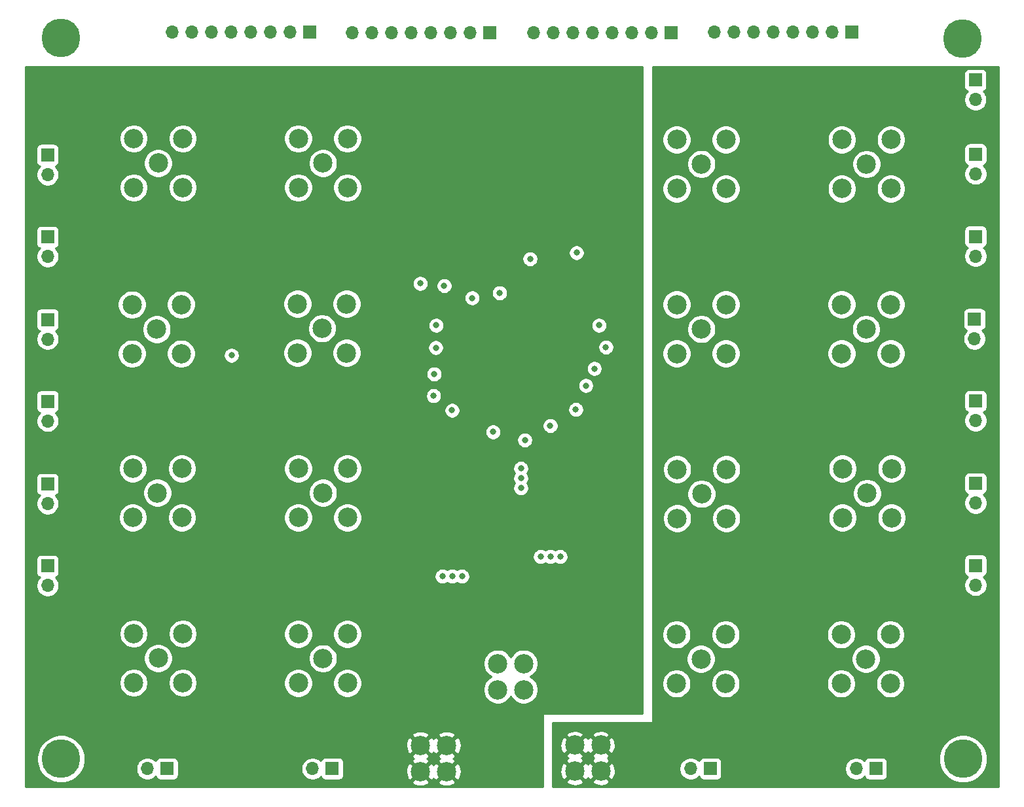
<source format=gbr>
G04 #@! TF.GenerationSoftware,KiCad,Pcbnew,(5.1.10-1-10_14)*
G04 #@! TF.CreationDate,2022-10-09T23:43:03+02:00*
G04 #@! TF.ProjectId,BoatCentralBoard,426f6174-4365-46e7-9472-616c426f6172,rev?*
G04 #@! TF.SameCoordinates,Original*
G04 #@! TF.FileFunction,Copper,L3,Inr*
G04 #@! TF.FilePolarity,Positive*
%FSLAX46Y46*%
G04 Gerber Fmt 4.6, Leading zero omitted, Abs format (unit mm)*
G04 Created by KiCad (PCBNEW (5.1.10-1-10_14)) date 2022-10-09 23:43:03*
%MOMM*%
%LPD*%
G01*
G04 APERTURE LIST*
G04 #@! TA.AperFunction,ComponentPad*
%ADD10C,5.000000*%
G04 #@! TD*
G04 #@! TA.AperFunction,ComponentPad*
%ADD11C,2.500000*%
G04 #@! TD*
G04 #@! TA.AperFunction,ComponentPad*
%ADD12R,1.700000X1.700000*%
G04 #@! TD*
G04 #@! TA.AperFunction,ComponentPad*
%ADD13O,1.700000X1.700000*%
G04 #@! TD*
G04 #@! TA.AperFunction,ViaPad*
%ADD14C,0.800000*%
G04 #@! TD*
G04 #@! TA.AperFunction,Conductor*
%ADD15C,0.254000*%
G04 #@! TD*
G04 #@! TA.AperFunction,Conductor*
%ADD16C,0.100000*%
G04 #@! TD*
G04 APERTURE END LIST*
D10*
X86790800Y-137280600D03*
X203440800Y-137280600D03*
X203390800Y-44030600D03*
X86790800Y-43980600D03*
D11*
X169625000Y-102975000D03*
X166450000Y-106150000D03*
X172800000Y-106150000D03*
X166450000Y-99800000D03*
X172800000Y-99800000D03*
D12*
X205050000Y-101610000D03*
D13*
X205050000Y-104150000D03*
D11*
X153210000Y-135510000D03*
X156580000Y-135510000D03*
X156580000Y-138880000D03*
X153210000Y-138880000D03*
D12*
X205040800Y-49390600D03*
D13*
X205040800Y-51930600D03*
D12*
X118950000Y-43150000D03*
D13*
X116410000Y-43150000D03*
X113870000Y-43150000D03*
X111330000Y-43150000D03*
X108790000Y-43150000D03*
X106250000Y-43150000D03*
X103710000Y-43150000D03*
X101170000Y-43150000D03*
D12*
X142250000Y-43250000D03*
D13*
X139710000Y-43250000D03*
X137170000Y-43250000D03*
X134630000Y-43250000D03*
X132090000Y-43250000D03*
X129550000Y-43250000D03*
X127010000Y-43250000D03*
X124470000Y-43250000D03*
D12*
X165690000Y-43250000D03*
D13*
X163150000Y-43250000D03*
X160610000Y-43250000D03*
X158070000Y-43250000D03*
X155530000Y-43250000D03*
X152990000Y-43250000D03*
X150450000Y-43250000D03*
X147910000Y-43250000D03*
D12*
X189006200Y-43193800D03*
D13*
X186466200Y-43193800D03*
X183926200Y-43193800D03*
X181386200Y-43193800D03*
X178846200Y-43193800D03*
X176306200Y-43193800D03*
X173766200Y-43193800D03*
X171226200Y-43193800D03*
D11*
X169550000Y-124350000D03*
X172725000Y-127525000D03*
X172725000Y-121175000D03*
X166375000Y-127525000D03*
X166375000Y-121175000D03*
X169590800Y-81630600D03*
X172765800Y-78455600D03*
X166415800Y-78455600D03*
X172765800Y-84805600D03*
X166415800Y-84805600D03*
X190890800Y-81625000D03*
X194065800Y-78450000D03*
X187715800Y-78450000D03*
X194065800Y-84800000D03*
X187715800Y-84800000D03*
X169590800Y-60275000D03*
X172765800Y-57100000D03*
X166415800Y-57100000D03*
X172765800Y-63450000D03*
X166415800Y-63450000D03*
X120650000Y-102850000D03*
X117475000Y-99675000D03*
X117475000Y-106025000D03*
X123825000Y-99675000D03*
X123825000Y-106025000D03*
X99350000Y-124250000D03*
X96175000Y-121075000D03*
X96175000Y-127425000D03*
X102525000Y-121075000D03*
X102525000Y-127425000D03*
X120650000Y-124275000D03*
X123825000Y-121100000D03*
X117475000Y-121100000D03*
X123825000Y-127450000D03*
X117475000Y-127450000D03*
X99350000Y-60150000D03*
X96175000Y-56975000D03*
X96175000Y-63325000D03*
X102525000Y-56975000D03*
X102525000Y-63325000D03*
X120550000Y-81550000D03*
X117375000Y-78375000D03*
X117375000Y-84725000D03*
X123725000Y-78375000D03*
X123725000Y-84725000D03*
X99150000Y-81650000D03*
X95975000Y-78475000D03*
X95975000Y-84825000D03*
X102325000Y-78475000D03*
X102325000Y-84825000D03*
X99250000Y-102850000D03*
X96075000Y-99675000D03*
X96075000Y-106025000D03*
X102425000Y-99675000D03*
X102425000Y-106025000D03*
X143250000Y-124950000D03*
X146620000Y-124950000D03*
X146620000Y-128320000D03*
X143250000Y-128320000D03*
X190850000Y-124350000D03*
X194025000Y-121175000D03*
X187675000Y-121175000D03*
X194025000Y-127525000D03*
X187675000Y-127525000D03*
X190940800Y-60280600D03*
X187765800Y-57105600D03*
X187765800Y-63455600D03*
X194115800Y-57105600D03*
X194115800Y-63455600D03*
X120650000Y-60150000D03*
X117475000Y-56975000D03*
X117475000Y-63325000D03*
X123825000Y-56975000D03*
X123825000Y-63325000D03*
X191025000Y-102875000D03*
X187850000Y-106050000D03*
X194200000Y-106050000D03*
X187850000Y-99700000D03*
X194200000Y-99700000D03*
X136650000Y-138920000D03*
X133280000Y-138920000D03*
X133280000Y-135550000D03*
X136650000Y-135550000D03*
D13*
X85050000Y-104240000D03*
D12*
X85050000Y-101700000D03*
D13*
X85050000Y-93540000D03*
D12*
X85050000Y-91000000D03*
D13*
X85050000Y-82940000D03*
D12*
X85050000Y-80400000D03*
D13*
X85050000Y-72240000D03*
D12*
X85050000Y-69700000D03*
D13*
X85050000Y-61640000D03*
D12*
X85050000Y-59100000D03*
D13*
X119310000Y-138550000D03*
D12*
X121850000Y-138550000D03*
D13*
X97950000Y-138550000D03*
D12*
X100490000Y-138550000D03*
D13*
X85050000Y-114840000D03*
D12*
X85050000Y-112300000D03*
X205050000Y-59010000D03*
D13*
X205050000Y-61550000D03*
X205050000Y-72190000D03*
D12*
X205050000Y-69650000D03*
D13*
X204900000Y-82890000D03*
D12*
X204900000Y-80350000D03*
D13*
X205050000Y-93490000D03*
D12*
X205050000Y-90950000D03*
X205050000Y-112250000D03*
D13*
X205050000Y-114790000D03*
X189610000Y-138550000D03*
D12*
X192150000Y-138550000D03*
D13*
X168210000Y-138550000D03*
D12*
X170750000Y-138550000D03*
D14*
X148800800Y-111100600D03*
X150070800Y-111100600D03*
X151340800Y-111100600D03*
X136100800Y-113640600D03*
X137370800Y-113640600D03*
X138640800Y-113640600D03*
X146260800Y-99670600D03*
X146260800Y-100940600D03*
X146260800Y-102210600D03*
X173250000Y-51400000D03*
X171750000Y-51400000D03*
X170250000Y-51400000D03*
X143430600Y-82859200D03*
X144954600Y-82859200D03*
X146732600Y-82859200D03*
X143430600Y-84383200D03*
X144954600Y-84383200D03*
X146732600Y-84383200D03*
X143430600Y-81335200D03*
X144954600Y-81335200D03*
X146732600Y-81335200D03*
X152100000Y-79350000D03*
X136340800Y-76030600D03*
X133240800Y-75730600D03*
X108840800Y-85030600D03*
X146773047Y-95998353D03*
X150050000Y-94150000D03*
X153350000Y-92050000D03*
X154650000Y-88950000D03*
X155750000Y-86750000D03*
X147450000Y-72550000D03*
X153450000Y-71750000D03*
X156350000Y-81150000D03*
X157250000Y-83975000D03*
X143500000Y-76950000D03*
X139950000Y-77600000D03*
X135300000Y-81150000D03*
X135250000Y-84050000D03*
X142650000Y-94950000D03*
X137350000Y-92150000D03*
X134967359Y-90267359D03*
X135050000Y-87450000D03*
D15*
X163523000Y-140895600D02*
X150377000Y-140895600D01*
X150377000Y-140193605D01*
X152076000Y-140193605D01*
X152201914Y-140483577D01*
X152534126Y-140649433D01*
X152892312Y-140747290D01*
X153262706Y-140773389D01*
X153631075Y-140726725D01*
X153983262Y-140609094D01*
X154218086Y-140483577D01*
X154344000Y-140193605D01*
X155446000Y-140193605D01*
X155571914Y-140483577D01*
X155904126Y-140649433D01*
X156262312Y-140747290D01*
X156632706Y-140773389D01*
X157001075Y-140726725D01*
X157353262Y-140609094D01*
X157588086Y-140483577D01*
X157714000Y-140193605D01*
X156580000Y-139059605D01*
X155446000Y-140193605D01*
X154344000Y-140193605D01*
X153210000Y-139059605D01*
X152076000Y-140193605D01*
X150377000Y-140193605D01*
X150377000Y-138932706D01*
X151316611Y-138932706D01*
X151363275Y-139301075D01*
X151480906Y-139653262D01*
X151606423Y-139888086D01*
X151896395Y-140014000D01*
X153030395Y-138880000D01*
X153389605Y-138880000D01*
X154523605Y-140014000D01*
X154813577Y-139888086D01*
X154892222Y-139730559D01*
X154976423Y-139888086D01*
X155266395Y-140014000D01*
X156400395Y-138880000D01*
X156759605Y-138880000D01*
X157893605Y-140014000D01*
X158183577Y-139888086D01*
X158349433Y-139555874D01*
X158447290Y-139197688D01*
X158473389Y-138827294D01*
X158426725Y-138458925D01*
X158309094Y-138106738D01*
X158183577Y-137871914D01*
X157893605Y-137746000D01*
X156759605Y-138880000D01*
X156400395Y-138880000D01*
X155266395Y-137746000D01*
X154976423Y-137871914D01*
X154897778Y-138029441D01*
X154813577Y-137871914D01*
X154523605Y-137746000D01*
X153389605Y-138880000D01*
X153030395Y-138880000D01*
X151896395Y-137746000D01*
X151606423Y-137871914D01*
X151440567Y-138204126D01*
X151342710Y-138562312D01*
X151316611Y-138932706D01*
X150377000Y-138932706D01*
X150377000Y-136823605D01*
X152076000Y-136823605D01*
X152201914Y-137113577D01*
X152359441Y-137192222D01*
X152201914Y-137276423D01*
X152076000Y-137566395D01*
X153210000Y-138700395D01*
X154344000Y-137566395D01*
X154218086Y-137276423D01*
X154060559Y-137197778D01*
X154218086Y-137113577D01*
X154344000Y-136823605D01*
X155446000Y-136823605D01*
X155571914Y-137113577D01*
X155729441Y-137192222D01*
X155571914Y-137276423D01*
X155446000Y-137566395D01*
X156580000Y-138700395D01*
X157714000Y-137566395D01*
X157588086Y-137276423D01*
X157430559Y-137197778D01*
X157588086Y-137113577D01*
X157714000Y-136823605D01*
X156580000Y-135689605D01*
X155446000Y-136823605D01*
X154344000Y-136823605D01*
X153210000Y-135689605D01*
X152076000Y-136823605D01*
X150377000Y-136823605D01*
X150377000Y-135562706D01*
X151316611Y-135562706D01*
X151363275Y-135931075D01*
X151480906Y-136283262D01*
X151606423Y-136518086D01*
X151896395Y-136644000D01*
X153030395Y-135510000D01*
X153389605Y-135510000D01*
X154523605Y-136644000D01*
X154813577Y-136518086D01*
X154892222Y-136360559D01*
X154976423Y-136518086D01*
X155266395Y-136644000D01*
X156400395Y-135510000D01*
X156759605Y-135510000D01*
X157893605Y-136644000D01*
X158183577Y-136518086D01*
X158349433Y-136185874D01*
X158447290Y-135827688D01*
X158473389Y-135457294D01*
X158426725Y-135088925D01*
X158309094Y-134736738D01*
X158183577Y-134501914D01*
X157893605Y-134376000D01*
X156759605Y-135510000D01*
X156400395Y-135510000D01*
X155266395Y-134376000D01*
X154976423Y-134501914D01*
X154897778Y-134659441D01*
X154813577Y-134501914D01*
X154523605Y-134376000D01*
X153389605Y-135510000D01*
X153030395Y-135510000D01*
X151896395Y-134376000D01*
X151606423Y-134501914D01*
X151440567Y-134834126D01*
X151342710Y-135192312D01*
X151316611Y-135562706D01*
X150377000Y-135562706D01*
X150377000Y-134196395D01*
X152076000Y-134196395D01*
X153210000Y-135330395D01*
X154344000Y-134196395D01*
X155446000Y-134196395D01*
X156580000Y-135330395D01*
X157714000Y-134196395D01*
X157588086Y-133906423D01*
X157255874Y-133740567D01*
X156897688Y-133642710D01*
X156527294Y-133616611D01*
X156158925Y-133663275D01*
X155806738Y-133780906D01*
X155571914Y-133906423D01*
X155446000Y-134196395D01*
X154344000Y-134196395D01*
X154218086Y-133906423D01*
X153885874Y-133740567D01*
X153527688Y-133642710D01*
X153157294Y-133616611D01*
X152788925Y-133663275D01*
X152436738Y-133780906D01*
X152201914Y-133906423D01*
X152076000Y-134196395D01*
X150377000Y-134196395D01*
X150377000Y-132577000D01*
X163523000Y-132577000D01*
X163523000Y-140895600D01*
G04 #@! TA.AperFunction,Conductor*
D16*
G36*
X163523000Y-140895600D02*
G01*
X150377000Y-140895600D01*
X150377000Y-140193605D01*
X152076000Y-140193605D01*
X152201914Y-140483577D01*
X152534126Y-140649433D01*
X152892312Y-140747290D01*
X153262706Y-140773389D01*
X153631075Y-140726725D01*
X153983262Y-140609094D01*
X154218086Y-140483577D01*
X154344000Y-140193605D01*
X155446000Y-140193605D01*
X155571914Y-140483577D01*
X155904126Y-140649433D01*
X156262312Y-140747290D01*
X156632706Y-140773389D01*
X157001075Y-140726725D01*
X157353262Y-140609094D01*
X157588086Y-140483577D01*
X157714000Y-140193605D01*
X156580000Y-139059605D01*
X155446000Y-140193605D01*
X154344000Y-140193605D01*
X153210000Y-139059605D01*
X152076000Y-140193605D01*
X150377000Y-140193605D01*
X150377000Y-138932706D01*
X151316611Y-138932706D01*
X151363275Y-139301075D01*
X151480906Y-139653262D01*
X151606423Y-139888086D01*
X151896395Y-140014000D01*
X153030395Y-138880000D01*
X153389605Y-138880000D01*
X154523605Y-140014000D01*
X154813577Y-139888086D01*
X154892222Y-139730559D01*
X154976423Y-139888086D01*
X155266395Y-140014000D01*
X156400395Y-138880000D01*
X156759605Y-138880000D01*
X157893605Y-140014000D01*
X158183577Y-139888086D01*
X158349433Y-139555874D01*
X158447290Y-139197688D01*
X158473389Y-138827294D01*
X158426725Y-138458925D01*
X158309094Y-138106738D01*
X158183577Y-137871914D01*
X157893605Y-137746000D01*
X156759605Y-138880000D01*
X156400395Y-138880000D01*
X155266395Y-137746000D01*
X154976423Y-137871914D01*
X154897778Y-138029441D01*
X154813577Y-137871914D01*
X154523605Y-137746000D01*
X153389605Y-138880000D01*
X153030395Y-138880000D01*
X151896395Y-137746000D01*
X151606423Y-137871914D01*
X151440567Y-138204126D01*
X151342710Y-138562312D01*
X151316611Y-138932706D01*
X150377000Y-138932706D01*
X150377000Y-136823605D01*
X152076000Y-136823605D01*
X152201914Y-137113577D01*
X152359441Y-137192222D01*
X152201914Y-137276423D01*
X152076000Y-137566395D01*
X153210000Y-138700395D01*
X154344000Y-137566395D01*
X154218086Y-137276423D01*
X154060559Y-137197778D01*
X154218086Y-137113577D01*
X154344000Y-136823605D01*
X155446000Y-136823605D01*
X155571914Y-137113577D01*
X155729441Y-137192222D01*
X155571914Y-137276423D01*
X155446000Y-137566395D01*
X156580000Y-138700395D01*
X157714000Y-137566395D01*
X157588086Y-137276423D01*
X157430559Y-137197778D01*
X157588086Y-137113577D01*
X157714000Y-136823605D01*
X156580000Y-135689605D01*
X155446000Y-136823605D01*
X154344000Y-136823605D01*
X153210000Y-135689605D01*
X152076000Y-136823605D01*
X150377000Y-136823605D01*
X150377000Y-135562706D01*
X151316611Y-135562706D01*
X151363275Y-135931075D01*
X151480906Y-136283262D01*
X151606423Y-136518086D01*
X151896395Y-136644000D01*
X153030395Y-135510000D01*
X153389605Y-135510000D01*
X154523605Y-136644000D01*
X154813577Y-136518086D01*
X154892222Y-136360559D01*
X154976423Y-136518086D01*
X155266395Y-136644000D01*
X156400395Y-135510000D01*
X156759605Y-135510000D01*
X157893605Y-136644000D01*
X158183577Y-136518086D01*
X158349433Y-136185874D01*
X158447290Y-135827688D01*
X158473389Y-135457294D01*
X158426725Y-135088925D01*
X158309094Y-134736738D01*
X158183577Y-134501914D01*
X157893605Y-134376000D01*
X156759605Y-135510000D01*
X156400395Y-135510000D01*
X155266395Y-134376000D01*
X154976423Y-134501914D01*
X154897778Y-134659441D01*
X154813577Y-134501914D01*
X154523605Y-134376000D01*
X153389605Y-135510000D01*
X153030395Y-135510000D01*
X151896395Y-134376000D01*
X151606423Y-134501914D01*
X151440567Y-134834126D01*
X151342710Y-135192312D01*
X151316611Y-135562706D01*
X150377000Y-135562706D01*
X150377000Y-134196395D01*
X152076000Y-134196395D01*
X153210000Y-135330395D01*
X154344000Y-134196395D01*
X155446000Y-134196395D01*
X156580000Y-135330395D01*
X157714000Y-134196395D01*
X157588086Y-133906423D01*
X157255874Y-133740567D01*
X156897688Y-133642710D01*
X156527294Y-133616611D01*
X156158925Y-133663275D01*
X155806738Y-133780906D01*
X155571914Y-133906423D01*
X155446000Y-134196395D01*
X154344000Y-134196395D01*
X154218086Y-133906423D01*
X153885874Y-133740567D01*
X153527688Y-133642710D01*
X153157294Y-133616611D01*
X152788925Y-133663275D01*
X152436738Y-133780906D01*
X152201914Y-133906423D01*
X152076000Y-134196395D01*
X150377000Y-134196395D01*
X150377000Y-132577000D01*
X163523000Y-132577000D01*
X163523000Y-140895600D01*
G37*
G04 #@! TD.AperFunction*
D15*
X208034400Y-140895600D02*
X163277000Y-140895600D01*
X163277000Y-138403740D01*
X166725000Y-138403740D01*
X166725000Y-138696260D01*
X166782068Y-138983158D01*
X166894010Y-139253411D01*
X167056525Y-139496632D01*
X167263368Y-139703475D01*
X167506589Y-139865990D01*
X167776842Y-139977932D01*
X168063740Y-140035000D01*
X168356260Y-140035000D01*
X168643158Y-139977932D01*
X168913411Y-139865990D01*
X169156632Y-139703475D01*
X169288487Y-139571620D01*
X169310498Y-139644180D01*
X169369463Y-139754494D01*
X169448815Y-139851185D01*
X169545506Y-139930537D01*
X169655820Y-139989502D01*
X169775518Y-140025812D01*
X169900000Y-140038072D01*
X171600000Y-140038072D01*
X171724482Y-140025812D01*
X171844180Y-139989502D01*
X171954494Y-139930537D01*
X172051185Y-139851185D01*
X172130537Y-139754494D01*
X172189502Y-139644180D01*
X172225812Y-139524482D01*
X172238072Y-139400000D01*
X172238072Y-138403740D01*
X188125000Y-138403740D01*
X188125000Y-138696260D01*
X188182068Y-138983158D01*
X188294010Y-139253411D01*
X188456525Y-139496632D01*
X188663368Y-139703475D01*
X188906589Y-139865990D01*
X189176842Y-139977932D01*
X189463740Y-140035000D01*
X189756260Y-140035000D01*
X190043158Y-139977932D01*
X190313411Y-139865990D01*
X190556632Y-139703475D01*
X190688487Y-139571620D01*
X190710498Y-139644180D01*
X190769463Y-139754494D01*
X190848815Y-139851185D01*
X190945506Y-139930537D01*
X191055820Y-139989502D01*
X191175518Y-140025812D01*
X191300000Y-140038072D01*
X193000000Y-140038072D01*
X193124482Y-140025812D01*
X193244180Y-139989502D01*
X193354494Y-139930537D01*
X193451185Y-139851185D01*
X193530537Y-139754494D01*
X193589502Y-139644180D01*
X193625812Y-139524482D01*
X193638072Y-139400000D01*
X193638072Y-137700000D01*
X193625812Y-137575518D01*
X193589502Y-137455820D01*
X193530537Y-137345506D01*
X193451185Y-137248815D01*
X193354494Y-137169463D01*
X193244180Y-137110498D01*
X193124482Y-137074188D01*
X193000000Y-137061928D01*
X191300000Y-137061928D01*
X191175518Y-137074188D01*
X191055820Y-137110498D01*
X190945506Y-137169463D01*
X190848815Y-137248815D01*
X190769463Y-137345506D01*
X190710498Y-137455820D01*
X190688487Y-137528380D01*
X190556632Y-137396525D01*
X190313411Y-137234010D01*
X190043158Y-137122068D01*
X189756260Y-137065000D01*
X189463740Y-137065000D01*
X189176842Y-137122068D01*
X188906589Y-137234010D01*
X188663368Y-137396525D01*
X188456525Y-137603368D01*
X188294010Y-137846589D01*
X188182068Y-138116842D01*
X188125000Y-138403740D01*
X172238072Y-138403740D01*
X172238072Y-137700000D01*
X172225812Y-137575518D01*
X172189502Y-137455820D01*
X172130537Y-137345506D01*
X172051185Y-137248815D01*
X171954494Y-137169463D01*
X171844180Y-137110498D01*
X171724482Y-137074188D01*
X171600000Y-137061928D01*
X169900000Y-137061928D01*
X169775518Y-137074188D01*
X169655820Y-137110498D01*
X169545506Y-137169463D01*
X169448815Y-137248815D01*
X169369463Y-137345506D01*
X169310498Y-137455820D01*
X169288487Y-137528380D01*
X169156632Y-137396525D01*
X168913411Y-137234010D01*
X168643158Y-137122068D01*
X168356260Y-137065000D01*
X168063740Y-137065000D01*
X167776842Y-137122068D01*
X167506589Y-137234010D01*
X167263368Y-137396525D01*
X167056525Y-137603368D01*
X166894010Y-137846589D01*
X166782068Y-138116842D01*
X166725000Y-138403740D01*
X163277000Y-138403740D01*
X163277000Y-136971829D01*
X200305800Y-136971829D01*
X200305800Y-137589371D01*
X200426276Y-138195046D01*
X200662599Y-138765579D01*
X201005686Y-139279046D01*
X201442354Y-139715714D01*
X201955821Y-140058801D01*
X202526354Y-140295124D01*
X203132029Y-140415600D01*
X203749571Y-140415600D01*
X204355246Y-140295124D01*
X204925779Y-140058801D01*
X205439246Y-139715714D01*
X205875914Y-139279046D01*
X206219001Y-138765579D01*
X206455324Y-138195046D01*
X206575800Y-137589371D01*
X206575800Y-136971829D01*
X206455324Y-136366154D01*
X206219001Y-135795621D01*
X205875914Y-135282154D01*
X205439246Y-134845486D01*
X204925779Y-134502399D01*
X204355246Y-134266076D01*
X203749571Y-134145600D01*
X203132029Y-134145600D01*
X202526354Y-134266076D01*
X201955821Y-134502399D01*
X201442354Y-134845486D01*
X201005686Y-135282154D01*
X200662599Y-135795621D01*
X200426276Y-136366154D01*
X200305800Y-136971829D01*
X163277000Y-136971829D01*
X163277000Y-127339344D01*
X164490000Y-127339344D01*
X164490000Y-127710656D01*
X164562439Y-128074834D01*
X164704534Y-128417882D01*
X164910825Y-128726618D01*
X165173382Y-128989175D01*
X165482118Y-129195466D01*
X165825166Y-129337561D01*
X166189344Y-129410000D01*
X166560656Y-129410000D01*
X166924834Y-129337561D01*
X167267882Y-129195466D01*
X167576618Y-128989175D01*
X167839175Y-128726618D01*
X168045466Y-128417882D01*
X168187561Y-128074834D01*
X168260000Y-127710656D01*
X168260000Y-127339344D01*
X170840000Y-127339344D01*
X170840000Y-127710656D01*
X170912439Y-128074834D01*
X171054534Y-128417882D01*
X171260825Y-128726618D01*
X171523382Y-128989175D01*
X171832118Y-129195466D01*
X172175166Y-129337561D01*
X172539344Y-129410000D01*
X172910656Y-129410000D01*
X173274834Y-129337561D01*
X173617882Y-129195466D01*
X173926618Y-128989175D01*
X174189175Y-128726618D01*
X174395466Y-128417882D01*
X174537561Y-128074834D01*
X174610000Y-127710656D01*
X174610000Y-127339344D01*
X185790000Y-127339344D01*
X185790000Y-127710656D01*
X185862439Y-128074834D01*
X186004534Y-128417882D01*
X186210825Y-128726618D01*
X186473382Y-128989175D01*
X186782118Y-129195466D01*
X187125166Y-129337561D01*
X187489344Y-129410000D01*
X187860656Y-129410000D01*
X188224834Y-129337561D01*
X188567882Y-129195466D01*
X188876618Y-128989175D01*
X189139175Y-128726618D01*
X189345466Y-128417882D01*
X189487561Y-128074834D01*
X189560000Y-127710656D01*
X189560000Y-127339344D01*
X192140000Y-127339344D01*
X192140000Y-127710656D01*
X192212439Y-128074834D01*
X192354534Y-128417882D01*
X192560825Y-128726618D01*
X192823382Y-128989175D01*
X193132118Y-129195466D01*
X193475166Y-129337561D01*
X193839344Y-129410000D01*
X194210656Y-129410000D01*
X194574834Y-129337561D01*
X194917882Y-129195466D01*
X195226618Y-128989175D01*
X195489175Y-128726618D01*
X195695466Y-128417882D01*
X195837561Y-128074834D01*
X195910000Y-127710656D01*
X195910000Y-127339344D01*
X195837561Y-126975166D01*
X195695466Y-126632118D01*
X195489175Y-126323382D01*
X195226618Y-126060825D01*
X194917882Y-125854534D01*
X194574834Y-125712439D01*
X194210656Y-125640000D01*
X193839344Y-125640000D01*
X193475166Y-125712439D01*
X193132118Y-125854534D01*
X192823382Y-126060825D01*
X192560825Y-126323382D01*
X192354534Y-126632118D01*
X192212439Y-126975166D01*
X192140000Y-127339344D01*
X189560000Y-127339344D01*
X189487561Y-126975166D01*
X189345466Y-126632118D01*
X189139175Y-126323382D01*
X188876618Y-126060825D01*
X188567882Y-125854534D01*
X188224834Y-125712439D01*
X187860656Y-125640000D01*
X187489344Y-125640000D01*
X187125166Y-125712439D01*
X186782118Y-125854534D01*
X186473382Y-126060825D01*
X186210825Y-126323382D01*
X186004534Y-126632118D01*
X185862439Y-126975166D01*
X185790000Y-127339344D01*
X174610000Y-127339344D01*
X174537561Y-126975166D01*
X174395466Y-126632118D01*
X174189175Y-126323382D01*
X173926618Y-126060825D01*
X173617882Y-125854534D01*
X173274834Y-125712439D01*
X172910656Y-125640000D01*
X172539344Y-125640000D01*
X172175166Y-125712439D01*
X171832118Y-125854534D01*
X171523382Y-126060825D01*
X171260825Y-126323382D01*
X171054534Y-126632118D01*
X170912439Y-126975166D01*
X170840000Y-127339344D01*
X168260000Y-127339344D01*
X168187561Y-126975166D01*
X168045466Y-126632118D01*
X167839175Y-126323382D01*
X167576618Y-126060825D01*
X167267882Y-125854534D01*
X166924834Y-125712439D01*
X166560656Y-125640000D01*
X166189344Y-125640000D01*
X165825166Y-125712439D01*
X165482118Y-125854534D01*
X165173382Y-126060825D01*
X164910825Y-126323382D01*
X164704534Y-126632118D01*
X164562439Y-126975166D01*
X164490000Y-127339344D01*
X163277000Y-127339344D01*
X163277000Y-124164344D01*
X167665000Y-124164344D01*
X167665000Y-124535656D01*
X167737439Y-124899834D01*
X167879534Y-125242882D01*
X168085825Y-125551618D01*
X168348382Y-125814175D01*
X168657118Y-126020466D01*
X169000166Y-126162561D01*
X169364344Y-126235000D01*
X169735656Y-126235000D01*
X170099834Y-126162561D01*
X170442882Y-126020466D01*
X170751618Y-125814175D01*
X171014175Y-125551618D01*
X171220466Y-125242882D01*
X171362561Y-124899834D01*
X171435000Y-124535656D01*
X171435000Y-124164344D01*
X188965000Y-124164344D01*
X188965000Y-124535656D01*
X189037439Y-124899834D01*
X189179534Y-125242882D01*
X189385825Y-125551618D01*
X189648382Y-125814175D01*
X189957118Y-126020466D01*
X190300166Y-126162561D01*
X190664344Y-126235000D01*
X191035656Y-126235000D01*
X191399834Y-126162561D01*
X191742882Y-126020466D01*
X192051618Y-125814175D01*
X192314175Y-125551618D01*
X192520466Y-125242882D01*
X192662561Y-124899834D01*
X192735000Y-124535656D01*
X192735000Y-124164344D01*
X192662561Y-123800166D01*
X192520466Y-123457118D01*
X192314175Y-123148382D01*
X192051618Y-122885825D01*
X191742882Y-122679534D01*
X191399834Y-122537439D01*
X191035656Y-122465000D01*
X190664344Y-122465000D01*
X190300166Y-122537439D01*
X189957118Y-122679534D01*
X189648382Y-122885825D01*
X189385825Y-123148382D01*
X189179534Y-123457118D01*
X189037439Y-123800166D01*
X188965000Y-124164344D01*
X171435000Y-124164344D01*
X171362561Y-123800166D01*
X171220466Y-123457118D01*
X171014175Y-123148382D01*
X170751618Y-122885825D01*
X170442882Y-122679534D01*
X170099834Y-122537439D01*
X169735656Y-122465000D01*
X169364344Y-122465000D01*
X169000166Y-122537439D01*
X168657118Y-122679534D01*
X168348382Y-122885825D01*
X168085825Y-123148382D01*
X167879534Y-123457118D01*
X167737439Y-123800166D01*
X167665000Y-124164344D01*
X163277000Y-124164344D01*
X163277000Y-120989344D01*
X164490000Y-120989344D01*
X164490000Y-121360656D01*
X164562439Y-121724834D01*
X164704534Y-122067882D01*
X164910825Y-122376618D01*
X165173382Y-122639175D01*
X165482118Y-122845466D01*
X165825166Y-122987561D01*
X166189344Y-123060000D01*
X166560656Y-123060000D01*
X166924834Y-122987561D01*
X167267882Y-122845466D01*
X167576618Y-122639175D01*
X167839175Y-122376618D01*
X168045466Y-122067882D01*
X168187561Y-121724834D01*
X168260000Y-121360656D01*
X168260000Y-120989344D01*
X170840000Y-120989344D01*
X170840000Y-121360656D01*
X170912439Y-121724834D01*
X171054534Y-122067882D01*
X171260825Y-122376618D01*
X171523382Y-122639175D01*
X171832118Y-122845466D01*
X172175166Y-122987561D01*
X172539344Y-123060000D01*
X172910656Y-123060000D01*
X173274834Y-122987561D01*
X173617882Y-122845466D01*
X173926618Y-122639175D01*
X174189175Y-122376618D01*
X174395466Y-122067882D01*
X174537561Y-121724834D01*
X174610000Y-121360656D01*
X174610000Y-120989344D01*
X185790000Y-120989344D01*
X185790000Y-121360656D01*
X185862439Y-121724834D01*
X186004534Y-122067882D01*
X186210825Y-122376618D01*
X186473382Y-122639175D01*
X186782118Y-122845466D01*
X187125166Y-122987561D01*
X187489344Y-123060000D01*
X187860656Y-123060000D01*
X188224834Y-122987561D01*
X188567882Y-122845466D01*
X188876618Y-122639175D01*
X189139175Y-122376618D01*
X189345466Y-122067882D01*
X189487561Y-121724834D01*
X189560000Y-121360656D01*
X189560000Y-120989344D01*
X192140000Y-120989344D01*
X192140000Y-121360656D01*
X192212439Y-121724834D01*
X192354534Y-122067882D01*
X192560825Y-122376618D01*
X192823382Y-122639175D01*
X193132118Y-122845466D01*
X193475166Y-122987561D01*
X193839344Y-123060000D01*
X194210656Y-123060000D01*
X194574834Y-122987561D01*
X194917882Y-122845466D01*
X195226618Y-122639175D01*
X195489175Y-122376618D01*
X195695466Y-122067882D01*
X195837561Y-121724834D01*
X195910000Y-121360656D01*
X195910000Y-120989344D01*
X195837561Y-120625166D01*
X195695466Y-120282118D01*
X195489175Y-119973382D01*
X195226618Y-119710825D01*
X194917882Y-119504534D01*
X194574834Y-119362439D01*
X194210656Y-119290000D01*
X193839344Y-119290000D01*
X193475166Y-119362439D01*
X193132118Y-119504534D01*
X192823382Y-119710825D01*
X192560825Y-119973382D01*
X192354534Y-120282118D01*
X192212439Y-120625166D01*
X192140000Y-120989344D01*
X189560000Y-120989344D01*
X189487561Y-120625166D01*
X189345466Y-120282118D01*
X189139175Y-119973382D01*
X188876618Y-119710825D01*
X188567882Y-119504534D01*
X188224834Y-119362439D01*
X187860656Y-119290000D01*
X187489344Y-119290000D01*
X187125166Y-119362439D01*
X186782118Y-119504534D01*
X186473382Y-119710825D01*
X186210825Y-119973382D01*
X186004534Y-120282118D01*
X185862439Y-120625166D01*
X185790000Y-120989344D01*
X174610000Y-120989344D01*
X174537561Y-120625166D01*
X174395466Y-120282118D01*
X174189175Y-119973382D01*
X173926618Y-119710825D01*
X173617882Y-119504534D01*
X173274834Y-119362439D01*
X172910656Y-119290000D01*
X172539344Y-119290000D01*
X172175166Y-119362439D01*
X171832118Y-119504534D01*
X171523382Y-119710825D01*
X171260825Y-119973382D01*
X171054534Y-120282118D01*
X170912439Y-120625166D01*
X170840000Y-120989344D01*
X168260000Y-120989344D01*
X168187561Y-120625166D01*
X168045466Y-120282118D01*
X167839175Y-119973382D01*
X167576618Y-119710825D01*
X167267882Y-119504534D01*
X166924834Y-119362439D01*
X166560656Y-119290000D01*
X166189344Y-119290000D01*
X165825166Y-119362439D01*
X165482118Y-119504534D01*
X165173382Y-119710825D01*
X164910825Y-119973382D01*
X164704534Y-120282118D01*
X164562439Y-120625166D01*
X164490000Y-120989344D01*
X163277000Y-120989344D01*
X163277000Y-111400000D01*
X203561928Y-111400000D01*
X203561928Y-113100000D01*
X203574188Y-113224482D01*
X203610498Y-113344180D01*
X203669463Y-113454494D01*
X203748815Y-113551185D01*
X203845506Y-113630537D01*
X203955820Y-113689502D01*
X204028380Y-113711513D01*
X203896525Y-113843368D01*
X203734010Y-114086589D01*
X203622068Y-114356842D01*
X203565000Y-114643740D01*
X203565000Y-114936260D01*
X203622068Y-115223158D01*
X203734010Y-115493411D01*
X203896525Y-115736632D01*
X204103368Y-115943475D01*
X204346589Y-116105990D01*
X204616842Y-116217932D01*
X204903740Y-116275000D01*
X205196260Y-116275000D01*
X205483158Y-116217932D01*
X205753411Y-116105990D01*
X205996632Y-115943475D01*
X206203475Y-115736632D01*
X206365990Y-115493411D01*
X206477932Y-115223158D01*
X206535000Y-114936260D01*
X206535000Y-114643740D01*
X206477932Y-114356842D01*
X206365990Y-114086589D01*
X206203475Y-113843368D01*
X206071620Y-113711513D01*
X206144180Y-113689502D01*
X206254494Y-113630537D01*
X206351185Y-113551185D01*
X206430537Y-113454494D01*
X206489502Y-113344180D01*
X206525812Y-113224482D01*
X206538072Y-113100000D01*
X206538072Y-111400000D01*
X206525812Y-111275518D01*
X206489502Y-111155820D01*
X206430537Y-111045506D01*
X206351185Y-110948815D01*
X206254494Y-110869463D01*
X206144180Y-110810498D01*
X206024482Y-110774188D01*
X205900000Y-110761928D01*
X204200000Y-110761928D01*
X204075518Y-110774188D01*
X203955820Y-110810498D01*
X203845506Y-110869463D01*
X203748815Y-110948815D01*
X203669463Y-111045506D01*
X203610498Y-111155820D01*
X203574188Y-111275518D01*
X203561928Y-111400000D01*
X163277000Y-111400000D01*
X163277000Y-105964344D01*
X164565000Y-105964344D01*
X164565000Y-106335656D01*
X164637439Y-106699834D01*
X164779534Y-107042882D01*
X164985825Y-107351618D01*
X165248382Y-107614175D01*
X165557118Y-107820466D01*
X165900166Y-107962561D01*
X166264344Y-108035000D01*
X166635656Y-108035000D01*
X166999834Y-107962561D01*
X167342882Y-107820466D01*
X167651618Y-107614175D01*
X167914175Y-107351618D01*
X168120466Y-107042882D01*
X168262561Y-106699834D01*
X168335000Y-106335656D01*
X168335000Y-105964344D01*
X170915000Y-105964344D01*
X170915000Y-106335656D01*
X170987439Y-106699834D01*
X171129534Y-107042882D01*
X171335825Y-107351618D01*
X171598382Y-107614175D01*
X171907118Y-107820466D01*
X172250166Y-107962561D01*
X172614344Y-108035000D01*
X172985656Y-108035000D01*
X173349834Y-107962561D01*
X173692882Y-107820466D01*
X174001618Y-107614175D01*
X174264175Y-107351618D01*
X174470466Y-107042882D01*
X174612561Y-106699834D01*
X174685000Y-106335656D01*
X174685000Y-105964344D01*
X174665109Y-105864344D01*
X185965000Y-105864344D01*
X185965000Y-106235656D01*
X186037439Y-106599834D01*
X186179534Y-106942882D01*
X186385825Y-107251618D01*
X186648382Y-107514175D01*
X186957118Y-107720466D01*
X187300166Y-107862561D01*
X187664344Y-107935000D01*
X188035656Y-107935000D01*
X188399834Y-107862561D01*
X188742882Y-107720466D01*
X189051618Y-107514175D01*
X189314175Y-107251618D01*
X189520466Y-106942882D01*
X189662561Y-106599834D01*
X189735000Y-106235656D01*
X189735000Y-105864344D01*
X192315000Y-105864344D01*
X192315000Y-106235656D01*
X192387439Y-106599834D01*
X192529534Y-106942882D01*
X192735825Y-107251618D01*
X192998382Y-107514175D01*
X193307118Y-107720466D01*
X193650166Y-107862561D01*
X194014344Y-107935000D01*
X194385656Y-107935000D01*
X194749834Y-107862561D01*
X195092882Y-107720466D01*
X195401618Y-107514175D01*
X195664175Y-107251618D01*
X195870466Y-106942882D01*
X196012561Y-106599834D01*
X196085000Y-106235656D01*
X196085000Y-105864344D01*
X196012561Y-105500166D01*
X195870466Y-105157118D01*
X195664175Y-104848382D01*
X195401618Y-104585825D01*
X195092882Y-104379534D01*
X194749834Y-104237439D01*
X194385656Y-104165000D01*
X194014344Y-104165000D01*
X193650166Y-104237439D01*
X193307118Y-104379534D01*
X192998382Y-104585825D01*
X192735825Y-104848382D01*
X192529534Y-105157118D01*
X192387439Y-105500166D01*
X192315000Y-105864344D01*
X189735000Y-105864344D01*
X189662561Y-105500166D01*
X189520466Y-105157118D01*
X189314175Y-104848382D01*
X189051618Y-104585825D01*
X188742882Y-104379534D01*
X188399834Y-104237439D01*
X188035656Y-104165000D01*
X187664344Y-104165000D01*
X187300166Y-104237439D01*
X186957118Y-104379534D01*
X186648382Y-104585825D01*
X186385825Y-104848382D01*
X186179534Y-105157118D01*
X186037439Y-105500166D01*
X185965000Y-105864344D01*
X174665109Y-105864344D01*
X174612561Y-105600166D01*
X174470466Y-105257118D01*
X174264175Y-104948382D01*
X174001618Y-104685825D01*
X173692882Y-104479534D01*
X173349834Y-104337439D01*
X172985656Y-104265000D01*
X172614344Y-104265000D01*
X172250166Y-104337439D01*
X171907118Y-104479534D01*
X171598382Y-104685825D01*
X171335825Y-104948382D01*
X171129534Y-105257118D01*
X170987439Y-105600166D01*
X170915000Y-105964344D01*
X168335000Y-105964344D01*
X168262561Y-105600166D01*
X168120466Y-105257118D01*
X167914175Y-104948382D01*
X167651618Y-104685825D01*
X167342882Y-104479534D01*
X166999834Y-104337439D01*
X166635656Y-104265000D01*
X166264344Y-104265000D01*
X165900166Y-104337439D01*
X165557118Y-104479534D01*
X165248382Y-104685825D01*
X164985825Y-104948382D01*
X164779534Y-105257118D01*
X164637439Y-105600166D01*
X164565000Y-105964344D01*
X163277000Y-105964344D01*
X163277000Y-102789344D01*
X167740000Y-102789344D01*
X167740000Y-103160656D01*
X167812439Y-103524834D01*
X167954534Y-103867882D01*
X168160825Y-104176618D01*
X168423382Y-104439175D01*
X168732118Y-104645466D01*
X169075166Y-104787561D01*
X169439344Y-104860000D01*
X169810656Y-104860000D01*
X170174834Y-104787561D01*
X170517882Y-104645466D01*
X170826618Y-104439175D01*
X171089175Y-104176618D01*
X171295466Y-103867882D01*
X171437561Y-103524834D01*
X171510000Y-103160656D01*
X171510000Y-102789344D01*
X171490109Y-102689344D01*
X189140000Y-102689344D01*
X189140000Y-103060656D01*
X189212439Y-103424834D01*
X189354534Y-103767882D01*
X189560825Y-104076618D01*
X189823382Y-104339175D01*
X190132118Y-104545466D01*
X190475166Y-104687561D01*
X190839344Y-104760000D01*
X191210656Y-104760000D01*
X191574834Y-104687561D01*
X191917882Y-104545466D01*
X192226618Y-104339175D01*
X192489175Y-104076618D01*
X192695466Y-103767882D01*
X192837561Y-103424834D01*
X192910000Y-103060656D01*
X192910000Y-102689344D01*
X192837561Y-102325166D01*
X192695466Y-101982118D01*
X192489175Y-101673382D01*
X192226618Y-101410825D01*
X191917882Y-101204534D01*
X191574834Y-101062439D01*
X191210656Y-100990000D01*
X190839344Y-100990000D01*
X190475166Y-101062439D01*
X190132118Y-101204534D01*
X189823382Y-101410825D01*
X189560825Y-101673382D01*
X189354534Y-101982118D01*
X189212439Y-102325166D01*
X189140000Y-102689344D01*
X171490109Y-102689344D01*
X171437561Y-102425166D01*
X171295466Y-102082118D01*
X171089175Y-101773382D01*
X170826618Y-101510825D01*
X170517882Y-101304534D01*
X170174834Y-101162439D01*
X169810656Y-101090000D01*
X169439344Y-101090000D01*
X169075166Y-101162439D01*
X168732118Y-101304534D01*
X168423382Y-101510825D01*
X168160825Y-101773382D01*
X167954534Y-102082118D01*
X167812439Y-102425166D01*
X167740000Y-102789344D01*
X163277000Y-102789344D01*
X163277000Y-99614344D01*
X164565000Y-99614344D01*
X164565000Y-99985656D01*
X164637439Y-100349834D01*
X164779534Y-100692882D01*
X164985825Y-101001618D01*
X165248382Y-101264175D01*
X165557118Y-101470466D01*
X165900166Y-101612561D01*
X166264344Y-101685000D01*
X166635656Y-101685000D01*
X166999834Y-101612561D01*
X167342882Y-101470466D01*
X167651618Y-101264175D01*
X167914175Y-101001618D01*
X168120466Y-100692882D01*
X168262561Y-100349834D01*
X168335000Y-99985656D01*
X168335000Y-99614344D01*
X170915000Y-99614344D01*
X170915000Y-99985656D01*
X170987439Y-100349834D01*
X171129534Y-100692882D01*
X171335825Y-101001618D01*
X171598382Y-101264175D01*
X171907118Y-101470466D01*
X172250166Y-101612561D01*
X172614344Y-101685000D01*
X172985656Y-101685000D01*
X173349834Y-101612561D01*
X173692882Y-101470466D01*
X174001618Y-101264175D01*
X174264175Y-101001618D01*
X174470466Y-100692882D01*
X174612561Y-100349834D01*
X174685000Y-99985656D01*
X174685000Y-99614344D01*
X174665109Y-99514344D01*
X185965000Y-99514344D01*
X185965000Y-99885656D01*
X186037439Y-100249834D01*
X186179534Y-100592882D01*
X186385825Y-100901618D01*
X186648382Y-101164175D01*
X186957118Y-101370466D01*
X187300166Y-101512561D01*
X187664344Y-101585000D01*
X188035656Y-101585000D01*
X188399834Y-101512561D01*
X188742882Y-101370466D01*
X189051618Y-101164175D01*
X189314175Y-100901618D01*
X189520466Y-100592882D01*
X189662561Y-100249834D01*
X189735000Y-99885656D01*
X189735000Y-99514344D01*
X192315000Y-99514344D01*
X192315000Y-99885656D01*
X192387439Y-100249834D01*
X192529534Y-100592882D01*
X192735825Y-100901618D01*
X192998382Y-101164175D01*
X193307118Y-101370466D01*
X193650166Y-101512561D01*
X194014344Y-101585000D01*
X194385656Y-101585000D01*
X194749834Y-101512561D01*
X195092882Y-101370466D01*
X195401618Y-101164175D01*
X195664175Y-100901618D01*
X195758801Y-100760000D01*
X203561928Y-100760000D01*
X203561928Y-102460000D01*
X203574188Y-102584482D01*
X203610498Y-102704180D01*
X203669463Y-102814494D01*
X203748815Y-102911185D01*
X203845506Y-102990537D01*
X203955820Y-103049502D01*
X204028380Y-103071513D01*
X203896525Y-103203368D01*
X203734010Y-103446589D01*
X203622068Y-103716842D01*
X203565000Y-104003740D01*
X203565000Y-104296260D01*
X203622068Y-104583158D01*
X203734010Y-104853411D01*
X203896525Y-105096632D01*
X204103368Y-105303475D01*
X204346589Y-105465990D01*
X204616842Y-105577932D01*
X204903740Y-105635000D01*
X205196260Y-105635000D01*
X205483158Y-105577932D01*
X205753411Y-105465990D01*
X205996632Y-105303475D01*
X206203475Y-105096632D01*
X206365990Y-104853411D01*
X206477932Y-104583158D01*
X206535000Y-104296260D01*
X206535000Y-104003740D01*
X206477932Y-103716842D01*
X206365990Y-103446589D01*
X206203475Y-103203368D01*
X206071620Y-103071513D01*
X206144180Y-103049502D01*
X206254494Y-102990537D01*
X206351185Y-102911185D01*
X206430537Y-102814494D01*
X206489502Y-102704180D01*
X206525812Y-102584482D01*
X206538072Y-102460000D01*
X206538072Y-100760000D01*
X206525812Y-100635518D01*
X206489502Y-100515820D01*
X206430537Y-100405506D01*
X206351185Y-100308815D01*
X206254494Y-100229463D01*
X206144180Y-100170498D01*
X206024482Y-100134188D01*
X205900000Y-100121928D01*
X204200000Y-100121928D01*
X204075518Y-100134188D01*
X203955820Y-100170498D01*
X203845506Y-100229463D01*
X203748815Y-100308815D01*
X203669463Y-100405506D01*
X203610498Y-100515820D01*
X203574188Y-100635518D01*
X203561928Y-100760000D01*
X195758801Y-100760000D01*
X195870466Y-100592882D01*
X196012561Y-100249834D01*
X196085000Y-99885656D01*
X196085000Y-99514344D01*
X196012561Y-99150166D01*
X195870466Y-98807118D01*
X195664175Y-98498382D01*
X195401618Y-98235825D01*
X195092882Y-98029534D01*
X194749834Y-97887439D01*
X194385656Y-97815000D01*
X194014344Y-97815000D01*
X193650166Y-97887439D01*
X193307118Y-98029534D01*
X192998382Y-98235825D01*
X192735825Y-98498382D01*
X192529534Y-98807118D01*
X192387439Y-99150166D01*
X192315000Y-99514344D01*
X189735000Y-99514344D01*
X189662561Y-99150166D01*
X189520466Y-98807118D01*
X189314175Y-98498382D01*
X189051618Y-98235825D01*
X188742882Y-98029534D01*
X188399834Y-97887439D01*
X188035656Y-97815000D01*
X187664344Y-97815000D01*
X187300166Y-97887439D01*
X186957118Y-98029534D01*
X186648382Y-98235825D01*
X186385825Y-98498382D01*
X186179534Y-98807118D01*
X186037439Y-99150166D01*
X185965000Y-99514344D01*
X174665109Y-99514344D01*
X174612561Y-99250166D01*
X174470466Y-98907118D01*
X174264175Y-98598382D01*
X174001618Y-98335825D01*
X173692882Y-98129534D01*
X173349834Y-97987439D01*
X172985656Y-97915000D01*
X172614344Y-97915000D01*
X172250166Y-97987439D01*
X171907118Y-98129534D01*
X171598382Y-98335825D01*
X171335825Y-98598382D01*
X171129534Y-98907118D01*
X170987439Y-99250166D01*
X170915000Y-99614344D01*
X168335000Y-99614344D01*
X168262561Y-99250166D01*
X168120466Y-98907118D01*
X167914175Y-98598382D01*
X167651618Y-98335825D01*
X167342882Y-98129534D01*
X166999834Y-97987439D01*
X166635656Y-97915000D01*
X166264344Y-97915000D01*
X165900166Y-97987439D01*
X165557118Y-98129534D01*
X165248382Y-98335825D01*
X164985825Y-98598382D01*
X164779534Y-98907118D01*
X164637439Y-99250166D01*
X164565000Y-99614344D01*
X163277000Y-99614344D01*
X163277000Y-90100000D01*
X203561928Y-90100000D01*
X203561928Y-91800000D01*
X203574188Y-91924482D01*
X203610498Y-92044180D01*
X203669463Y-92154494D01*
X203748815Y-92251185D01*
X203845506Y-92330537D01*
X203955820Y-92389502D01*
X204028380Y-92411513D01*
X203896525Y-92543368D01*
X203734010Y-92786589D01*
X203622068Y-93056842D01*
X203565000Y-93343740D01*
X203565000Y-93636260D01*
X203622068Y-93923158D01*
X203734010Y-94193411D01*
X203896525Y-94436632D01*
X204103368Y-94643475D01*
X204346589Y-94805990D01*
X204616842Y-94917932D01*
X204903740Y-94975000D01*
X205196260Y-94975000D01*
X205483158Y-94917932D01*
X205753411Y-94805990D01*
X205996632Y-94643475D01*
X206203475Y-94436632D01*
X206365990Y-94193411D01*
X206477932Y-93923158D01*
X206535000Y-93636260D01*
X206535000Y-93343740D01*
X206477932Y-93056842D01*
X206365990Y-92786589D01*
X206203475Y-92543368D01*
X206071620Y-92411513D01*
X206144180Y-92389502D01*
X206254494Y-92330537D01*
X206351185Y-92251185D01*
X206430537Y-92154494D01*
X206489502Y-92044180D01*
X206525812Y-91924482D01*
X206538072Y-91800000D01*
X206538072Y-90100000D01*
X206525812Y-89975518D01*
X206489502Y-89855820D01*
X206430537Y-89745506D01*
X206351185Y-89648815D01*
X206254494Y-89569463D01*
X206144180Y-89510498D01*
X206024482Y-89474188D01*
X205900000Y-89461928D01*
X204200000Y-89461928D01*
X204075518Y-89474188D01*
X203955820Y-89510498D01*
X203845506Y-89569463D01*
X203748815Y-89648815D01*
X203669463Y-89745506D01*
X203610498Y-89855820D01*
X203574188Y-89975518D01*
X203561928Y-90100000D01*
X163277000Y-90100000D01*
X163277000Y-84619944D01*
X164530800Y-84619944D01*
X164530800Y-84991256D01*
X164603239Y-85355434D01*
X164745334Y-85698482D01*
X164951625Y-86007218D01*
X165214182Y-86269775D01*
X165522918Y-86476066D01*
X165865966Y-86618161D01*
X166230144Y-86690600D01*
X166601456Y-86690600D01*
X166965634Y-86618161D01*
X167308682Y-86476066D01*
X167617418Y-86269775D01*
X167879975Y-86007218D01*
X168086266Y-85698482D01*
X168228361Y-85355434D01*
X168300800Y-84991256D01*
X168300800Y-84619944D01*
X170880800Y-84619944D01*
X170880800Y-84991256D01*
X170953239Y-85355434D01*
X171095334Y-85698482D01*
X171301625Y-86007218D01*
X171564182Y-86269775D01*
X171872918Y-86476066D01*
X172215966Y-86618161D01*
X172580144Y-86690600D01*
X172951456Y-86690600D01*
X173315634Y-86618161D01*
X173658682Y-86476066D01*
X173967418Y-86269775D01*
X174229975Y-86007218D01*
X174436266Y-85698482D01*
X174578361Y-85355434D01*
X174650800Y-84991256D01*
X174650800Y-84619944D01*
X174649687Y-84614344D01*
X185830800Y-84614344D01*
X185830800Y-84985656D01*
X185903239Y-85349834D01*
X186045334Y-85692882D01*
X186251625Y-86001618D01*
X186514182Y-86264175D01*
X186822918Y-86470466D01*
X187165966Y-86612561D01*
X187530144Y-86685000D01*
X187901456Y-86685000D01*
X188265634Y-86612561D01*
X188608682Y-86470466D01*
X188917418Y-86264175D01*
X189179975Y-86001618D01*
X189386266Y-85692882D01*
X189528361Y-85349834D01*
X189600800Y-84985656D01*
X189600800Y-84614344D01*
X192180800Y-84614344D01*
X192180800Y-84985656D01*
X192253239Y-85349834D01*
X192395334Y-85692882D01*
X192601625Y-86001618D01*
X192864182Y-86264175D01*
X193172918Y-86470466D01*
X193515966Y-86612561D01*
X193880144Y-86685000D01*
X194251456Y-86685000D01*
X194615634Y-86612561D01*
X194958682Y-86470466D01*
X195267418Y-86264175D01*
X195529975Y-86001618D01*
X195736266Y-85692882D01*
X195878361Y-85349834D01*
X195950800Y-84985656D01*
X195950800Y-84614344D01*
X195878361Y-84250166D01*
X195736266Y-83907118D01*
X195529975Y-83598382D01*
X195267418Y-83335825D01*
X194958682Y-83129534D01*
X194615634Y-82987439D01*
X194251456Y-82915000D01*
X193880144Y-82915000D01*
X193515966Y-82987439D01*
X193172918Y-83129534D01*
X192864182Y-83335825D01*
X192601625Y-83598382D01*
X192395334Y-83907118D01*
X192253239Y-84250166D01*
X192180800Y-84614344D01*
X189600800Y-84614344D01*
X189528361Y-84250166D01*
X189386266Y-83907118D01*
X189179975Y-83598382D01*
X188917418Y-83335825D01*
X188608682Y-83129534D01*
X188265634Y-82987439D01*
X187901456Y-82915000D01*
X187530144Y-82915000D01*
X187165966Y-82987439D01*
X186822918Y-83129534D01*
X186514182Y-83335825D01*
X186251625Y-83598382D01*
X186045334Y-83907118D01*
X185903239Y-84250166D01*
X185830800Y-84614344D01*
X174649687Y-84614344D01*
X174578361Y-84255766D01*
X174436266Y-83912718D01*
X174229975Y-83603982D01*
X173967418Y-83341425D01*
X173658682Y-83135134D01*
X173315634Y-82993039D01*
X172951456Y-82920600D01*
X172580144Y-82920600D01*
X172215966Y-82993039D01*
X171872918Y-83135134D01*
X171564182Y-83341425D01*
X171301625Y-83603982D01*
X171095334Y-83912718D01*
X170953239Y-84255766D01*
X170880800Y-84619944D01*
X168300800Y-84619944D01*
X168228361Y-84255766D01*
X168086266Y-83912718D01*
X167879975Y-83603982D01*
X167617418Y-83341425D01*
X167308682Y-83135134D01*
X166965634Y-82993039D01*
X166601456Y-82920600D01*
X166230144Y-82920600D01*
X165865966Y-82993039D01*
X165522918Y-83135134D01*
X165214182Y-83341425D01*
X164951625Y-83603982D01*
X164745334Y-83912718D01*
X164603239Y-84255766D01*
X164530800Y-84619944D01*
X163277000Y-84619944D01*
X163277000Y-81444944D01*
X167705800Y-81444944D01*
X167705800Y-81816256D01*
X167778239Y-82180434D01*
X167920334Y-82523482D01*
X168126625Y-82832218D01*
X168389182Y-83094775D01*
X168697918Y-83301066D01*
X169040966Y-83443161D01*
X169405144Y-83515600D01*
X169776456Y-83515600D01*
X170140634Y-83443161D01*
X170483682Y-83301066D01*
X170792418Y-83094775D01*
X171054975Y-82832218D01*
X171261266Y-82523482D01*
X171403361Y-82180434D01*
X171475800Y-81816256D01*
X171475800Y-81444944D01*
X171474687Y-81439344D01*
X189005800Y-81439344D01*
X189005800Y-81810656D01*
X189078239Y-82174834D01*
X189220334Y-82517882D01*
X189426625Y-82826618D01*
X189689182Y-83089175D01*
X189997918Y-83295466D01*
X190340966Y-83437561D01*
X190705144Y-83510000D01*
X191076456Y-83510000D01*
X191440634Y-83437561D01*
X191783682Y-83295466D01*
X192092418Y-83089175D01*
X192354975Y-82826618D01*
X192561266Y-82517882D01*
X192703361Y-82174834D01*
X192775800Y-81810656D01*
X192775800Y-81439344D01*
X192703361Y-81075166D01*
X192561266Y-80732118D01*
X192354975Y-80423382D01*
X192092418Y-80160825D01*
X191783682Y-79954534D01*
X191440634Y-79812439D01*
X191076456Y-79740000D01*
X190705144Y-79740000D01*
X190340966Y-79812439D01*
X189997918Y-79954534D01*
X189689182Y-80160825D01*
X189426625Y-80423382D01*
X189220334Y-80732118D01*
X189078239Y-81075166D01*
X189005800Y-81439344D01*
X171474687Y-81439344D01*
X171403361Y-81080766D01*
X171261266Y-80737718D01*
X171054975Y-80428982D01*
X170792418Y-80166425D01*
X170483682Y-79960134D01*
X170140634Y-79818039D01*
X169776456Y-79745600D01*
X169405144Y-79745600D01*
X169040966Y-79818039D01*
X168697918Y-79960134D01*
X168389182Y-80166425D01*
X168126625Y-80428982D01*
X167920334Y-80737718D01*
X167778239Y-81080766D01*
X167705800Y-81444944D01*
X163277000Y-81444944D01*
X163277000Y-78269944D01*
X164530800Y-78269944D01*
X164530800Y-78641256D01*
X164603239Y-79005434D01*
X164745334Y-79348482D01*
X164951625Y-79657218D01*
X165214182Y-79919775D01*
X165522918Y-80126066D01*
X165865966Y-80268161D01*
X166230144Y-80340600D01*
X166601456Y-80340600D01*
X166965634Y-80268161D01*
X167308682Y-80126066D01*
X167617418Y-79919775D01*
X167879975Y-79657218D01*
X168086266Y-79348482D01*
X168228361Y-79005434D01*
X168300800Y-78641256D01*
X168300800Y-78269944D01*
X170880800Y-78269944D01*
X170880800Y-78641256D01*
X170953239Y-79005434D01*
X171095334Y-79348482D01*
X171301625Y-79657218D01*
X171564182Y-79919775D01*
X171872918Y-80126066D01*
X172215966Y-80268161D01*
X172580144Y-80340600D01*
X172951456Y-80340600D01*
X173315634Y-80268161D01*
X173658682Y-80126066D01*
X173967418Y-79919775D01*
X174229975Y-79657218D01*
X174436266Y-79348482D01*
X174578361Y-79005434D01*
X174650800Y-78641256D01*
X174650800Y-78269944D01*
X174649687Y-78264344D01*
X185830800Y-78264344D01*
X185830800Y-78635656D01*
X185903239Y-78999834D01*
X186045334Y-79342882D01*
X186251625Y-79651618D01*
X186514182Y-79914175D01*
X186822918Y-80120466D01*
X187165966Y-80262561D01*
X187530144Y-80335000D01*
X187901456Y-80335000D01*
X188265634Y-80262561D01*
X188608682Y-80120466D01*
X188917418Y-79914175D01*
X189179975Y-79651618D01*
X189386266Y-79342882D01*
X189528361Y-78999834D01*
X189600800Y-78635656D01*
X189600800Y-78264344D01*
X192180800Y-78264344D01*
X192180800Y-78635656D01*
X192253239Y-78999834D01*
X192395334Y-79342882D01*
X192601625Y-79651618D01*
X192864182Y-79914175D01*
X193172918Y-80120466D01*
X193515966Y-80262561D01*
X193880144Y-80335000D01*
X194251456Y-80335000D01*
X194615634Y-80262561D01*
X194958682Y-80120466D01*
X195267418Y-79914175D01*
X195529975Y-79651618D01*
X195631283Y-79500000D01*
X203411928Y-79500000D01*
X203411928Y-81200000D01*
X203424188Y-81324482D01*
X203460498Y-81444180D01*
X203519463Y-81554494D01*
X203598815Y-81651185D01*
X203695506Y-81730537D01*
X203805820Y-81789502D01*
X203878380Y-81811513D01*
X203746525Y-81943368D01*
X203584010Y-82186589D01*
X203472068Y-82456842D01*
X203415000Y-82743740D01*
X203415000Y-83036260D01*
X203472068Y-83323158D01*
X203584010Y-83593411D01*
X203746525Y-83836632D01*
X203953368Y-84043475D01*
X204196589Y-84205990D01*
X204466842Y-84317932D01*
X204753740Y-84375000D01*
X205046260Y-84375000D01*
X205333158Y-84317932D01*
X205603411Y-84205990D01*
X205846632Y-84043475D01*
X206053475Y-83836632D01*
X206215990Y-83593411D01*
X206327932Y-83323158D01*
X206385000Y-83036260D01*
X206385000Y-82743740D01*
X206327932Y-82456842D01*
X206215990Y-82186589D01*
X206053475Y-81943368D01*
X205921620Y-81811513D01*
X205994180Y-81789502D01*
X206104494Y-81730537D01*
X206201185Y-81651185D01*
X206280537Y-81554494D01*
X206339502Y-81444180D01*
X206375812Y-81324482D01*
X206388072Y-81200000D01*
X206388072Y-79500000D01*
X206375812Y-79375518D01*
X206339502Y-79255820D01*
X206280537Y-79145506D01*
X206201185Y-79048815D01*
X206104494Y-78969463D01*
X205994180Y-78910498D01*
X205874482Y-78874188D01*
X205750000Y-78861928D01*
X204050000Y-78861928D01*
X203925518Y-78874188D01*
X203805820Y-78910498D01*
X203695506Y-78969463D01*
X203598815Y-79048815D01*
X203519463Y-79145506D01*
X203460498Y-79255820D01*
X203424188Y-79375518D01*
X203411928Y-79500000D01*
X195631283Y-79500000D01*
X195736266Y-79342882D01*
X195878361Y-78999834D01*
X195950800Y-78635656D01*
X195950800Y-78264344D01*
X195878361Y-77900166D01*
X195736266Y-77557118D01*
X195529975Y-77248382D01*
X195267418Y-76985825D01*
X194958682Y-76779534D01*
X194615634Y-76637439D01*
X194251456Y-76565000D01*
X193880144Y-76565000D01*
X193515966Y-76637439D01*
X193172918Y-76779534D01*
X192864182Y-76985825D01*
X192601625Y-77248382D01*
X192395334Y-77557118D01*
X192253239Y-77900166D01*
X192180800Y-78264344D01*
X189600800Y-78264344D01*
X189528361Y-77900166D01*
X189386266Y-77557118D01*
X189179975Y-77248382D01*
X188917418Y-76985825D01*
X188608682Y-76779534D01*
X188265634Y-76637439D01*
X187901456Y-76565000D01*
X187530144Y-76565000D01*
X187165966Y-76637439D01*
X186822918Y-76779534D01*
X186514182Y-76985825D01*
X186251625Y-77248382D01*
X186045334Y-77557118D01*
X185903239Y-77900166D01*
X185830800Y-78264344D01*
X174649687Y-78264344D01*
X174578361Y-77905766D01*
X174436266Y-77562718D01*
X174229975Y-77253982D01*
X173967418Y-76991425D01*
X173658682Y-76785134D01*
X173315634Y-76643039D01*
X172951456Y-76570600D01*
X172580144Y-76570600D01*
X172215966Y-76643039D01*
X171872918Y-76785134D01*
X171564182Y-76991425D01*
X171301625Y-77253982D01*
X171095334Y-77562718D01*
X170953239Y-77905766D01*
X170880800Y-78269944D01*
X168300800Y-78269944D01*
X168228361Y-77905766D01*
X168086266Y-77562718D01*
X167879975Y-77253982D01*
X167617418Y-76991425D01*
X167308682Y-76785134D01*
X166965634Y-76643039D01*
X166601456Y-76570600D01*
X166230144Y-76570600D01*
X165865966Y-76643039D01*
X165522918Y-76785134D01*
X165214182Y-76991425D01*
X164951625Y-77253982D01*
X164745334Y-77562718D01*
X164603239Y-77905766D01*
X164530800Y-78269944D01*
X163277000Y-78269944D01*
X163277000Y-68800000D01*
X203561928Y-68800000D01*
X203561928Y-70500000D01*
X203574188Y-70624482D01*
X203610498Y-70744180D01*
X203669463Y-70854494D01*
X203748815Y-70951185D01*
X203845506Y-71030537D01*
X203955820Y-71089502D01*
X204028380Y-71111513D01*
X203896525Y-71243368D01*
X203734010Y-71486589D01*
X203622068Y-71756842D01*
X203565000Y-72043740D01*
X203565000Y-72336260D01*
X203622068Y-72623158D01*
X203734010Y-72893411D01*
X203896525Y-73136632D01*
X204103368Y-73343475D01*
X204346589Y-73505990D01*
X204616842Y-73617932D01*
X204903740Y-73675000D01*
X205196260Y-73675000D01*
X205483158Y-73617932D01*
X205753411Y-73505990D01*
X205996632Y-73343475D01*
X206203475Y-73136632D01*
X206365990Y-72893411D01*
X206477932Y-72623158D01*
X206535000Y-72336260D01*
X206535000Y-72043740D01*
X206477932Y-71756842D01*
X206365990Y-71486589D01*
X206203475Y-71243368D01*
X206071620Y-71111513D01*
X206144180Y-71089502D01*
X206254494Y-71030537D01*
X206351185Y-70951185D01*
X206430537Y-70854494D01*
X206489502Y-70744180D01*
X206525812Y-70624482D01*
X206538072Y-70500000D01*
X206538072Y-68800000D01*
X206525812Y-68675518D01*
X206489502Y-68555820D01*
X206430537Y-68445506D01*
X206351185Y-68348815D01*
X206254494Y-68269463D01*
X206144180Y-68210498D01*
X206024482Y-68174188D01*
X205900000Y-68161928D01*
X204200000Y-68161928D01*
X204075518Y-68174188D01*
X203955820Y-68210498D01*
X203845506Y-68269463D01*
X203748815Y-68348815D01*
X203669463Y-68445506D01*
X203610498Y-68555820D01*
X203574188Y-68675518D01*
X203561928Y-68800000D01*
X163277000Y-68800000D01*
X163277000Y-63264344D01*
X164530800Y-63264344D01*
X164530800Y-63635656D01*
X164603239Y-63999834D01*
X164745334Y-64342882D01*
X164951625Y-64651618D01*
X165214182Y-64914175D01*
X165522918Y-65120466D01*
X165865966Y-65262561D01*
X166230144Y-65335000D01*
X166601456Y-65335000D01*
X166965634Y-65262561D01*
X167308682Y-65120466D01*
X167617418Y-64914175D01*
X167879975Y-64651618D01*
X168086266Y-64342882D01*
X168228361Y-63999834D01*
X168300800Y-63635656D01*
X168300800Y-63264344D01*
X170880800Y-63264344D01*
X170880800Y-63635656D01*
X170953239Y-63999834D01*
X171095334Y-64342882D01*
X171301625Y-64651618D01*
X171564182Y-64914175D01*
X171872918Y-65120466D01*
X172215966Y-65262561D01*
X172580144Y-65335000D01*
X172951456Y-65335000D01*
X173315634Y-65262561D01*
X173658682Y-65120466D01*
X173967418Y-64914175D01*
X174229975Y-64651618D01*
X174436266Y-64342882D01*
X174578361Y-63999834D01*
X174650800Y-63635656D01*
X174650800Y-63269944D01*
X185880800Y-63269944D01*
X185880800Y-63641256D01*
X185953239Y-64005434D01*
X186095334Y-64348482D01*
X186301625Y-64657218D01*
X186564182Y-64919775D01*
X186872918Y-65126066D01*
X187215966Y-65268161D01*
X187580144Y-65340600D01*
X187951456Y-65340600D01*
X188315634Y-65268161D01*
X188658682Y-65126066D01*
X188967418Y-64919775D01*
X189229975Y-64657218D01*
X189436266Y-64348482D01*
X189578361Y-64005434D01*
X189650800Y-63641256D01*
X189650800Y-63269944D01*
X192230800Y-63269944D01*
X192230800Y-63641256D01*
X192303239Y-64005434D01*
X192445334Y-64348482D01*
X192651625Y-64657218D01*
X192914182Y-64919775D01*
X193222918Y-65126066D01*
X193565966Y-65268161D01*
X193930144Y-65340600D01*
X194301456Y-65340600D01*
X194665634Y-65268161D01*
X195008682Y-65126066D01*
X195317418Y-64919775D01*
X195579975Y-64657218D01*
X195786266Y-64348482D01*
X195928361Y-64005434D01*
X196000800Y-63641256D01*
X196000800Y-63269944D01*
X195928361Y-62905766D01*
X195786266Y-62562718D01*
X195579975Y-62253982D01*
X195317418Y-61991425D01*
X195008682Y-61785134D01*
X194665634Y-61643039D01*
X194301456Y-61570600D01*
X193930144Y-61570600D01*
X193565966Y-61643039D01*
X193222918Y-61785134D01*
X192914182Y-61991425D01*
X192651625Y-62253982D01*
X192445334Y-62562718D01*
X192303239Y-62905766D01*
X192230800Y-63269944D01*
X189650800Y-63269944D01*
X189578361Y-62905766D01*
X189436266Y-62562718D01*
X189229975Y-62253982D01*
X188967418Y-61991425D01*
X188658682Y-61785134D01*
X188315634Y-61643039D01*
X187951456Y-61570600D01*
X187580144Y-61570600D01*
X187215966Y-61643039D01*
X186872918Y-61785134D01*
X186564182Y-61991425D01*
X186301625Y-62253982D01*
X186095334Y-62562718D01*
X185953239Y-62905766D01*
X185880800Y-63269944D01*
X174650800Y-63269944D01*
X174650800Y-63264344D01*
X174578361Y-62900166D01*
X174436266Y-62557118D01*
X174229975Y-62248382D01*
X173967418Y-61985825D01*
X173658682Y-61779534D01*
X173315634Y-61637439D01*
X172951456Y-61565000D01*
X172580144Y-61565000D01*
X172215966Y-61637439D01*
X171872918Y-61779534D01*
X171564182Y-61985825D01*
X171301625Y-62248382D01*
X171095334Y-62557118D01*
X170953239Y-62900166D01*
X170880800Y-63264344D01*
X168300800Y-63264344D01*
X168228361Y-62900166D01*
X168086266Y-62557118D01*
X167879975Y-62248382D01*
X167617418Y-61985825D01*
X167308682Y-61779534D01*
X166965634Y-61637439D01*
X166601456Y-61565000D01*
X166230144Y-61565000D01*
X165865966Y-61637439D01*
X165522918Y-61779534D01*
X165214182Y-61985825D01*
X164951625Y-62248382D01*
X164745334Y-62557118D01*
X164603239Y-62900166D01*
X164530800Y-63264344D01*
X163277000Y-63264344D01*
X163277000Y-60089344D01*
X167705800Y-60089344D01*
X167705800Y-60460656D01*
X167778239Y-60824834D01*
X167920334Y-61167882D01*
X168126625Y-61476618D01*
X168389182Y-61739175D01*
X168697918Y-61945466D01*
X169040966Y-62087561D01*
X169405144Y-62160000D01*
X169776456Y-62160000D01*
X170140634Y-62087561D01*
X170483682Y-61945466D01*
X170792418Y-61739175D01*
X171054975Y-61476618D01*
X171261266Y-61167882D01*
X171403361Y-60824834D01*
X171475800Y-60460656D01*
X171475800Y-60094944D01*
X189055800Y-60094944D01*
X189055800Y-60466256D01*
X189128239Y-60830434D01*
X189270334Y-61173482D01*
X189476625Y-61482218D01*
X189739182Y-61744775D01*
X190047918Y-61951066D01*
X190390966Y-62093161D01*
X190755144Y-62165600D01*
X191126456Y-62165600D01*
X191490634Y-62093161D01*
X191833682Y-61951066D01*
X192142418Y-61744775D01*
X192404975Y-61482218D01*
X192611266Y-61173482D01*
X192753361Y-60830434D01*
X192825800Y-60466256D01*
X192825800Y-60094944D01*
X192753361Y-59730766D01*
X192611266Y-59387718D01*
X192404975Y-59078982D01*
X192142418Y-58816425D01*
X191833682Y-58610134D01*
X191490634Y-58468039D01*
X191126456Y-58395600D01*
X190755144Y-58395600D01*
X190390966Y-58468039D01*
X190047918Y-58610134D01*
X189739182Y-58816425D01*
X189476625Y-59078982D01*
X189270334Y-59387718D01*
X189128239Y-59730766D01*
X189055800Y-60094944D01*
X171475800Y-60094944D01*
X171475800Y-60089344D01*
X171403361Y-59725166D01*
X171261266Y-59382118D01*
X171054975Y-59073382D01*
X170792418Y-58810825D01*
X170483682Y-58604534D01*
X170140634Y-58462439D01*
X169776456Y-58390000D01*
X169405144Y-58390000D01*
X169040966Y-58462439D01*
X168697918Y-58604534D01*
X168389182Y-58810825D01*
X168126625Y-59073382D01*
X167920334Y-59382118D01*
X167778239Y-59725166D01*
X167705800Y-60089344D01*
X163277000Y-60089344D01*
X163277000Y-56914344D01*
X164530800Y-56914344D01*
X164530800Y-57285656D01*
X164603239Y-57649834D01*
X164745334Y-57992882D01*
X164951625Y-58301618D01*
X165214182Y-58564175D01*
X165522918Y-58770466D01*
X165865966Y-58912561D01*
X166230144Y-58985000D01*
X166601456Y-58985000D01*
X166965634Y-58912561D01*
X167308682Y-58770466D01*
X167617418Y-58564175D01*
X167879975Y-58301618D01*
X168086266Y-57992882D01*
X168228361Y-57649834D01*
X168300800Y-57285656D01*
X168300800Y-56914344D01*
X170880800Y-56914344D01*
X170880800Y-57285656D01*
X170953239Y-57649834D01*
X171095334Y-57992882D01*
X171301625Y-58301618D01*
X171564182Y-58564175D01*
X171872918Y-58770466D01*
X172215966Y-58912561D01*
X172580144Y-58985000D01*
X172951456Y-58985000D01*
X173315634Y-58912561D01*
X173658682Y-58770466D01*
X173967418Y-58564175D01*
X174229975Y-58301618D01*
X174436266Y-57992882D01*
X174578361Y-57649834D01*
X174650800Y-57285656D01*
X174650800Y-56919944D01*
X185880800Y-56919944D01*
X185880800Y-57291256D01*
X185953239Y-57655434D01*
X186095334Y-57998482D01*
X186301625Y-58307218D01*
X186564182Y-58569775D01*
X186872918Y-58776066D01*
X187215966Y-58918161D01*
X187580144Y-58990600D01*
X187951456Y-58990600D01*
X188315634Y-58918161D01*
X188658682Y-58776066D01*
X188967418Y-58569775D01*
X189229975Y-58307218D01*
X189436266Y-57998482D01*
X189578361Y-57655434D01*
X189650800Y-57291256D01*
X189650800Y-56919944D01*
X192230800Y-56919944D01*
X192230800Y-57291256D01*
X192303239Y-57655434D01*
X192445334Y-57998482D01*
X192651625Y-58307218D01*
X192914182Y-58569775D01*
X193222918Y-58776066D01*
X193565966Y-58918161D01*
X193930144Y-58990600D01*
X194301456Y-58990600D01*
X194665634Y-58918161D01*
X195008682Y-58776066D01*
X195317418Y-58569775D01*
X195579975Y-58307218D01*
X195678343Y-58160000D01*
X203561928Y-58160000D01*
X203561928Y-59860000D01*
X203574188Y-59984482D01*
X203610498Y-60104180D01*
X203669463Y-60214494D01*
X203748815Y-60311185D01*
X203845506Y-60390537D01*
X203955820Y-60449502D01*
X204028380Y-60471513D01*
X203896525Y-60603368D01*
X203734010Y-60846589D01*
X203622068Y-61116842D01*
X203565000Y-61403740D01*
X203565000Y-61696260D01*
X203622068Y-61983158D01*
X203734010Y-62253411D01*
X203896525Y-62496632D01*
X204103368Y-62703475D01*
X204346589Y-62865990D01*
X204616842Y-62977932D01*
X204903740Y-63035000D01*
X205196260Y-63035000D01*
X205483158Y-62977932D01*
X205753411Y-62865990D01*
X205996632Y-62703475D01*
X206203475Y-62496632D01*
X206365990Y-62253411D01*
X206477932Y-61983158D01*
X206535000Y-61696260D01*
X206535000Y-61403740D01*
X206477932Y-61116842D01*
X206365990Y-60846589D01*
X206203475Y-60603368D01*
X206071620Y-60471513D01*
X206144180Y-60449502D01*
X206254494Y-60390537D01*
X206351185Y-60311185D01*
X206430537Y-60214494D01*
X206489502Y-60104180D01*
X206525812Y-59984482D01*
X206538072Y-59860000D01*
X206538072Y-58160000D01*
X206525812Y-58035518D01*
X206489502Y-57915820D01*
X206430537Y-57805506D01*
X206351185Y-57708815D01*
X206254494Y-57629463D01*
X206144180Y-57570498D01*
X206024482Y-57534188D01*
X205900000Y-57521928D01*
X204200000Y-57521928D01*
X204075518Y-57534188D01*
X203955820Y-57570498D01*
X203845506Y-57629463D01*
X203748815Y-57708815D01*
X203669463Y-57805506D01*
X203610498Y-57915820D01*
X203574188Y-58035518D01*
X203561928Y-58160000D01*
X195678343Y-58160000D01*
X195786266Y-57998482D01*
X195928361Y-57655434D01*
X196000800Y-57291256D01*
X196000800Y-56919944D01*
X195928361Y-56555766D01*
X195786266Y-56212718D01*
X195579975Y-55903982D01*
X195317418Y-55641425D01*
X195008682Y-55435134D01*
X194665634Y-55293039D01*
X194301456Y-55220600D01*
X193930144Y-55220600D01*
X193565966Y-55293039D01*
X193222918Y-55435134D01*
X192914182Y-55641425D01*
X192651625Y-55903982D01*
X192445334Y-56212718D01*
X192303239Y-56555766D01*
X192230800Y-56919944D01*
X189650800Y-56919944D01*
X189578361Y-56555766D01*
X189436266Y-56212718D01*
X189229975Y-55903982D01*
X188967418Y-55641425D01*
X188658682Y-55435134D01*
X188315634Y-55293039D01*
X187951456Y-55220600D01*
X187580144Y-55220600D01*
X187215966Y-55293039D01*
X186872918Y-55435134D01*
X186564182Y-55641425D01*
X186301625Y-55903982D01*
X186095334Y-56212718D01*
X185953239Y-56555766D01*
X185880800Y-56919944D01*
X174650800Y-56919944D01*
X174650800Y-56914344D01*
X174578361Y-56550166D01*
X174436266Y-56207118D01*
X174229975Y-55898382D01*
X173967418Y-55635825D01*
X173658682Y-55429534D01*
X173315634Y-55287439D01*
X172951456Y-55215000D01*
X172580144Y-55215000D01*
X172215966Y-55287439D01*
X171872918Y-55429534D01*
X171564182Y-55635825D01*
X171301625Y-55898382D01*
X171095334Y-56207118D01*
X170953239Y-56550166D01*
X170880800Y-56914344D01*
X168300800Y-56914344D01*
X168228361Y-56550166D01*
X168086266Y-56207118D01*
X167879975Y-55898382D01*
X167617418Y-55635825D01*
X167308682Y-55429534D01*
X166965634Y-55287439D01*
X166601456Y-55215000D01*
X166230144Y-55215000D01*
X165865966Y-55287439D01*
X165522918Y-55429534D01*
X165214182Y-55635825D01*
X164951625Y-55898382D01*
X164745334Y-56207118D01*
X164603239Y-56550166D01*
X164530800Y-56914344D01*
X163277000Y-56914344D01*
X163277000Y-48540600D01*
X203552728Y-48540600D01*
X203552728Y-50240600D01*
X203564988Y-50365082D01*
X203601298Y-50484780D01*
X203660263Y-50595094D01*
X203739615Y-50691785D01*
X203836306Y-50771137D01*
X203946620Y-50830102D01*
X204019180Y-50852113D01*
X203887325Y-50983968D01*
X203724810Y-51227189D01*
X203612868Y-51497442D01*
X203555800Y-51784340D01*
X203555800Y-52076860D01*
X203612868Y-52363758D01*
X203724810Y-52634011D01*
X203887325Y-52877232D01*
X204094168Y-53084075D01*
X204337389Y-53246590D01*
X204607642Y-53358532D01*
X204894540Y-53415600D01*
X205187060Y-53415600D01*
X205473958Y-53358532D01*
X205744211Y-53246590D01*
X205987432Y-53084075D01*
X206194275Y-52877232D01*
X206356790Y-52634011D01*
X206468732Y-52363758D01*
X206525800Y-52076860D01*
X206525800Y-51784340D01*
X206468732Y-51497442D01*
X206356790Y-51227189D01*
X206194275Y-50983968D01*
X206062420Y-50852113D01*
X206134980Y-50830102D01*
X206245294Y-50771137D01*
X206341985Y-50691785D01*
X206421337Y-50595094D01*
X206480302Y-50484780D01*
X206516612Y-50365082D01*
X206528872Y-50240600D01*
X206528872Y-48540600D01*
X206516612Y-48416118D01*
X206480302Y-48296420D01*
X206421337Y-48186106D01*
X206341985Y-48089415D01*
X206245294Y-48010063D01*
X206134980Y-47951098D01*
X206015282Y-47914788D01*
X205890800Y-47902528D01*
X204190800Y-47902528D01*
X204066318Y-47914788D01*
X203946620Y-47951098D01*
X203836306Y-48010063D01*
X203739615Y-48089415D01*
X203660263Y-48186106D01*
X203601298Y-48296420D01*
X203564988Y-48416118D01*
X203552728Y-48540600D01*
X163277000Y-48540600D01*
X163277000Y-47677000D01*
X208034401Y-47677000D01*
X208034400Y-140895600D01*
G04 #@! TA.AperFunction,Conductor*
D16*
G36*
X208034400Y-140895600D02*
G01*
X163277000Y-140895600D01*
X163277000Y-138403740D01*
X166725000Y-138403740D01*
X166725000Y-138696260D01*
X166782068Y-138983158D01*
X166894010Y-139253411D01*
X167056525Y-139496632D01*
X167263368Y-139703475D01*
X167506589Y-139865990D01*
X167776842Y-139977932D01*
X168063740Y-140035000D01*
X168356260Y-140035000D01*
X168643158Y-139977932D01*
X168913411Y-139865990D01*
X169156632Y-139703475D01*
X169288487Y-139571620D01*
X169310498Y-139644180D01*
X169369463Y-139754494D01*
X169448815Y-139851185D01*
X169545506Y-139930537D01*
X169655820Y-139989502D01*
X169775518Y-140025812D01*
X169900000Y-140038072D01*
X171600000Y-140038072D01*
X171724482Y-140025812D01*
X171844180Y-139989502D01*
X171954494Y-139930537D01*
X172051185Y-139851185D01*
X172130537Y-139754494D01*
X172189502Y-139644180D01*
X172225812Y-139524482D01*
X172238072Y-139400000D01*
X172238072Y-138403740D01*
X188125000Y-138403740D01*
X188125000Y-138696260D01*
X188182068Y-138983158D01*
X188294010Y-139253411D01*
X188456525Y-139496632D01*
X188663368Y-139703475D01*
X188906589Y-139865990D01*
X189176842Y-139977932D01*
X189463740Y-140035000D01*
X189756260Y-140035000D01*
X190043158Y-139977932D01*
X190313411Y-139865990D01*
X190556632Y-139703475D01*
X190688487Y-139571620D01*
X190710498Y-139644180D01*
X190769463Y-139754494D01*
X190848815Y-139851185D01*
X190945506Y-139930537D01*
X191055820Y-139989502D01*
X191175518Y-140025812D01*
X191300000Y-140038072D01*
X193000000Y-140038072D01*
X193124482Y-140025812D01*
X193244180Y-139989502D01*
X193354494Y-139930537D01*
X193451185Y-139851185D01*
X193530537Y-139754494D01*
X193589502Y-139644180D01*
X193625812Y-139524482D01*
X193638072Y-139400000D01*
X193638072Y-137700000D01*
X193625812Y-137575518D01*
X193589502Y-137455820D01*
X193530537Y-137345506D01*
X193451185Y-137248815D01*
X193354494Y-137169463D01*
X193244180Y-137110498D01*
X193124482Y-137074188D01*
X193000000Y-137061928D01*
X191300000Y-137061928D01*
X191175518Y-137074188D01*
X191055820Y-137110498D01*
X190945506Y-137169463D01*
X190848815Y-137248815D01*
X190769463Y-137345506D01*
X190710498Y-137455820D01*
X190688487Y-137528380D01*
X190556632Y-137396525D01*
X190313411Y-137234010D01*
X190043158Y-137122068D01*
X189756260Y-137065000D01*
X189463740Y-137065000D01*
X189176842Y-137122068D01*
X188906589Y-137234010D01*
X188663368Y-137396525D01*
X188456525Y-137603368D01*
X188294010Y-137846589D01*
X188182068Y-138116842D01*
X188125000Y-138403740D01*
X172238072Y-138403740D01*
X172238072Y-137700000D01*
X172225812Y-137575518D01*
X172189502Y-137455820D01*
X172130537Y-137345506D01*
X172051185Y-137248815D01*
X171954494Y-137169463D01*
X171844180Y-137110498D01*
X171724482Y-137074188D01*
X171600000Y-137061928D01*
X169900000Y-137061928D01*
X169775518Y-137074188D01*
X169655820Y-137110498D01*
X169545506Y-137169463D01*
X169448815Y-137248815D01*
X169369463Y-137345506D01*
X169310498Y-137455820D01*
X169288487Y-137528380D01*
X169156632Y-137396525D01*
X168913411Y-137234010D01*
X168643158Y-137122068D01*
X168356260Y-137065000D01*
X168063740Y-137065000D01*
X167776842Y-137122068D01*
X167506589Y-137234010D01*
X167263368Y-137396525D01*
X167056525Y-137603368D01*
X166894010Y-137846589D01*
X166782068Y-138116842D01*
X166725000Y-138403740D01*
X163277000Y-138403740D01*
X163277000Y-136971829D01*
X200305800Y-136971829D01*
X200305800Y-137589371D01*
X200426276Y-138195046D01*
X200662599Y-138765579D01*
X201005686Y-139279046D01*
X201442354Y-139715714D01*
X201955821Y-140058801D01*
X202526354Y-140295124D01*
X203132029Y-140415600D01*
X203749571Y-140415600D01*
X204355246Y-140295124D01*
X204925779Y-140058801D01*
X205439246Y-139715714D01*
X205875914Y-139279046D01*
X206219001Y-138765579D01*
X206455324Y-138195046D01*
X206575800Y-137589371D01*
X206575800Y-136971829D01*
X206455324Y-136366154D01*
X206219001Y-135795621D01*
X205875914Y-135282154D01*
X205439246Y-134845486D01*
X204925779Y-134502399D01*
X204355246Y-134266076D01*
X203749571Y-134145600D01*
X203132029Y-134145600D01*
X202526354Y-134266076D01*
X201955821Y-134502399D01*
X201442354Y-134845486D01*
X201005686Y-135282154D01*
X200662599Y-135795621D01*
X200426276Y-136366154D01*
X200305800Y-136971829D01*
X163277000Y-136971829D01*
X163277000Y-127339344D01*
X164490000Y-127339344D01*
X164490000Y-127710656D01*
X164562439Y-128074834D01*
X164704534Y-128417882D01*
X164910825Y-128726618D01*
X165173382Y-128989175D01*
X165482118Y-129195466D01*
X165825166Y-129337561D01*
X166189344Y-129410000D01*
X166560656Y-129410000D01*
X166924834Y-129337561D01*
X167267882Y-129195466D01*
X167576618Y-128989175D01*
X167839175Y-128726618D01*
X168045466Y-128417882D01*
X168187561Y-128074834D01*
X168260000Y-127710656D01*
X168260000Y-127339344D01*
X170840000Y-127339344D01*
X170840000Y-127710656D01*
X170912439Y-128074834D01*
X171054534Y-128417882D01*
X171260825Y-128726618D01*
X171523382Y-128989175D01*
X171832118Y-129195466D01*
X172175166Y-129337561D01*
X172539344Y-129410000D01*
X172910656Y-129410000D01*
X173274834Y-129337561D01*
X173617882Y-129195466D01*
X173926618Y-128989175D01*
X174189175Y-128726618D01*
X174395466Y-128417882D01*
X174537561Y-128074834D01*
X174610000Y-127710656D01*
X174610000Y-127339344D01*
X185790000Y-127339344D01*
X185790000Y-127710656D01*
X185862439Y-128074834D01*
X186004534Y-128417882D01*
X186210825Y-128726618D01*
X186473382Y-128989175D01*
X186782118Y-129195466D01*
X187125166Y-129337561D01*
X187489344Y-129410000D01*
X187860656Y-129410000D01*
X188224834Y-129337561D01*
X188567882Y-129195466D01*
X188876618Y-128989175D01*
X189139175Y-128726618D01*
X189345466Y-128417882D01*
X189487561Y-128074834D01*
X189560000Y-127710656D01*
X189560000Y-127339344D01*
X192140000Y-127339344D01*
X192140000Y-127710656D01*
X192212439Y-128074834D01*
X192354534Y-128417882D01*
X192560825Y-128726618D01*
X192823382Y-128989175D01*
X193132118Y-129195466D01*
X193475166Y-129337561D01*
X193839344Y-129410000D01*
X194210656Y-129410000D01*
X194574834Y-129337561D01*
X194917882Y-129195466D01*
X195226618Y-128989175D01*
X195489175Y-128726618D01*
X195695466Y-128417882D01*
X195837561Y-128074834D01*
X195910000Y-127710656D01*
X195910000Y-127339344D01*
X195837561Y-126975166D01*
X195695466Y-126632118D01*
X195489175Y-126323382D01*
X195226618Y-126060825D01*
X194917882Y-125854534D01*
X194574834Y-125712439D01*
X194210656Y-125640000D01*
X193839344Y-125640000D01*
X193475166Y-125712439D01*
X193132118Y-125854534D01*
X192823382Y-126060825D01*
X192560825Y-126323382D01*
X192354534Y-126632118D01*
X192212439Y-126975166D01*
X192140000Y-127339344D01*
X189560000Y-127339344D01*
X189487561Y-126975166D01*
X189345466Y-126632118D01*
X189139175Y-126323382D01*
X188876618Y-126060825D01*
X188567882Y-125854534D01*
X188224834Y-125712439D01*
X187860656Y-125640000D01*
X187489344Y-125640000D01*
X187125166Y-125712439D01*
X186782118Y-125854534D01*
X186473382Y-126060825D01*
X186210825Y-126323382D01*
X186004534Y-126632118D01*
X185862439Y-126975166D01*
X185790000Y-127339344D01*
X174610000Y-127339344D01*
X174537561Y-126975166D01*
X174395466Y-126632118D01*
X174189175Y-126323382D01*
X173926618Y-126060825D01*
X173617882Y-125854534D01*
X173274834Y-125712439D01*
X172910656Y-125640000D01*
X172539344Y-125640000D01*
X172175166Y-125712439D01*
X171832118Y-125854534D01*
X171523382Y-126060825D01*
X171260825Y-126323382D01*
X171054534Y-126632118D01*
X170912439Y-126975166D01*
X170840000Y-127339344D01*
X168260000Y-127339344D01*
X168187561Y-126975166D01*
X168045466Y-126632118D01*
X167839175Y-126323382D01*
X167576618Y-126060825D01*
X167267882Y-125854534D01*
X166924834Y-125712439D01*
X166560656Y-125640000D01*
X166189344Y-125640000D01*
X165825166Y-125712439D01*
X165482118Y-125854534D01*
X165173382Y-126060825D01*
X164910825Y-126323382D01*
X164704534Y-126632118D01*
X164562439Y-126975166D01*
X164490000Y-127339344D01*
X163277000Y-127339344D01*
X163277000Y-124164344D01*
X167665000Y-124164344D01*
X167665000Y-124535656D01*
X167737439Y-124899834D01*
X167879534Y-125242882D01*
X168085825Y-125551618D01*
X168348382Y-125814175D01*
X168657118Y-126020466D01*
X169000166Y-126162561D01*
X169364344Y-126235000D01*
X169735656Y-126235000D01*
X170099834Y-126162561D01*
X170442882Y-126020466D01*
X170751618Y-125814175D01*
X171014175Y-125551618D01*
X171220466Y-125242882D01*
X171362561Y-124899834D01*
X171435000Y-124535656D01*
X171435000Y-124164344D01*
X188965000Y-124164344D01*
X188965000Y-124535656D01*
X189037439Y-124899834D01*
X189179534Y-125242882D01*
X189385825Y-125551618D01*
X189648382Y-125814175D01*
X189957118Y-126020466D01*
X190300166Y-126162561D01*
X190664344Y-126235000D01*
X191035656Y-126235000D01*
X191399834Y-126162561D01*
X191742882Y-126020466D01*
X192051618Y-125814175D01*
X192314175Y-125551618D01*
X192520466Y-125242882D01*
X192662561Y-124899834D01*
X192735000Y-124535656D01*
X192735000Y-124164344D01*
X192662561Y-123800166D01*
X192520466Y-123457118D01*
X192314175Y-123148382D01*
X192051618Y-122885825D01*
X191742882Y-122679534D01*
X191399834Y-122537439D01*
X191035656Y-122465000D01*
X190664344Y-122465000D01*
X190300166Y-122537439D01*
X189957118Y-122679534D01*
X189648382Y-122885825D01*
X189385825Y-123148382D01*
X189179534Y-123457118D01*
X189037439Y-123800166D01*
X188965000Y-124164344D01*
X171435000Y-124164344D01*
X171362561Y-123800166D01*
X171220466Y-123457118D01*
X171014175Y-123148382D01*
X170751618Y-122885825D01*
X170442882Y-122679534D01*
X170099834Y-122537439D01*
X169735656Y-122465000D01*
X169364344Y-122465000D01*
X169000166Y-122537439D01*
X168657118Y-122679534D01*
X168348382Y-122885825D01*
X168085825Y-123148382D01*
X167879534Y-123457118D01*
X167737439Y-123800166D01*
X167665000Y-124164344D01*
X163277000Y-124164344D01*
X163277000Y-120989344D01*
X164490000Y-120989344D01*
X164490000Y-121360656D01*
X164562439Y-121724834D01*
X164704534Y-122067882D01*
X164910825Y-122376618D01*
X165173382Y-122639175D01*
X165482118Y-122845466D01*
X165825166Y-122987561D01*
X166189344Y-123060000D01*
X166560656Y-123060000D01*
X166924834Y-122987561D01*
X167267882Y-122845466D01*
X167576618Y-122639175D01*
X167839175Y-122376618D01*
X168045466Y-122067882D01*
X168187561Y-121724834D01*
X168260000Y-121360656D01*
X168260000Y-120989344D01*
X170840000Y-120989344D01*
X170840000Y-121360656D01*
X170912439Y-121724834D01*
X171054534Y-122067882D01*
X171260825Y-122376618D01*
X171523382Y-122639175D01*
X171832118Y-122845466D01*
X172175166Y-122987561D01*
X172539344Y-123060000D01*
X172910656Y-123060000D01*
X173274834Y-122987561D01*
X173617882Y-122845466D01*
X173926618Y-122639175D01*
X174189175Y-122376618D01*
X174395466Y-122067882D01*
X174537561Y-121724834D01*
X174610000Y-121360656D01*
X174610000Y-120989344D01*
X185790000Y-120989344D01*
X185790000Y-121360656D01*
X185862439Y-121724834D01*
X186004534Y-122067882D01*
X186210825Y-122376618D01*
X186473382Y-122639175D01*
X186782118Y-122845466D01*
X187125166Y-122987561D01*
X187489344Y-123060000D01*
X187860656Y-123060000D01*
X188224834Y-122987561D01*
X188567882Y-122845466D01*
X188876618Y-122639175D01*
X189139175Y-122376618D01*
X189345466Y-122067882D01*
X189487561Y-121724834D01*
X189560000Y-121360656D01*
X189560000Y-120989344D01*
X192140000Y-120989344D01*
X192140000Y-121360656D01*
X192212439Y-121724834D01*
X192354534Y-122067882D01*
X192560825Y-122376618D01*
X192823382Y-122639175D01*
X193132118Y-122845466D01*
X193475166Y-122987561D01*
X193839344Y-123060000D01*
X194210656Y-123060000D01*
X194574834Y-122987561D01*
X194917882Y-122845466D01*
X195226618Y-122639175D01*
X195489175Y-122376618D01*
X195695466Y-122067882D01*
X195837561Y-121724834D01*
X195910000Y-121360656D01*
X195910000Y-120989344D01*
X195837561Y-120625166D01*
X195695466Y-120282118D01*
X195489175Y-119973382D01*
X195226618Y-119710825D01*
X194917882Y-119504534D01*
X194574834Y-119362439D01*
X194210656Y-119290000D01*
X193839344Y-119290000D01*
X193475166Y-119362439D01*
X193132118Y-119504534D01*
X192823382Y-119710825D01*
X192560825Y-119973382D01*
X192354534Y-120282118D01*
X192212439Y-120625166D01*
X192140000Y-120989344D01*
X189560000Y-120989344D01*
X189487561Y-120625166D01*
X189345466Y-120282118D01*
X189139175Y-119973382D01*
X188876618Y-119710825D01*
X188567882Y-119504534D01*
X188224834Y-119362439D01*
X187860656Y-119290000D01*
X187489344Y-119290000D01*
X187125166Y-119362439D01*
X186782118Y-119504534D01*
X186473382Y-119710825D01*
X186210825Y-119973382D01*
X186004534Y-120282118D01*
X185862439Y-120625166D01*
X185790000Y-120989344D01*
X174610000Y-120989344D01*
X174537561Y-120625166D01*
X174395466Y-120282118D01*
X174189175Y-119973382D01*
X173926618Y-119710825D01*
X173617882Y-119504534D01*
X173274834Y-119362439D01*
X172910656Y-119290000D01*
X172539344Y-119290000D01*
X172175166Y-119362439D01*
X171832118Y-119504534D01*
X171523382Y-119710825D01*
X171260825Y-119973382D01*
X171054534Y-120282118D01*
X170912439Y-120625166D01*
X170840000Y-120989344D01*
X168260000Y-120989344D01*
X168187561Y-120625166D01*
X168045466Y-120282118D01*
X167839175Y-119973382D01*
X167576618Y-119710825D01*
X167267882Y-119504534D01*
X166924834Y-119362439D01*
X166560656Y-119290000D01*
X166189344Y-119290000D01*
X165825166Y-119362439D01*
X165482118Y-119504534D01*
X165173382Y-119710825D01*
X164910825Y-119973382D01*
X164704534Y-120282118D01*
X164562439Y-120625166D01*
X164490000Y-120989344D01*
X163277000Y-120989344D01*
X163277000Y-111400000D01*
X203561928Y-111400000D01*
X203561928Y-113100000D01*
X203574188Y-113224482D01*
X203610498Y-113344180D01*
X203669463Y-113454494D01*
X203748815Y-113551185D01*
X203845506Y-113630537D01*
X203955820Y-113689502D01*
X204028380Y-113711513D01*
X203896525Y-113843368D01*
X203734010Y-114086589D01*
X203622068Y-114356842D01*
X203565000Y-114643740D01*
X203565000Y-114936260D01*
X203622068Y-115223158D01*
X203734010Y-115493411D01*
X203896525Y-115736632D01*
X204103368Y-115943475D01*
X204346589Y-116105990D01*
X204616842Y-116217932D01*
X204903740Y-116275000D01*
X205196260Y-116275000D01*
X205483158Y-116217932D01*
X205753411Y-116105990D01*
X205996632Y-115943475D01*
X206203475Y-115736632D01*
X206365990Y-115493411D01*
X206477932Y-115223158D01*
X206535000Y-114936260D01*
X206535000Y-114643740D01*
X206477932Y-114356842D01*
X206365990Y-114086589D01*
X206203475Y-113843368D01*
X206071620Y-113711513D01*
X206144180Y-113689502D01*
X206254494Y-113630537D01*
X206351185Y-113551185D01*
X206430537Y-113454494D01*
X206489502Y-113344180D01*
X206525812Y-113224482D01*
X206538072Y-113100000D01*
X206538072Y-111400000D01*
X206525812Y-111275518D01*
X206489502Y-111155820D01*
X206430537Y-111045506D01*
X206351185Y-110948815D01*
X206254494Y-110869463D01*
X206144180Y-110810498D01*
X206024482Y-110774188D01*
X205900000Y-110761928D01*
X204200000Y-110761928D01*
X204075518Y-110774188D01*
X203955820Y-110810498D01*
X203845506Y-110869463D01*
X203748815Y-110948815D01*
X203669463Y-111045506D01*
X203610498Y-111155820D01*
X203574188Y-111275518D01*
X203561928Y-111400000D01*
X163277000Y-111400000D01*
X163277000Y-105964344D01*
X164565000Y-105964344D01*
X164565000Y-106335656D01*
X164637439Y-106699834D01*
X164779534Y-107042882D01*
X164985825Y-107351618D01*
X165248382Y-107614175D01*
X165557118Y-107820466D01*
X165900166Y-107962561D01*
X166264344Y-108035000D01*
X166635656Y-108035000D01*
X166999834Y-107962561D01*
X167342882Y-107820466D01*
X167651618Y-107614175D01*
X167914175Y-107351618D01*
X168120466Y-107042882D01*
X168262561Y-106699834D01*
X168335000Y-106335656D01*
X168335000Y-105964344D01*
X170915000Y-105964344D01*
X170915000Y-106335656D01*
X170987439Y-106699834D01*
X171129534Y-107042882D01*
X171335825Y-107351618D01*
X171598382Y-107614175D01*
X171907118Y-107820466D01*
X172250166Y-107962561D01*
X172614344Y-108035000D01*
X172985656Y-108035000D01*
X173349834Y-107962561D01*
X173692882Y-107820466D01*
X174001618Y-107614175D01*
X174264175Y-107351618D01*
X174470466Y-107042882D01*
X174612561Y-106699834D01*
X174685000Y-106335656D01*
X174685000Y-105964344D01*
X174665109Y-105864344D01*
X185965000Y-105864344D01*
X185965000Y-106235656D01*
X186037439Y-106599834D01*
X186179534Y-106942882D01*
X186385825Y-107251618D01*
X186648382Y-107514175D01*
X186957118Y-107720466D01*
X187300166Y-107862561D01*
X187664344Y-107935000D01*
X188035656Y-107935000D01*
X188399834Y-107862561D01*
X188742882Y-107720466D01*
X189051618Y-107514175D01*
X189314175Y-107251618D01*
X189520466Y-106942882D01*
X189662561Y-106599834D01*
X189735000Y-106235656D01*
X189735000Y-105864344D01*
X192315000Y-105864344D01*
X192315000Y-106235656D01*
X192387439Y-106599834D01*
X192529534Y-106942882D01*
X192735825Y-107251618D01*
X192998382Y-107514175D01*
X193307118Y-107720466D01*
X193650166Y-107862561D01*
X194014344Y-107935000D01*
X194385656Y-107935000D01*
X194749834Y-107862561D01*
X195092882Y-107720466D01*
X195401618Y-107514175D01*
X195664175Y-107251618D01*
X195870466Y-106942882D01*
X196012561Y-106599834D01*
X196085000Y-106235656D01*
X196085000Y-105864344D01*
X196012561Y-105500166D01*
X195870466Y-105157118D01*
X195664175Y-104848382D01*
X195401618Y-104585825D01*
X195092882Y-104379534D01*
X194749834Y-104237439D01*
X194385656Y-104165000D01*
X194014344Y-104165000D01*
X193650166Y-104237439D01*
X193307118Y-104379534D01*
X192998382Y-104585825D01*
X192735825Y-104848382D01*
X192529534Y-105157118D01*
X192387439Y-105500166D01*
X192315000Y-105864344D01*
X189735000Y-105864344D01*
X189662561Y-105500166D01*
X189520466Y-105157118D01*
X189314175Y-104848382D01*
X189051618Y-104585825D01*
X188742882Y-104379534D01*
X188399834Y-104237439D01*
X188035656Y-104165000D01*
X187664344Y-104165000D01*
X187300166Y-104237439D01*
X186957118Y-104379534D01*
X186648382Y-104585825D01*
X186385825Y-104848382D01*
X186179534Y-105157118D01*
X186037439Y-105500166D01*
X185965000Y-105864344D01*
X174665109Y-105864344D01*
X174612561Y-105600166D01*
X174470466Y-105257118D01*
X174264175Y-104948382D01*
X174001618Y-104685825D01*
X173692882Y-104479534D01*
X173349834Y-104337439D01*
X172985656Y-104265000D01*
X172614344Y-104265000D01*
X172250166Y-104337439D01*
X171907118Y-104479534D01*
X171598382Y-104685825D01*
X171335825Y-104948382D01*
X171129534Y-105257118D01*
X170987439Y-105600166D01*
X170915000Y-105964344D01*
X168335000Y-105964344D01*
X168262561Y-105600166D01*
X168120466Y-105257118D01*
X167914175Y-104948382D01*
X167651618Y-104685825D01*
X167342882Y-104479534D01*
X166999834Y-104337439D01*
X166635656Y-104265000D01*
X166264344Y-104265000D01*
X165900166Y-104337439D01*
X165557118Y-104479534D01*
X165248382Y-104685825D01*
X164985825Y-104948382D01*
X164779534Y-105257118D01*
X164637439Y-105600166D01*
X164565000Y-105964344D01*
X163277000Y-105964344D01*
X163277000Y-102789344D01*
X167740000Y-102789344D01*
X167740000Y-103160656D01*
X167812439Y-103524834D01*
X167954534Y-103867882D01*
X168160825Y-104176618D01*
X168423382Y-104439175D01*
X168732118Y-104645466D01*
X169075166Y-104787561D01*
X169439344Y-104860000D01*
X169810656Y-104860000D01*
X170174834Y-104787561D01*
X170517882Y-104645466D01*
X170826618Y-104439175D01*
X171089175Y-104176618D01*
X171295466Y-103867882D01*
X171437561Y-103524834D01*
X171510000Y-103160656D01*
X171510000Y-102789344D01*
X171490109Y-102689344D01*
X189140000Y-102689344D01*
X189140000Y-103060656D01*
X189212439Y-103424834D01*
X189354534Y-103767882D01*
X189560825Y-104076618D01*
X189823382Y-104339175D01*
X190132118Y-104545466D01*
X190475166Y-104687561D01*
X190839344Y-104760000D01*
X191210656Y-104760000D01*
X191574834Y-104687561D01*
X191917882Y-104545466D01*
X192226618Y-104339175D01*
X192489175Y-104076618D01*
X192695466Y-103767882D01*
X192837561Y-103424834D01*
X192910000Y-103060656D01*
X192910000Y-102689344D01*
X192837561Y-102325166D01*
X192695466Y-101982118D01*
X192489175Y-101673382D01*
X192226618Y-101410825D01*
X191917882Y-101204534D01*
X191574834Y-101062439D01*
X191210656Y-100990000D01*
X190839344Y-100990000D01*
X190475166Y-101062439D01*
X190132118Y-101204534D01*
X189823382Y-101410825D01*
X189560825Y-101673382D01*
X189354534Y-101982118D01*
X189212439Y-102325166D01*
X189140000Y-102689344D01*
X171490109Y-102689344D01*
X171437561Y-102425166D01*
X171295466Y-102082118D01*
X171089175Y-101773382D01*
X170826618Y-101510825D01*
X170517882Y-101304534D01*
X170174834Y-101162439D01*
X169810656Y-101090000D01*
X169439344Y-101090000D01*
X169075166Y-101162439D01*
X168732118Y-101304534D01*
X168423382Y-101510825D01*
X168160825Y-101773382D01*
X167954534Y-102082118D01*
X167812439Y-102425166D01*
X167740000Y-102789344D01*
X163277000Y-102789344D01*
X163277000Y-99614344D01*
X164565000Y-99614344D01*
X164565000Y-99985656D01*
X164637439Y-100349834D01*
X164779534Y-100692882D01*
X164985825Y-101001618D01*
X165248382Y-101264175D01*
X165557118Y-101470466D01*
X165900166Y-101612561D01*
X166264344Y-101685000D01*
X166635656Y-101685000D01*
X166999834Y-101612561D01*
X167342882Y-101470466D01*
X167651618Y-101264175D01*
X167914175Y-101001618D01*
X168120466Y-100692882D01*
X168262561Y-100349834D01*
X168335000Y-99985656D01*
X168335000Y-99614344D01*
X170915000Y-99614344D01*
X170915000Y-99985656D01*
X170987439Y-100349834D01*
X171129534Y-100692882D01*
X171335825Y-101001618D01*
X171598382Y-101264175D01*
X171907118Y-101470466D01*
X172250166Y-101612561D01*
X172614344Y-101685000D01*
X172985656Y-101685000D01*
X173349834Y-101612561D01*
X173692882Y-101470466D01*
X174001618Y-101264175D01*
X174264175Y-101001618D01*
X174470466Y-100692882D01*
X174612561Y-100349834D01*
X174685000Y-99985656D01*
X174685000Y-99614344D01*
X174665109Y-99514344D01*
X185965000Y-99514344D01*
X185965000Y-99885656D01*
X186037439Y-100249834D01*
X186179534Y-100592882D01*
X186385825Y-100901618D01*
X186648382Y-101164175D01*
X186957118Y-101370466D01*
X187300166Y-101512561D01*
X187664344Y-101585000D01*
X188035656Y-101585000D01*
X188399834Y-101512561D01*
X188742882Y-101370466D01*
X189051618Y-101164175D01*
X189314175Y-100901618D01*
X189520466Y-100592882D01*
X189662561Y-100249834D01*
X189735000Y-99885656D01*
X189735000Y-99514344D01*
X192315000Y-99514344D01*
X192315000Y-99885656D01*
X192387439Y-100249834D01*
X192529534Y-100592882D01*
X192735825Y-100901618D01*
X192998382Y-101164175D01*
X193307118Y-101370466D01*
X193650166Y-101512561D01*
X194014344Y-101585000D01*
X194385656Y-101585000D01*
X194749834Y-101512561D01*
X195092882Y-101370466D01*
X195401618Y-101164175D01*
X195664175Y-100901618D01*
X195758801Y-100760000D01*
X203561928Y-100760000D01*
X203561928Y-102460000D01*
X203574188Y-102584482D01*
X203610498Y-102704180D01*
X203669463Y-102814494D01*
X203748815Y-102911185D01*
X203845506Y-102990537D01*
X203955820Y-103049502D01*
X204028380Y-103071513D01*
X203896525Y-103203368D01*
X203734010Y-103446589D01*
X203622068Y-103716842D01*
X203565000Y-104003740D01*
X203565000Y-104296260D01*
X203622068Y-104583158D01*
X203734010Y-104853411D01*
X203896525Y-105096632D01*
X204103368Y-105303475D01*
X204346589Y-105465990D01*
X204616842Y-105577932D01*
X204903740Y-105635000D01*
X205196260Y-105635000D01*
X205483158Y-105577932D01*
X205753411Y-105465990D01*
X205996632Y-105303475D01*
X206203475Y-105096632D01*
X206365990Y-104853411D01*
X206477932Y-104583158D01*
X206535000Y-104296260D01*
X206535000Y-104003740D01*
X206477932Y-103716842D01*
X206365990Y-103446589D01*
X206203475Y-103203368D01*
X206071620Y-103071513D01*
X206144180Y-103049502D01*
X206254494Y-102990537D01*
X206351185Y-102911185D01*
X206430537Y-102814494D01*
X206489502Y-102704180D01*
X206525812Y-102584482D01*
X206538072Y-102460000D01*
X206538072Y-100760000D01*
X206525812Y-100635518D01*
X206489502Y-100515820D01*
X206430537Y-100405506D01*
X206351185Y-100308815D01*
X206254494Y-100229463D01*
X206144180Y-100170498D01*
X206024482Y-100134188D01*
X205900000Y-100121928D01*
X204200000Y-100121928D01*
X204075518Y-100134188D01*
X203955820Y-100170498D01*
X203845506Y-100229463D01*
X203748815Y-100308815D01*
X203669463Y-100405506D01*
X203610498Y-100515820D01*
X203574188Y-100635518D01*
X203561928Y-100760000D01*
X195758801Y-100760000D01*
X195870466Y-100592882D01*
X196012561Y-100249834D01*
X196085000Y-99885656D01*
X196085000Y-99514344D01*
X196012561Y-99150166D01*
X195870466Y-98807118D01*
X195664175Y-98498382D01*
X195401618Y-98235825D01*
X195092882Y-98029534D01*
X194749834Y-97887439D01*
X194385656Y-97815000D01*
X194014344Y-97815000D01*
X193650166Y-97887439D01*
X193307118Y-98029534D01*
X192998382Y-98235825D01*
X192735825Y-98498382D01*
X192529534Y-98807118D01*
X192387439Y-99150166D01*
X192315000Y-99514344D01*
X189735000Y-99514344D01*
X189662561Y-99150166D01*
X189520466Y-98807118D01*
X189314175Y-98498382D01*
X189051618Y-98235825D01*
X188742882Y-98029534D01*
X188399834Y-97887439D01*
X188035656Y-97815000D01*
X187664344Y-97815000D01*
X187300166Y-97887439D01*
X186957118Y-98029534D01*
X186648382Y-98235825D01*
X186385825Y-98498382D01*
X186179534Y-98807118D01*
X186037439Y-99150166D01*
X185965000Y-99514344D01*
X174665109Y-99514344D01*
X174612561Y-99250166D01*
X174470466Y-98907118D01*
X174264175Y-98598382D01*
X174001618Y-98335825D01*
X173692882Y-98129534D01*
X173349834Y-97987439D01*
X172985656Y-97915000D01*
X172614344Y-97915000D01*
X172250166Y-97987439D01*
X171907118Y-98129534D01*
X171598382Y-98335825D01*
X171335825Y-98598382D01*
X171129534Y-98907118D01*
X170987439Y-99250166D01*
X170915000Y-99614344D01*
X168335000Y-99614344D01*
X168262561Y-99250166D01*
X168120466Y-98907118D01*
X167914175Y-98598382D01*
X167651618Y-98335825D01*
X167342882Y-98129534D01*
X166999834Y-97987439D01*
X166635656Y-97915000D01*
X166264344Y-97915000D01*
X165900166Y-97987439D01*
X165557118Y-98129534D01*
X165248382Y-98335825D01*
X164985825Y-98598382D01*
X164779534Y-98907118D01*
X164637439Y-99250166D01*
X164565000Y-99614344D01*
X163277000Y-99614344D01*
X163277000Y-90100000D01*
X203561928Y-90100000D01*
X203561928Y-91800000D01*
X203574188Y-91924482D01*
X203610498Y-92044180D01*
X203669463Y-92154494D01*
X203748815Y-92251185D01*
X203845506Y-92330537D01*
X203955820Y-92389502D01*
X204028380Y-92411513D01*
X203896525Y-92543368D01*
X203734010Y-92786589D01*
X203622068Y-93056842D01*
X203565000Y-93343740D01*
X203565000Y-93636260D01*
X203622068Y-93923158D01*
X203734010Y-94193411D01*
X203896525Y-94436632D01*
X204103368Y-94643475D01*
X204346589Y-94805990D01*
X204616842Y-94917932D01*
X204903740Y-94975000D01*
X205196260Y-94975000D01*
X205483158Y-94917932D01*
X205753411Y-94805990D01*
X205996632Y-94643475D01*
X206203475Y-94436632D01*
X206365990Y-94193411D01*
X206477932Y-93923158D01*
X206535000Y-93636260D01*
X206535000Y-93343740D01*
X206477932Y-93056842D01*
X206365990Y-92786589D01*
X206203475Y-92543368D01*
X206071620Y-92411513D01*
X206144180Y-92389502D01*
X206254494Y-92330537D01*
X206351185Y-92251185D01*
X206430537Y-92154494D01*
X206489502Y-92044180D01*
X206525812Y-91924482D01*
X206538072Y-91800000D01*
X206538072Y-90100000D01*
X206525812Y-89975518D01*
X206489502Y-89855820D01*
X206430537Y-89745506D01*
X206351185Y-89648815D01*
X206254494Y-89569463D01*
X206144180Y-89510498D01*
X206024482Y-89474188D01*
X205900000Y-89461928D01*
X204200000Y-89461928D01*
X204075518Y-89474188D01*
X203955820Y-89510498D01*
X203845506Y-89569463D01*
X203748815Y-89648815D01*
X203669463Y-89745506D01*
X203610498Y-89855820D01*
X203574188Y-89975518D01*
X203561928Y-90100000D01*
X163277000Y-90100000D01*
X163277000Y-84619944D01*
X164530800Y-84619944D01*
X164530800Y-84991256D01*
X164603239Y-85355434D01*
X164745334Y-85698482D01*
X164951625Y-86007218D01*
X165214182Y-86269775D01*
X165522918Y-86476066D01*
X165865966Y-86618161D01*
X166230144Y-86690600D01*
X166601456Y-86690600D01*
X166965634Y-86618161D01*
X167308682Y-86476066D01*
X167617418Y-86269775D01*
X167879975Y-86007218D01*
X168086266Y-85698482D01*
X168228361Y-85355434D01*
X168300800Y-84991256D01*
X168300800Y-84619944D01*
X170880800Y-84619944D01*
X170880800Y-84991256D01*
X170953239Y-85355434D01*
X171095334Y-85698482D01*
X171301625Y-86007218D01*
X171564182Y-86269775D01*
X171872918Y-86476066D01*
X172215966Y-86618161D01*
X172580144Y-86690600D01*
X172951456Y-86690600D01*
X173315634Y-86618161D01*
X173658682Y-86476066D01*
X173967418Y-86269775D01*
X174229975Y-86007218D01*
X174436266Y-85698482D01*
X174578361Y-85355434D01*
X174650800Y-84991256D01*
X174650800Y-84619944D01*
X174649687Y-84614344D01*
X185830800Y-84614344D01*
X185830800Y-84985656D01*
X185903239Y-85349834D01*
X186045334Y-85692882D01*
X186251625Y-86001618D01*
X186514182Y-86264175D01*
X186822918Y-86470466D01*
X187165966Y-86612561D01*
X187530144Y-86685000D01*
X187901456Y-86685000D01*
X188265634Y-86612561D01*
X188608682Y-86470466D01*
X188917418Y-86264175D01*
X189179975Y-86001618D01*
X189386266Y-85692882D01*
X189528361Y-85349834D01*
X189600800Y-84985656D01*
X189600800Y-84614344D01*
X192180800Y-84614344D01*
X192180800Y-84985656D01*
X192253239Y-85349834D01*
X192395334Y-85692882D01*
X192601625Y-86001618D01*
X192864182Y-86264175D01*
X193172918Y-86470466D01*
X193515966Y-86612561D01*
X193880144Y-86685000D01*
X194251456Y-86685000D01*
X194615634Y-86612561D01*
X194958682Y-86470466D01*
X195267418Y-86264175D01*
X195529975Y-86001618D01*
X195736266Y-85692882D01*
X195878361Y-85349834D01*
X195950800Y-84985656D01*
X195950800Y-84614344D01*
X195878361Y-84250166D01*
X195736266Y-83907118D01*
X195529975Y-83598382D01*
X195267418Y-83335825D01*
X194958682Y-83129534D01*
X194615634Y-82987439D01*
X194251456Y-82915000D01*
X193880144Y-82915000D01*
X193515966Y-82987439D01*
X193172918Y-83129534D01*
X192864182Y-83335825D01*
X192601625Y-83598382D01*
X192395334Y-83907118D01*
X192253239Y-84250166D01*
X192180800Y-84614344D01*
X189600800Y-84614344D01*
X189528361Y-84250166D01*
X189386266Y-83907118D01*
X189179975Y-83598382D01*
X188917418Y-83335825D01*
X188608682Y-83129534D01*
X188265634Y-82987439D01*
X187901456Y-82915000D01*
X187530144Y-82915000D01*
X187165966Y-82987439D01*
X186822918Y-83129534D01*
X186514182Y-83335825D01*
X186251625Y-83598382D01*
X186045334Y-83907118D01*
X185903239Y-84250166D01*
X185830800Y-84614344D01*
X174649687Y-84614344D01*
X174578361Y-84255766D01*
X174436266Y-83912718D01*
X174229975Y-83603982D01*
X173967418Y-83341425D01*
X173658682Y-83135134D01*
X173315634Y-82993039D01*
X172951456Y-82920600D01*
X172580144Y-82920600D01*
X172215966Y-82993039D01*
X171872918Y-83135134D01*
X171564182Y-83341425D01*
X171301625Y-83603982D01*
X171095334Y-83912718D01*
X170953239Y-84255766D01*
X170880800Y-84619944D01*
X168300800Y-84619944D01*
X168228361Y-84255766D01*
X168086266Y-83912718D01*
X167879975Y-83603982D01*
X167617418Y-83341425D01*
X167308682Y-83135134D01*
X166965634Y-82993039D01*
X166601456Y-82920600D01*
X166230144Y-82920600D01*
X165865966Y-82993039D01*
X165522918Y-83135134D01*
X165214182Y-83341425D01*
X164951625Y-83603982D01*
X164745334Y-83912718D01*
X164603239Y-84255766D01*
X164530800Y-84619944D01*
X163277000Y-84619944D01*
X163277000Y-81444944D01*
X167705800Y-81444944D01*
X167705800Y-81816256D01*
X167778239Y-82180434D01*
X167920334Y-82523482D01*
X168126625Y-82832218D01*
X168389182Y-83094775D01*
X168697918Y-83301066D01*
X169040966Y-83443161D01*
X169405144Y-83515600D01*
X169776456Y-83515600D01*
X170140634Y-83443161D01*
X170483682Y-83301066D01*
X170792418Y-83094775D01*
X171054975Y-82832218D01*
X171261266Y-82523482D01*
X171403361Y-82180434D01*
X171475800Y-81816256D01*
X171475800Y-81444944D01*
X171474687Y-81439344D01*
X189005800Y-81439344D01*
X189005800Y-81810656D01*
X189078239Y-82174834D01*
X189220334Y-82517882D01*
X189426625Y-82826618D01*
X189689182Y-83089175D01*
X189997918Y-83295466D01*
X190340966Y-83437561D01*
X190705144Y-83510000D01*
X191076456Y-83510000D01*
X191440634Y-83437561D01*
X191783682Y-83295466D01*
X192092418Y-83089175D01*
X192354975Y-82826618D01*
X192561266Y-82517882D01*
X192703361Y-82174834D01*
X192775800Y-81810656D01*
X192775800Y-81439344D01*
X192703361Y-81075166D01*
X192561266Y-80732118D01*
X192354975Y-80423382D01*
X192092418Y-80160825D01*
X191783682Y-79954534D01*
X191440634Y-79812439D01*
X191076456Y-79740000D01*
X190705144Y-79740000D01*
X190340966Y-79812439D01*
X189997918Y-79954534D01*
X189689182Y-80160825D01*
X189426625Y-80423382D01*
X189220334Y-80732118D01*
X189078239Y-81075166D01*
X189005800Y-81439344D01*
X171474687Y-81439344D01*
X171403361Y-81080766D01*
X171261266Y-80737718D01*
X171054975Y-80428982D01*
X170792418Y-80166425D01*
X170483682Y-79960134D01*
X170140634Y-79818039D01*
X169776456Y-79745600D01*
X169405144Y-79745600D01*
X169040966Y-79818039D01*
X168697918Y-79960134D01*
X168389182Y-80166425D01*
X168126625Y-80428982D01*
X167920334Y-80737718D01*
X167778239Y-81080766D01*
X167705800Y-81444944D01*
X163277000Y-81444944D01*
X163277000Y-78269944D01*
X164530800Y-78269944D01*
X164530800Y-78641256D01*
X164603239Y-79005434D01*
X164745334Y-79348482D01*
X164951625Y-79657218D01*
X165214182Y-79919775D01*
X165522918Y-80126066D01*
X165865966Y-80268161D01*
X166230144Y-80340600D01*
X166601456Y-80340600D01*
X166965634Y-80268161D01*
X167308682Y-80126066D01*
X167617418Y-79919775D01*
X167879975Y-79657218D01*
X168086266Y-79348482D01*
X168228361Y-79005434D01*
X168300800Y-78641256D01*
X168300800Y-78269944D01*
X170880800Y-78269944D01*
X170880800Y-78641256D01*
X170953239Y-79005434D01*
X171095334Y-79348482D01*
X171301625Y-79657218D01*
X171564182Y-79919775D01*
X171872918Y-80126066D01*
X172215966Y-80268161D01*
X172580144Y-80340600D01*
X172951456Y-80340600D01*
X173315634Y-80268161D01*
X173658682Y-80126066D01*
X173967418Y-79919775D01*
X174229975Y-79657218D01*
X174436266Y-79348482D01*
X174578361Y-79005434D01*
X174650800Y-78641256D01*
X174650800Y-78269944D01*
X174649687Y-78264344D01*
X185830800Y-78264344D01*
X185830800Y-78635656D01*
X185903239Y-78999834D01*
X186045334Y-79342882D01*
X186251625Y-79651618D01*
X186514182Y-79914175D01*
X186822918Y-80120466D01*
X187165966Y-80262561D01*
X187530144Y-80335000D01*
X187901456Y-80335000D01*
X188265634Y-80262561D01*
X188608682Y-80120466D01*
X188917418Y-79914175D01*
X189179975Y-79651618D01*
X189386266Y-79342882D01*
X189528361Y-78999834D01*
X189600800Y-78635656D01*
X189600800Y-78264344D01*
X192180800Y-78264344D01*
X192180800Y-78635656D01*
X192253239Y-78999834D01*
X192395334Y-79342882D01*
X192601625Y-79651618D01*
X192864182Y-79914175D01*
X193172918Y-80120466D01*
X193515966Y-80262561D01*
X193880144Y-80335000D01*
X194251456Y-80335000D01*
X194615634Y-80262561D01*
X194958682Y-80120466D01*
X195267418Y-79914175D01*
X195529975Y-79651618D01*
X195631283Y-79500000D01*
X203411928Y-79500000D01*
X203411928Y-81200000D01*
X203424188Y-81324482D01*
X203460498Y-81444180D01*
X203519463Y-81554494D01*
X203598815Y-81651185D01*
X203695506Y-81730537D01*
X203805820Y-81789502D01*
X203878380Y-81811513D01*
X203746525Y-81943368D01*
X203584010Y-82186589D01*
X203472068Y-82456842D01*
X203415000Y-82743740D01*
X203415000Y-83036260D01*
X203472068Y-83323158D01*
X203584010Y-83593411D01*
X203746525Y-83836632D01*
X203953368Y-84043475D01*
X204196589Y-84205990D01*
X204466842Y-84317932D01*
X204753740Y-84375000D01*
X205046260Y-84375000D01*
X205333158Y-84317932D01*
X205603411Y-84205990D01*
X205846632Y-84043475D01*
X206053475Y-83836632D01*
X206215990Y-83593411D01*
X206327932Y-83323158D01*
X206385000Y-83036260D01*
X206385000Y-82743740D01*
X206327932Y-82456842D01*
X206215990Y-82186589D01*
X206053475Y-81943368D01*
X205921620Y-81811513D01*
X205994180Y-81789502D01*
X206104494Y-81730537D01*
X206201185Y-81651185D01*
X206280537Y-81554494D01*
X206339502Y-81444180D01*
X206375812Y-81324482D01*
X206388072Y-81200000D01*
X206388072Y-79500000D01*
X206375812Y-79375518D01*
X206339502Y-79255820D01*
X206280537Y-79145506D01*
X206201185Y-79048815D01*
X206104494Y-78969463D01*
X205994180Y-78910498D01*
X205874482Y-78874188D01*
X205750000Y-78861928D01*
X204050000Y-78861928D01*
X203925518Y-78874188D01*
X203805820Y-78910498D01*
X203695506Y-78969463D01*
X203598815Y-79048815D01*
X203519463Y-79145506D01*
X203460498Y-79255820D01*
X203424188Y-79375518D01*
X203411928Y-79500000D01*
X195631283Y-79500000D01*
X195736266Y-79342882D01*
X195878361Y-78999834D01*
X195950800Y-78635656D01*
X195950800Y-78264344D01*
X195878361Y-77900166D01*
X195736266Y-77557118D01*
X195529975Y-77248382D01*
X195267418Y-76985825D01*
X194958682Y-76779534D01*
X194615634Y-76637439D01*
X194251456Y-76565000D01*
X193880144Y-76565000D01*
X193515966Y-76637439D01*
X193172918Y-76779534D01*
X192864182Y-76985825D01*
X192601625Y-77248382D01*
X192395334Y-77557118D01*
X192253239Y-77900166D01*
X192180800Y-78264344D01*
X189600800Y-78264344D01*
X189528361Y-77900166D01*
X189386266Y-77557118D01*
X189179975Y-77248382D01*
X188917418Y-76985825D01*
X188608682Y-76779534D01*
X188265634Y-76637439D01*
X187901456Y-76565000D01*
X187530144Y-76565000D01*
X187165966Y-76637439D01*
X186822918Y-76779534D01*
X186514182Y-76985825D01*
X186251625Y-77248382D01*
X186045334Y-77557118D01*
X185903239Y-77900166D01*
X185830800Y-78264344D01*
X174649687Y-78264344D01*
X174578361Y-77905766D01*
X174436266Y-77562718D01*
X174229975Y-77253982D01*
X173967418Y-76991425D01*
X173658682Y-76785134D01*
X173315634Y-76643039D01*
X172951456Y-76570600D01*
X172580144Y-76570600D01*
X172215966Y-76643039D01*
X171872918Y-76785134D01*
X171564182Y-76991425D01*
X171301625Y-77253982D01*
X171095334Y-77562718D01*
X170953239Y-77905766D01*
X170880800Y-78269944D01*
X168300800Y-78269944D01*
X168228361Y-77905766D01*
X168086266Y-77562718D01*
X167879975Y-77253982D01*
X167617418Y-76991425D01*
X167308682Y-76785134D01*
X166965634Y-76643039D01*
X166601456Y-76570600D01*
X166230144Y-76570600D01*
X165865966Y-76643039D01*
X165522918Y-76785134D01*
X165214182Y-76991425D01*
X164951625Y-77253982D01*
X164745334Y-77562718D01*
X164603239Y-77905766D01*
X164530800Y-78269944D01*
X163277000Y-78269944D01*
X163277000Y-68800000D01*
X203561928Y-68800000D01*
X203561928Y-70500000D01*
X203574188Y-70624482D01*
X203610498Y-70744180D01*
X203669463Y-70854494D01*
X203748815Y-70951185D01*
X203845506Y-71030537D01*
X203955820Y-71089502D01*
X204028380Y-71111513D01*
X203896525Y-71243368D01*
X203734010Y-71486589D01*
X203622068Y-71756842D01*
X203565000Y-72043740D01*
X203565000Y-72336260D01*
X203622068Y-72623158D01*
X203734010Y-72893411D01*
X203896525Y-73136632D01*
X204103368Y-73343475D01*
X204346589Y-73505990D01*
X204616842Y-73617932D01*
X204903740Y-73675000D01*
X205196260Y-73675000D01*
X205483158Y-73617932D01*
X205753411Y-73505990D01*
X205996632Y-73343475D01*
X206203475Y-73136632D01*
X206365990Y-72893411D01*
X206477932Y-72623158D01*
X206535000Y-72336260D01*
X206535000Y-72043740D01*
X206477932Y-71756842D01*
X206365990Y-71486589D01*
X206203475Y-71243368D01*
X206071620Y-71111513D01*
X206144180Y-71089502D01*
X206254494Y-71030537D01*
X206351185Y-70951185D01*
X206430537Y-70854494D01*
X206489502Y-70744180D01*
X206525812Y-70624482D01*
X206538072Y-70500000D01*
X206538072Y-68800000D01*
X206525812Y-68675518D01*
X206489502Y-68555820D01*
X206430537Y-68445506D01*
X206351185Y-68348815D01*
X206254494Y-68269463D01*
X206144180Y-68210498D01*
X206024482Y-68174188D01*
X205900000Y-68161928D01*
X204200000Y-68161928D01*
X204075518Y-68174188D01*
X203955820Y-68210498D01*
X203845506Y-68269463D01*
X203748815Y-68348815D01*
X203669463Y-68445506D01*
X203610498Y-68555820D01*
X203574188Y-68675518D01*
X203561928Y-68800000D01*
X163277000Y-68800000D01*
X163277000Y-63264344D01*
X164530800Y-63264344D01*
X164530800Y-63635656D01*
X164603239Y-63999834D01*
X164745334Y-64342882D01*
X164951625Y-64651618D01*
X165214182Y-64914175D01*
X165522918Y-65120466D01*
X165865966Y-65262561D01*
X166230144Y-65335000D01*
X166601456Y-65335000D01*
X166965634Y-65262561D01*
X167308682Y-65120466D01*
X167617418Y-64914175D01*
X167879975Y-64651618D01*
X168086266Y-64342882D01*
X168228361Y-63999834D01*
X168300800Y-63635656D01*
X168300800Y-63264344D01*
X170880800Y-63264344D01*
X170880800Y-63635656D01*
X170953239Y-63999834D01*
X171095334Y-64342882D01*
X171301625Y-64651618D01*
X171564182Y-64914175D01*
X171872918Y-65120466D01*
X172215966Y-65262561D01*
X172580144Y-65335000D01*
X172951456Y-65335000D01*
X173315634Y-65262561D01*
X173658682Y-65120466D01*
X173967418Y-64914175D01*
X174229975Y-64651618D01*
X174436266Y-64342882D01*
X174578361Y-63999834D01*
X174650800Y-63635656D01*
X174650800Y-63269944D01*
X185880800Y-63269944D01*
X185880800Y-63641256D01*
X185953239Y-64005434D01*
X186095334Y-64348482D01*
X186301625Y-64657218D01*
X186564182Y-64919775D01*
X186872918Y-65126066D01*
X187215966Y-65268161D01*
X187580144Y-65340600D01*
X187951456Y-65340600D01*
X188315634Y-65268161D01*
X188658682Y-65126066D01*
X188967418Y-64919775D01*
X189229975Y-64657218D01*
X189436266Y-64348482D01*
X189578361Y-64005434D01*
X189650800Y-63641256D01*
X189650800Y-63269944D01*
X192230800Y-63269944D01*
X192230800Y-63641256D01*
X192303239Y-64005434D01*
X192445334Y-64348482D01*
X192651625Y-64657218D01*
X192914182Y-64919775D01*
X193222918Y-65126066D01*
X193565966Y-65268161D01*
X193930144Y-65340600D01*
X194301456Y-65340600D01*
X194665634Y-65268161D01*
X195008682Y-65126066D01*
X195317418Y-64919775D01*
X195579975Y-64657218D01*
X195786266Y-64348482D01*
X195928361Y-64005434D01*
X196000800Y-63641256D01*
X196000800Y-63269944D01*
X195928361Y-62905766D01*
X195786266Y-62562718D01*
X195579975Y-62253982D01*
X195317418Y-61991425D01*
X195008682Y-61785134D01*
X194665634Y-61643039D01*
X194301456Y-61570600D01*
X193930144Y-61570600D01*
X193565966Y-61643039D01*
X193222918Y-61785134D01*
X192914182Y-61991425D01*
X192651625Y-62253982D01*
X192445334Y-62562718D01*
X192303239Y-62905766D01*
X192230800Y-63269944D01*
X189650800Y-63269944D01*
X189578361Y-62905766D01*
X189436266Y-62562718D01*
X189229975Y-62253982D01*
X188967418Y-61991425D01*
X188658682Y-61785134D01*
X188315634Y-61643039D01*
X187951456Y-61570600D01*
X187580144Y-61570600D01*
X187215966Y-61643039D01*
X186872918Y-61785134D01*
X186564182Y-61991425D01*
X186301625Y-62253982D01*
X186095334Y-62562718D01*
X185953239Y-62905766D01*
X185880800Y-63269944D01*
X174650800Y-63269944D01*
X174650800Y-63264344D01*
X174578361Y-62900166D01*
X174436266Y-62557118D01*
X174229975Y-62248382D01*
X173967418Y-61985825D01*
X173658682Y-61779534D01*
X173315634Y-61637439D01*
X172951456Y-61565000D01*
X172580144Y-61565000D01*
X172215966Y-61637439D01*
X171872918Y-61779534D01*
X171564182Y-61985825D01*
X171301625Y-62248382D01*
X171095334Y-62557118D01*
X170953239Y-62900166D01*
X170880800Y-63264344D01*
X168300800Y-63264344D01*
X168228361Y-62900166D01*
X168086266Y-62557118D01*
X167879975Y-62248382D01*
X167617418Y-61985825D01*
X167308682Y-61779534D01*
X166965634Y-61637439D01*
X166601456Y-61565000D01*
X166230144Y-61565000D01*
X165865966Y-61637439D01*
X165522918Y-61779534D01*
X165214182Y-61985825D01*
X164951625Y-62248382D01*
X164745334Y-62557118D01*
X164603239Y-62900166D01*
X164530800Y-63264344D01*
X163277000Y-63264344D01*
X163277000Y-60089344D01*
X167705800Y-60089344D01*
X167705800Y-60460656D01*
X167778239Y-60824834D01*
X167920334Y-61167882D01*
X168126625Y-61476618D01*
X168389182Y-61739175D01*
X168697918Y-61945466D01*
X169040966Y-62087561D01*
X169405144Y-62160000D01*
X169776456Y-62160000D01*
X170140634Y-62087561D01*
X170483682Y-61945466D01*
X170792418Y-61739175D01*
X171054975Y-61476618D01*
X171261266Y-61167882D01*
X171403361Y-60824834D01*
X171475800Y-60460656D01*
X171475800Y-60094944D01*
X189055800Y-60094944D01*
X189055800Y-60466256D01*
X189128239Y-60830434D01*
X189270334Y-61173482D01*
X189476625Y-61482218D01*
X189739182Y-61744775D01*
X190047918Y-61951066D01*
X190390966Y-62093161D01*
X190755144Y-62165600D01*
X191126456Y-62165600D01*
X191490634Y-62093161D01*
X191833682Y-61951066D01*
X192142418Y-61744775D01*
X192404975Y-61482218D01*
X192611266Y-61173482D01*
X192753361Y-60830434D01*
X192825800Y-60466256D01*
X192825800Y-60094944D01*
X192753361Y-59730766D01*
X192611266Y-59387718D01*
X192404975Y-59078982D01*
X192142418Y-58816425D01*
X191833682Y-58610134D01*
X191490634Y-58468039D01*
X191126456Y-58395600D01*
X190755144Y-58395600D01*
X190390966Y-58468039D01*
X190047918Y-58610134D01*
X189739182Y-58816425D01*
X189476625Y-59078982D01*
X189270334Y-59387718D01*
X189128239Y-59730766D01*
X189055800Y-60094944D01*
X171475800Y-60094944D01*
X171475800Y-60089344D01*
X171403361Y-59725166D01*
X171261266Y-59382118D01*
X171054975Y-59073382D01*
X170792418Y-58810825D01*
X170483682Y-58604534D01*
X170140634Y-58462439D01*
X169776456Y-58390000D01*
X169405144Y-58390000D01*
X169040966Y-58462439D01*
X168697918Y-58604534D01*
X168389182Y-58810825D01*
X168126625Y-59073382D01*
X167920334Y-59382118D01*
X167778239Y-59725166D01*
X167705800Y-60089344D01*
X163277000Y-60089344D01*
X163277000Y-56914344D01*
X164530800Y-56914344D01*
X164530800Y-57285656D01*
X164603239Y-57649834D01*
X164745334Y-57992882D01*
X164951625Y-58301618D01*
X165214182Y-58564175D01*
X165522918Y-58770466D01*
X165865966Y-58912561D01*
X166230144Y-58985000D01*
X166601456Y-58985000D01*
X166965634Y-58912561D01*
X167308682Y-58770466D01*
X167617418Y-58564175D01*
X167879975Y-58301618D01*
X168086266Y-57992882D01*
X168228361Y-57649834D01*
X168300800Y-57285656D01*
X168300800Y-56914344D01*
X170880800Y-56914344D01*
X170880800Y-57285656D01*
X170953239Y-57649834D01*
X171095334Y-57992882D01*
X171301625Y-58301618D01*
X171564182Y-58564175D01*
X171872918Y-58770466D01*
X172215966Y-58912561D01*
X172580144Y-58985000D01*
X172951456Y-58985000D01*
X173315634Y-58912561D01*
X173658682Y-58770466D01*
X173967418Y-58564175D01*
X174229975Y-58301618D01*
X174436266Y-57992882D01*
X174578361Y-57649834D01*
X174650800Y-57285656D01*
X174650800Y-56919944D01*
X185880800Y-56919944D01*
X185880800Y-57291256D01*
X185953239Y-57655434D01*
X186095334Y-57998482D01*
X186301625Y-58307218D01*
X186564182Y-58569775D01*
X186872918Y-58776066D01*
X187215966Y-58918161D01*
X187580144Y-58990600D01*
X187951456Y-58990600D01*
X188315634Y-58918161D01*
X188658682Y-58776066D01*
X188967418Y-58569775D01*
X189229975Y-58307218D01*
X189436266Y-57998482D01*
X189578361Y-57655434D01*
X189650800Y-57291256D01*
X189650800Y-56919944D01*
X192230800Y-56919944D01*
X192230800Y-57291256D01*
X192303239Y-57655434D01*
X192445334Y-57998482D01*
X192651625Y-58307218D01*
X192914182Y-58569775D01*
X193222918Y-58776066D01*
X193565966Y-58918161D01*
X193930144Y-58990600D01*
X194301456Y-58990600D01*
X194665634Y-58918161D01*
X195008682Y-58776066D01*
X195317418Y-58569775D01*
X195579975Y-58307218D01*
X195678343Y-58160000D01*
X203561928Y-58160000D01*
X203561928Y-59860000D01*
X203574188Y-59984482D01*
X203610498Y-60104180D01*
X203669463Y-60214494D01*
X203748815Y-60311185D01*
X203845506Y-60390537D01*
X203955820Y-60449502D01*
X204028380Y-60471513D01*
X203896525Y-60603368D01*
X203734010Y-60846589D01*
X203622068Y-61116842D01*
X203565000Y-61403740D01*
X203565000Y-61696260D01*
X203622068Y-61983158D01*
X203734010Y-62253411D01*
X203896525Y-62496632D01*
X204103368Y-62703475D01*
X204346589Y-62865990D01*
X204616842Y-62977932D01*
X204903740Y-63035000D01*
X205196260Y-63035000D01*
X205483158Y-62977932D01*
X205753411Y-62865990D01*
X205996632Y-62703475D01*
X206203475Y-62496632D01*
X206365990Y-62253411D01*
X206477932Y-61983158D01*
X206535000Y-61696260D01*
X206535000Y-61403740D01*
X206477932Y-61116842D01*
X206365990Y-60846589D01*
X206203475Y-60603368D01*
X206071620Y-60471513D01*
X206144180Y-60449502D01*
X206254494Y-60390537D01*
X206351185Y-60311185D01*
X206430537Y-60214494D01*
X206489502Y-60104180D01*
X206525812Y-59984482D01*
X206538072Y-59860000D01*
X206538072Y-58160000D01*
X206525812Y-58035518D01*
X206489502Y-57915820D01*
X206430537Y-57805506D01*
X206351185Y-57708815D01*
X206254494Y-57629463D01*
X206144180Y-57570498D01*
X206024482Y-57534188D01*
X205900000Y-57521928D01*
X204200000Y-57521928D01*
X204075518Y-57534188D01*
X203955820Y-57570498D01*
X203845506Y-57629463D01*
X203748815Y-57708815D01*
X203669463Y-57805506D01*
X203610498Y-57915820D01*
X203574188Y-58035518D01*
X203561928Y-58160000D01*
X195678343Y-58160000D01*
X195786266Y-57998482D01*
X195928361Y-57655434D01*
X196000800Y-57291256D01*
X196000800Y-56919944D01*
X195928361Y-56555766D01*
X195786266Y-56212718D01*
X195579975Y-55903982D01*
X195317418Y-55641425D01*
X195008682Y-55435134D01*
X194665634Y-55293039D01*
X194301456Y-55220600D01*
X193930144Y-55220600D01*
X193565966Y-55293039D01*
X193222918Y-55435134D01*
X192914182Y-55641425D01*
X192651625Y-55903982D01*
X192445334Y-56212718D01*
X192303239Y-56555766D01*
X192230800Y-56919944D01*
X189650800Y-56919944D01*
X189578361Y-56555766D01*
X189436266Y-56212718D01*
X189229975Y-55903982D01*
X188967418Y-55641425D01*
X188658682Y-55435134D01*
X188315634Y-55293039D01*
X187951456Y-55220600D01*
X187580144Y-55220600D01*
X187215966Y-55293039D01*
X186872918Y-55435134D01*
X186564182Y-55641425D01*
X186301625Y-55903982D01*
X186095334Y-56212718D01*
X185953239Y-56555766D01*
X185880800Y-56919944D01*
X174650800Y-56919944D01*
X174650800Y-56914344D01*
X174578361Y-56550166D01*
X174436266Y-56207118D01*
X174229975Y-55898382D01*
X173967418Y-55635825D01*
X173658682Y-55429534D01*
X173315634Y-55287439D01*
X172951456Y-55215000D01*
X172580144Y-55215000D01*
X172215966Y-55287439D01*
X171872918Y-55429534D01*
X171564182Y-55635825D01*
X171301625Y-55898382D01*
X171095334Y-56207118D01*
X170953239Y-56550166D01*
X170880800Y-56914344D01*
X168300800Y-56914344D01*
X168228361Y-56550166D01*
X168086266Y-56207118D01*
X167879975Y-55898382D01*
X167617418Y-55635825D01*
X167308682Y-55429534D01*
X166965634Y-55287439D01*
X166601456Y-55215000D01*
X166230144Y-55215000D01*
X165865966Y-55287439D01*
X165522918Y-55429534D01*
X165214182Y-55635825D01*
X164951625Y-55898382D01*
X164745334Y-56207118D01*
X164603239Y-56550166D01*
X164530800Y-56914344D01*
X163277000Y-56914344D01*
X163277000Y-48540600D01*
X203552728Y-48540600D01*
X203552728Y-50240600D01*
X203564988Y-50365082D01*
X203601298Y-50484780D01*
X203660263Y-50595094D01*
X203739615Y-50691785D01*
X203836306Y-50771137D01*
X203946620Y-50830102D01*
X204019180Y-50852113D01*
X203887325Y-50983968D01*
X203724810Y-51227189D01*
X203612868Y-51497442D01*
X203555800Y-51784340D01*
X203555800Y-52076860D01*
X203612868Y-52363758D01*
X203724810Y-52634011D01*
X203887325Y-52877232D01*
X204094168Y-53084075D01*
X204337389Y-53246590D01*
X204607642Y-53358532D01*
X204894540Y-53415600D01*
X205187060Y-53415600D01*
X205473958Y-53358532D01*
X205744211Y-53246590D01*
X205987432Y-53084075D01*
X206194275Y-52877232D01*
X206356790Y-52634011D01*
X206468732Y-52363758D01*
X206525800Y-52076860D01*
X206525800Y-51784340D01*
X206468732Y-51497442D01*
X206356790Y-51227189D01*
X206194275Y-50983968D01*
X206062420Y-50852113D01*
X206134980Y-50830102D01*
X206245294Y-50771137D01*
X206341985Y-50691785D01*
X206421337Y-50595094D01*
X206480302Y-50484780D01*
X206516612Y-50365082D01*
X206528872Y-50240600D01*
X206528872Y-48540600D01*
X206516612Y-48416118D01*
X206480302Y-48296420D01*
X206421337Y-48186106D01*
X206341985Y-48089415D01*
X206245294Y-48010063D01*
X206134980Y-47951098D01*
X206015282Y-47914788D01*
X205890800Y-47902528D01*
X204190800Y-47902528D01*
X204066318Y-47914788D01*
X203946620Y-47951098D01*
X203836306Y-48010063D01*
X203739615Y-48089415D01*
X203660263Y-48186106D01*
X203601298Y-48296420D01*
X203564988Y-48416118D01*
X203552728Y-48540600D01*
X163277000Y-48540600D01*
X163277000Y-47677000D01*
X208034401Y-47677000D01*
X208034400Y-140895600D01*
G37*
G04 #@! TD.AperFunction*
D15*
X161923000Y-131423000D02*
X149250000Y-131423000D01*
X149225224Y-131425440D01*
X149201399Y-131432667D01*
X149179443Y-131444403D01*
X149160197Y-131460197D01*
X149144403Y-131479443D01*
X149132667Y-131501399D01*
X149125440Y-131525224D01*
X149123000Y-131550000D01*
X149123000Y-140895600D01*
X82175800Y-140895600D01*
X82175800Y-136971829D01*
X83655800Y-136971829D01*
X83655800Y-137589371D01*
X83776276Y-138195046D01*
X84012599Y-138765579D01*
X84355686Y-139279046D01*
X84792354Y-139715714D01*
X85305821Y-140058801D01*
X85876354Y-140295124D01*
X86482029Y-140415600D01*
X87099571Y-140415600D01*
X87705246Y-140295124D01*
X87853765Y-140233605D01*
X132146000Y-140233605D01*
X132271914Y-140523577D01*
X132604126Y-140689433D01*
X132962312Y-140787290D01*
X133332706Y-140813389D01*
X133701075Y-140766725D01*
X134053262Y-140649094D01*
X134288086Y-140523577D01*
X134414000Y-140233605D01*
X135516000Y-140233605D01*
X135641914Y-140523577D01*
X135974126Y-140689433D01*
X136332312Y-140787290D01*
X136702706Y-140813389D01*
X137071075Y-140766725D01*
X137423262Y-140649094D01*
X137658086Y-140523577D01*
X137784000Y-140233605D01*
X136650000Y-139099605D01*
X135516000Y-140233605D01*
X134414000Y-140233605D01*
X133280000Y-139099605D01*
X132146000Y-140233605D01*
X87853765Y-140233605D01*
X88275779Y-140058801D01*
X88789246Y-139715714D01*
X89225914Y-139279046D01*
X89569001Y-138765579D01*
X89718879Y-138403740D01*
X96465000Y-138403740D01*
X96465000Y-138696260D01*
X96522068Y-138983158D01*
X96634010Y-139253411D01*
X96796525Y-139496632D01*
X97003368Y-139703475D01*
X97246589Y-139865990D01*
X97516842Y-139977932D01*
X97803740Y-140035000D01*
X98096260Y-140035000D01*
X98383158Y-139977932D01*
X98653411Y-139865990D01*
X98896632Y-139703475D01*
X99028487Y-139571620D01*
X99050498Y-139644180D01*
X99109463Y-139754494D01*
X99188815Y-139851185D01*
X99285506Y-139930537D01*
X99395820Y-139989502D01*
X99515518Y-140025812D01*
X99640000Y-140038072D01*
X101340000Y-140038072D01*
X101464482Y-140025812D01*
X101584180Y-139989502D01*
X101694494Y-139930537D01*
X101791185Y-139851185D01*
X101870537Y-139754494D01*
X101929502Y-139644180D01*
X101965812Y-139524482D01*
X101978072Y-139400000D01*
X101978072Y-138403740D01*
X117825000Y-138403740D01*
X117825000Y-138696260D01*
X117882068Y-138983158D01*
X117994010Y-139253411D01*
X118156525Y-139496632D01*
X118363368Y-139703475D01*
X118606589Y-139865990D01*
X118876842Y-139977932D01*
X119163740Y-140035000D01*
X119456260Y-140035000D01*
X119743158Y-139977932D01*
X120013411Y-139865990D01*
X120256632Y-139703475D01*
X120388487Y-139571620D01*
X120410498Y-139644180D01*
X120469463Y-139754494D01*
X120548815Y-139851185D01*
X120645506Y-139930537D01*
X120755820Y-139989502D01*
X120875518Y-140025812D01*
X121000000Y-140038072D01*
X122700000Y-140038072D01*
X122824482Y-140025812D01*
X122944180Y-139989502D01*
X123054494Y-139930537D01*
X123151185Y-139851185D01*
X123230537Y-139754494D01*
X123289502Y-139644180D01*
X123325812Y-139524482D01*
X123338072Y-139400000D01*
X123338072Y-138972706D01*
X131386611Y-138972706D01*
X131433275Y-139341075D01*
X131550906Y-139693262D01*
X131676423Y-139928086D01*
X131966395Y-140054000D01*
X133100395Y-138920000D01*
X133459605Y-138920000D01*
X134593605Y-140054000D01*
X134883577Y-139928086D01*
X134962222Y-139770559D01*
X135046423Y-139928086D01*
X135336395Y-140054000D01*
X136470395Y-138920000D01*
X136829605Y-138920000D01*
X137963605Y-140054000D01*
X138253577Y-139928086D01*
X138419433Y-139595874D01*
X138517290Y-139237688D01*
X138543389Y-138867294D01*
X138496725Y-138498925D01*
X138379094Y-138146738D01*
X138253577Y-137911914D01*
X137963605Y-137786000D01*
X136829605Y-138920000D01*
X136470395Y-138920000D01*
X135336395Y-137786000D01*
X135046423Y-137911914D01*
X134967778Y-138069441D01*
X134883577Y-137911914D01*
X134593605Y-137786000D01*
X133459605Y-138920000D01*
X133100395Y-138920000D01*
X131966395Y-137786000D01*
X131676423Y-137911914D01*
X131510567Y-138244126D01*
X131412710Y-138602312D01*
X131386611Y-138972706D01*
X123338072Y-138972706D01*
X123338072Y-137700000D01*
X123325812Y-137575518D01*
X123289502Y-137455820D01*
X123230537Y-137345506D01*
X123151185Y-137248815D01*
X123054494Y-137169463D01*
X122944180Y-137110498D01*
X122824482Y-137074188D01*
X122700000Y-137061928D01*
X121000000Y-137061928D01*
X120875518Y-137074188D01*
X120755820Y-137110498D01*
X120645506Y-137169463D01*
X120548815Y-137248815D01*
X120469463Y-137345506D01*
X120410498Y-137455820D01*
X120388487Y-137528380D01*
X120256632Y-137396525D01*
X120013411Y-137234010D01*
X119743158Y-137122068D01*
X119456260Y-137065000D01*
X119163740Y-137065000D01*
X118876842Y-137122068D01*
X118606589Y-137234010D01*
X118363368Y-137396525D01*
X118156525Y-137603368D01*
X117994010Y-137846589D01*
X117882068Y-138116842D01*
X117825000Y-138403740D01*
X101978072Y-138403740D01*
X101978072Y-137700000D01*
X101965812Y-137575518D01*
X101929502Y-137455820D01*
X101870537Y-137345506D01*
X101791185Y-137248815D01*
X101694494Y-137169463D01*
X101584180Y-137110498D01*
X101464482Y-137074188D01*
X101340000Y-137061928D01*
X99640000Y-137061928D01*
X99515518Y-137074188D01*
X99395820Y-137110498D01*
X99285506Y-137169463D01*
X99188815Y-137248815D01*
X99109463Y-137345506D01*
X99050498Y-137455820D01*
X99028487Y-137528380D01*
X98896632Y-137396525D01*
X98653411Y-137234010D01*
X98383158Y-137122068D01*
X98096260Y-137065000D01*
X97803740Y-137065000D01*
X97516842Y-137122068D01*
X97246589Y-137234010D01*
X97003368Y-137396525D01*
X96796525Y-137603368D01*
X96634010Y-137846589D01*
X96522068Y-138116842D01*
X96465000Y-138403740D01*
X89718879Y-138403740D01*
X89805324Y-138195046D01*
X89925800Y-137589371D01*
X89925800Y-136971829D01*
X89904273Y-136863605D01*
X132146000Y-136863605D01*
X132271914Y-137153577D01*
X132429441Y-137232222D01*
X132271914Y-137316423D01*
X132146000Y-137606395D01*
X133280000Y-138740395D01*
X134414000Y-137606395D01*
X134288086Y-137316423D01*
X134130559Y-137237778D01*
X134288086Y-137153577D01*
X134414000Y-136863605D01*
X135516000Y-136863605D01*
X135641914Y-137153577D01*
X135799441Y-137232222D01*
X135641914Y-137316423D01*
X135516000Y-137606395D01*
X136650000Y-138740395D01*
X137784000Y-137606395D01*
X137658086Y-137316423D01*
X137500559Y-137237778D01*
X137658086Y-137153577D01*
X137784000Y-136863605D01*
X136650000Y-135729605D01*
X135516000Y-136863605D01*
X134414000Y-136863605D01*
X133280000Y-135729605D01*
X132146000Y-136863605D01*
X89904273Y-136863605D01*
X89805324Y-136366154D01*
X89569001Y-135795621D01*
X89440100Y-135602706D01*
X131386611Y-135602706D01*
X131433275Y-135971075D01*
X131550906Y-136323262D01*
X131676423Y-136558086D01*
X131966395Y-136684000D01*
X133100395Y-135550000D01*
X133459605Y-135550000D01*
X134593605Y-136684000D01*
X134883577Y-136558086D01*
X134962222Y-136400559D01*
X135046423Y-136558086D01*
X135336395Y-136684000D01*
X136470395Y-135550000D01*
X136829605Y-135550000D01*
X137963605Y-136684000D01*
X138253577Y-136558086D01*
X138419433Y-136225874D01*
X138517290Y-135867688D01*
X138543389Y-135497294D01*
X138496725Y-135128925D01*
X138379094Y-134776738D01*
X138253577Y-134541914D01*
X137963605Y-134416000D01*
X136829605Y-135550000D01*
X136470395Y-135550000D01*
X135336395Y-134416000D01*
X135046423Y-134541914D01*
X134967778Y-134699441D01*
X134883577Y-134541914D01*
X134593605Y-134416000D01*
X133459605Y-135550000D01*
X133100395Y-135550000D01*
X131966395Y-134416000D01*
X131676423Y-134541914D01*
X131510567Y-134874126D01*
X131412710Y-135232312D01*
X131386611Y-135602706D01*
X89440100Y-135602706D01*
X89225914Y-135282154D01*
X88789246Y-134845486D01*
X88275779Y-134502399D01*
X87705246Y-134266076D01*
X87556030Y-134236395D01*
X132146000Y-134236395D01*
X133280000Y-135370395D01*
X134414000Y-134236395D01*
X135516000Y-134236395D01*
X136650000Y-135370395D01*
X137784000Y-134236395D01*
X137658086Y-133946423D01*
X137325874Y-133780567D01*
X136967688Y-133682710D01*
X136597294Y-133656611D01*
X136228925Y-133703275D01*
X135876738Y-133820906D01*
X135641914Y-133946423D01*
X135516000Y-134236395D01*
X134414000Y-134236395D01*
X134288086Y-133946423D01*
X133955874Y-133780567D01*
X133597688Y-133682710D01*
X133227294Y-133656611D01*
X132858925Y-133703275D01*
X132506738Y-133820906D01*
X132271914Y-133946423D01*
X132146000Y-134236395D01*
X87556030Y-134236395D01*
X87099571Y-134145600D01*
X86482029Y-134145600D01*
X85876354Y-134266076D01*
X85305821Y-134502399D01*
X84792354Y-134845486D01*
X84355686Y-135282154D01*
X84012599Y-135795621D01*
X83776276Y-136366154D01*
X83655800Y-136971829D01*
X82175800Y-136971829D01*
X82175800Y-127239344D01*
X94290000Y-127239344D01*
X94290000Y-127610656D01*
X94362439Y-127974834D01*
X94504534Y-128317882D01*
X94710825Y-128626618D01*
X94973382Y-128889175D01*
X95282118Y-129095466D01*
X95625166Y-129237561D01*
X95989344Y-129310000D01*
X96360656Y-129310000D01*
X96724834Y-129237561D01*
X97067882Y-129095466D01*
X97376618Y-128889175D01*
X97639175Y-128626618D01*
X97845466Y-128317882D01*
X97987561Y-127974834D01*
X98060000Y-127610656D01*
X98060000Y-127239344D01*
X100640000Y-127239344D01*
X100640000Y-127610656D01*
X100712439Y-127974834D01*
X100854534Y-128317882D01*
X101060825Y-128626618D01*
X101323382Y-128889175D01*
X101632118Y-129095466D01*
X101975166Y-129237561D01*
X102339344Y-129310000D01*
X102710656Y-129310000D01*
X103074834Y-129237561D01*
X103417882Y-129095466D01*
X103726618Y-128889175D01*
X103989175Y-128626618D01*
X104195466Y-128317882D01*
X104337561Y-127974834D01*
X104410000Y-127610656D01*
X104410000Y-127264344D01*
X115590000Y-127264344D01*
X115590000Y-127635656D01*
X115662439Y-127999834D01*
X115804534Y-128342882D01*
X116010825Y-128651618D01*
X116273382Y-128914175D01*
X116582118Y-129120466D01*
X116925166Y-129262561D01*
X117289344Y-129335000D01*
X117660656Y-129335000D01*
X118024834Y-129262561D01*
X118367882Y-129120466D01*
X118676618Y-128914175D01*
X118939175Y-128651618D01*
X119145466Y-128342882D01*
X119287561Y-127999834D01*
X119360000Y-127635656D01*
X119360000Y-127264344D01*
X121940000Y-127264344D01*
X121940000Y-127635656D01*
X122012439Y-127999834D01*
X122154534Y-128342882D01*
X122360825Y-128651618D01*
X122623382Y-128914175D01*
X122932118Y-129120466D01*
X123275166Y-129262561D01*
X123639344Y-129335000D01*
X124010656Y-129335000D01*
X124374834Y-129262561D01*
X124717882Y-129120466D01*
X125026618Y-128914175D01*
X125289175Y-128651618D01*
X125495466Y-128342882D01*
X125637561Y-127999834D01*
X125710000Y-127635656D01*
X125710000Y-127264344D01*
X125637561Y-126900166D01*
X125495466Y-126557118D01*
X125289175Y-126248382D01*
X125026618Y-125985825D01*
X124717882Y-125779534D01*
X124374834Y-125637439D01*
X124010656Y-125565000D01*
X123639344Y-125565000D01*
X123275166Y-125637439D01*
X122932118Y-125779534D01*
X122623382Y-125985825D01*
X122360825Y-126248382D01*
X122154534Y-126557118D01*
X122012439Y-126900166D01*
X121940000Y-127264344D01*
X119360000Y-127264344D01*
X119287561Y-126900166D01*
X119145466Y-126557118D01*
X118939175Y-126248382D01*
X118676618Y-125985825D01*
X118367882Y-125779534D01*
X118024834Y-125637439D01*
X117660656Y-125565000D01*
X117289344Y-125565000D01*
X116925166Y-125637439D01*
X116582118Y-125779534D01*
X116273382Y-125985825D01*
X116010825Y-126248382D01*
X115804534Y-126557118D01*
X115662439Y-126900166D01*
X115590000Y-127264344D01*
X104410000Y-127264344D01*
X104410000Y-127239344D01*
X104337561Y-126875166D01*
X104195466Y-126532118D01*
X103989175Y-126223382D01*
X103726618Y-125960825D01*
X103417882Y-125754534D01*
X103074834Y-125612439D01*
X102710656Y-125540000D01*
X102339344Y-125540000D01*
X101975166Y-125612439D01*
X101632118Y-125754534D01*
X101323382Y-125960825D01*
X101060825Y-126223382D01*
X100854534Y-126532118D01*
X100712439Y-126875166D01*
X100640000Y-127239344D01*
X98060000Y-127239344D01*
X97987561Y-126875166D01*
X97845466Y-126532118D01*
X97639175Y-126223382D01*
X97376618Y-125960825D01*
X97067882Y-125754534D01*
X96724834Y-125612439D01*
X96360656Y-125540000D01*
X95989344Y-125540000D01*
X95625166Y-125612439D01*
X95282118Y-125754534D01*
X94973382Y-125960825D01*
X94710825Y-126223382D01*
X94504534Y-126532118D01*
X94362439Y-126875166D01*
X94290000Y-127239344D01*
X82175800Y-127239344D01*
X82175800Y-124064344D01*
X97465000Y-124064344D01*
X97465000Y-124435656D01*
X97537439Y-124799834D01*
X97679534Y-125142882D01*
X97885825Y-125451618D01*
X98148382Y-125714175D01*
X98457118Y-125920466D01*
X98800166Y-126062561D01*
X99164344Y-126135000D01*
X99535656Y-126135000D01*
X99899834Y-126062561D01*
X100242882Y-125920466D01*
X100551618Y-125714175D01*
X100814175Y-125451618D01*
X101020466Y-125142882D01*
X101162561Y-124799834D01*
X101235000Y-124435656D01*
X101235000Y-124089344D01*
X118765000Y-124089344D01*
X118765000Y-124460656D01*
X118837439Y-124824834D01*
X118979534Y-125167882D01*
X119185825Y-125476618D01*
X119448382Y-125739175D01*
X119757118Y-125945466D01*
X120100166Y-126087561D01*
X120464344Y-126160000D01*
X120835656Y-126160000D01*
X121199834Y-126087561D01*
X121542882Y-125945466D01*
X121851618Y-125739175D01*
X122114175Y-125476618D01*
X122320466Y-125167882D01*
X122462561Y-124824834D01*
X122474593Y-124764344D01*
X141365000Y-124764344D01*
X141365000Y-125135656D01*
X141437439Y-125499834D01*
X141579534Y-125842882D01*
X141785825Y-126151618D01*
X142048382Y-126414175D01*
X142357118Y-126620466D01*
X142392206Y-126635000D01*
X142357118Y-126649534D01*
X142048382Y-126855825D01*
X141785825Y-127118382D01*
X141579534Y-127427118D01*
X141437439Y-127770166D01*
X141365000Y-128134344D01*
X141365000Y-128505656D01*
X141437439Y-128869834D01*
X141579534Y-129212882D01*
X141785825Y-129521618D01*
X142048382Y-129784175D01*
X142357118Y-129990466D01*
X142700166Y-130132561D01*
X143064344Y-130205000D01*
X143435656Y-130205000D01*
X143799834Y-130132561D01*
X144142882Y-129990466D01*
X144451618Y-129784175D01*
X144714175Y-129521618D01*
X144920466Y-129212882D01*
X144935000Y-129177794D01*
X144949534Y-129212882D01*
X145155825Y-129521618D01*
X145418382Y-129784175D01*
X145727118Y-129990466D01*
X146070166Y-130132561D01*
X146434344Y-130205000D01*
X146805656Y-130205000D01*
X147169834Y-130132561D01*
X147512882Y-129990466D01*
X147821618Y-129784175D01*
X148084175Y-129521618D01*
X148290466Y-129212882D01*
X148432561Y-128869834D01*
X148505000Y-128505656D01*
X148505000Y-128134344D01*
X148432561Y-127770166D01*
X148290466Y-127427118D01*
X148084175Y-127118382D01*
X147821618Y-126855825D01*
X147512882Y-126649534D01*
X147477794Y-126635000D01*
X147512882Y-126620466D01*
X147821618Y-126414175D01*
X148084175Y-126151618D01*
X148290466Y-125842882D01*
X148432561Y-125499834D01*
X148505000Y-125135656D01*
X148505000Y-124764344D01*
X148432561Y-124400166D01*
X148290466Y-124057118D01*
X148084175Y-123748382D01*
X147821618Y-123485825D01*
X147512882Y-123279534D01*
X147169834Y-123137439D01*
X146805656Y-123065000D01*
X146434344Y-123065000D01*
X146070166Y-123137439D01*
X145727118Y-123279534D01*
X145418382Y-123485825D01*
X145155825Y-123748382D01*
X144949534Y-124057118D01*
X144935000Y-124092206D01*
X144920466Y-124057118D01*
X144714175Y-123748382D01*
X144451618Y-123485825D01*
X144142882Y-123279534D01*
X143799834Y-123137439D01*
X143435656Y-123065000D01*
X143064344Y-123065000D01*
X142700166Y-123137439D01*
X142357118Y-123279534D01*
X142048382Y-123485825D01*
X141785825Y-123748382D01*
X141579534Y-124057118D01*
X141437439Y-124400166D01*
X141365000Y-124764344D01*
X122474593Y-124764344D01*
X122535000Y-124460656D01*
X122535000Y-124089344D01*
X122462561Y-123725166D01*
X122320466Y-123382118D01*
X122114175Y-123073382D01*
X121851618Y-122810825D01*
X121542882Y-122604534D01*
X121199834Y-122462439D01*
X120835656Y-122390000D01*
X120464344Y-122390000D01*
X120100166Y-122462439D01*
X119757118Y-122604534D01*
X119448382Y-122810825D01*
X119185825Y-123073382D01*
X118979534Y-123382118D01*
X118837439Y-123725166D01*
X118765000Y-124089344D01*
X101235000Y-124089344D01*
X101235000Y-124064344D01*
X101162561Y-123700166D01*
X101020466Y-123357118D01*
X100814175Y-123048382D01*
X100551618Y-122785825D01*
X100242882Y-122579534D01*
X99899834Y-122437439D01*
X99535656Y-122365000D01*
X99164344Y-122365000D01*
X98800166Y-122437439D01*
X98457118Y-122579534D01*
X98148382Y-122785825D01*
X97885825Y-123048382D01*
X97679534Y-123357118D01*
X97537439Y-123700166D01*
X97465000Y-124064344D01*
X82175800Y-124064344D01*
X82175800Y-120889344D01*
X94290000Y-120889344D01*
X94290000Y-121260656D01*
X94362439Y-121624834D01*
X94504534Y-121967882D01*
X94710825Y-122276618D01*
X94973382Y-122539175D01*
X95282118Y-122745466D01*
X95625166Y-122887561D01*
X95989344Y-122960000D01*
X96360656Y-122960000D01*
X96724834Y-122887561D01*
X97067882Y-122745466D01*
X97376618Y-122539175D01*
X97639175Y-122276618D01*
X97845466Y-121967882D01*
X97987561Y-121624834D01*
X98060000Y-121260656D01*
X98060000Y-120889344D01*
X100640000Y-120889344D01*
X100640000Y-121260656D01*
X100712439Y-121624834D01*
X100854534Y-121967882D01*
X101060825Y-122276618D01*
X101323382Y-122539175D01*
X101632118Y-122745466D01*
X101975166Y-122887561D01*
X102339344Y-122960000D01*
X102710656Y-122960000D01*
X103074834Y-122887561D01*
X103417882Y-122745466D01*
X103726618Y-122539175D01*
X103989175Y-122276618D01*
X104195466Y-121967882D01*
X104337561Y-121624834D01*
X104410000Y-121260656D01*
X104410000Y-120914344D01*
X115590000Y-120914344D01*
X115590000Y-121285656D01*
X115662439Y-121649834D01*
X115804534Y-121992882D01*
X116010825Y-122301618D01*
X116273382Y-122564175D01*
X116582118Y-122770466D01*
X116925166Y-122912561D01*
X117289344Y-122985000D01*
X117660656Y-122985000D01*
X118024834Y-122912561D01*
X118367882Y-122770466D01*
X118676618Y-122564175D01*
X118939175Y-122301618D01*
X119145466Y-121992882D01*
X119287561Y-121649834D01*
X119360000Y-121285656D01*
X119360000Y-120914344D01*
X121940000Y-120914344D01*
X121940000Y-121285656D01*
X122012439Y-121649834D01*
X122154534Y-121992882D01*
X122360825Y-122301618D01*
X122623382Y-122564175D01*
X122932118Y-122770466D01*
X123275166Y-122912561D01*
X123639344Y-122985000D01*
X124010656Y-122985000D01*
X124374834Y-122912561D01*
X124717882Y-122770466D01*
X125026618Y-122564175D01*
X125289175Y-122301618D01*
X125495466Y-121992882D01*
X125637561Y-121649834D01*
X125710000Y-121285656D01*
X125710000Y-120914344D01*
X125637561Y-120550166D01*
X125495466Y-120207118D01*
X125289175Y-119898382D01*
X125026618Y-119635825D01*
X124717882Y-119429534D01*
X124374834Y-119287439D01*
X124010656Y-119215000D01*
X123639344Y-119215000D01*
X123275166Y-119287439D01*
X122932118Y-119429534D01*
X122623382Y-119635825D01*
X122360825Y-119898382D01*
X122154534Y-120207118D01*
X122012439Y-120550166D01*
X121940000Y-120914344D01*
X119360000Y-120914344D01*
X119287561Y-120550166D01*
X119145466Y-120207118D01*
X118939175Y-119898382D01*
X118676618Y-119635825D01*
X118367882Y-119429534D01*
X118024834Y-119287439D01*
X117660656Y-119215000D01*
X117289344Y-119215000D01*
X116925166Y-119287439D01*
X116582118Y-119429534D01*
X116273382Y-119635825D01*
X116010825Y-119898382D01*
X115804534Y-120207118D01*
X115662439Y-120550166D01*
X115590000Y-120914344D01*
X104410000Y-120914344D01*
X104410000Y-120889344D01*
X104337561Y-120525166D01*
X104195466Y-120182118D01*
X103989175Y-119873382D01*
X103726618Y-119610825D01*
X103417882Y-119404534D01*
X103074834Y-119262439D01*
X102710656Y-119190000D01*
X102339344Y-119190000D01*
X101975166Y-119262439D01*
X101632118Y-119404534D01*
X101323382Y-119610825D01*
X101060825Y-119873382D01*
X100854534Y-120182118D01*
X100712439Y-120525166D01*
X100640000Y-120889344D01*
X98060000Y-120889344D01*
X97987561Y-120525166D01*
X97845466Y-120182118D01*
X97639175Y-119873382D01*
X97376618Y-119610825D01*
X97067882Y-119404534D01*
X96724834Y-119262439D01*
X96360656Y-119190000D01*
X95989344Y-119190000D01*
X95625166Y-119262439D01*
X95282118Y-119404534D01*
X94973382Y-119610825D01*
X94710825Y-119873382D01*
X94504534Y-120182118D01*
X94362439Y-120525166D01*
X94290000Y-120889344D01*
X82175800Y-120889344D01*
X82175800Y-111450000D01*
X83561928Y-111450000D01*
X83561928Y-113150000D01*
X83574188Y-113274482D01*
X83610498Y-113394180D01*
X83669463Y-113504494D01*
X83748815Y-113601185D01*
X83845506Y-113680537D01*
X83955820Y-113739502D01*
X84028380Y-113761513D01*
X83896525Y-113893368D01*
X83734010Y-114136589D01*
X83622068Y-114406842D01*
X83565000Y-114693740D01*
X83565000Y-114986260D01*
X83622068Y-115273158D01*
X83734010Y-115543411D01*
X83896525Y-115786632D01*
X84103368Y-115993475D01*
X84346589Y-116155990D01*
X84616842Y-116267932D01*
X84903740Y-116325000D01*
X85196260Y-116325000D01*
X85483158Y-116267932D01*
X85753411Y-116155990D01*
X85996632Y-115993475D01*
X86203475Y-115786632D01*
X86365990Y-115543411D01*
X86477932Y-115273158D01*
X86535000Y-114986260D01*
X86535000Y-114693740D01*
X86477932Y-114406842D01*
X86365990Y-114136589D01*
X86203475Y-113893368D01*
X86071620Y-113761513D01*
X86144180Y-113739502D01*
X86254494Y-113680537D01*
X86351185Y-113601185D01*
X86402496Y-113538661D01*
X135065800Y-113538661D01*
X135065800Y-113742539D01*
X135105574Y-113942498D01*
X135183595Y-114130856D01*
X135296863Y-114300374D01*
X135441026Y-114444537D01*
X135610544Y-114557805D01*
X135798902Y-114635826D01*
X135998861Y-114675600D01*
X136202739Y-114675600D01*
X136402698Y-114635826D01*
X136591056Y-114557805D01*
X136735800Y-114461090D01*
X136880544Y-114557805D01*
X137068902Y-114635826D01*
X137268861Y-114675600D01*
X137472739Y-114675600D01*
X137672698Y-114635826D01*
X137861056Y-114557805D01*
X138005800Y-114461090D01*
X138150544Y-114557805D01*
X138338902Y-114635826D01*
X138538861Y-114675600D01*
X138742739Y-114675600D01*
X138942698Y-114635826D01*
X139131056Y-114557805D01*
X139300574Y-114444537D01*
X139444737Y-114300374D01*
X139558005Y-114130856D01*
X139636026Y-113942498D01*
X139675800Y-113742539D01*
X139675800Y-113538661D01*
X139636026Y-113338702D01*
X139558005Y-113150344D01*
X139444737Y-112980826D01*
X139300574Y-112836663D01*
X139131056Y-112723395D01*
X138942698Y-112645374D01*
X138742739Y-112605600D01*
X138538861Y-112605600D01*
X138338902Y-112645374D01*
X138150544Y-112723395D01*
X138005800Y-112820110D01*
X137861056Y-112723395D01*
X137672698Y-112645374D01*
X137472739Y-112605600D01*
X137268861Y-112605600D01*
X137068902Y-112645374D01*
X136880544Y-112723395D01*
X136735800Y-112820110D01*
X136591056Y-112723395D01*
X136402698Y-112645374D01*
X136202739Y-112605600D01*
X135998861Y-112605600D01*
X135798902Y-112645374D01*
X135610544Y-112723395D01*
X135441026Y-112836663D01*
X135296863Y-112980826D01*
X135183595Y-113150344D01*
X135105574Y-113338702D01*
X135065800Y-113538661D01*
X86402496Y-113538661D01*
X86430537Y-113504494D01*
X86489502Y-113394180D01*
X86525812Y-113274482D01*
X86538072Y-113150000D01*
X86538072Y-111450000D01*
X86525812Y-111325518D01*
X86489502Y-111205820D01*
X86430537Y-111095506D01*
X86351185Y-110998815D01*
X86350998Y-110998661D01*
X147765800Y-110998661D01*
X147765800Y-111202539D01*
X147805574Y-111402498D01*
X147883595Y-111590856D01*
X147996863Y-111760374D01*
X148141026Y-111904537D01*
X148310544Y-112017805D01*
X148498902Y-112095826D01*
X148698861Y-112135600D01*
X148902739Y-112135600D01*
X149102698Y-112095826D01*
X149291056Y-112017805D01*
X149435800Y-111921090D01*
X149580544Y-112017805D01*
X149768902Y-112095826D01*
X149968861Y-112135600D01*
X150172739Y-112135600D01*
X150372698Y-112095826D01*
X150561056Y-112017805D01*
X150705800Y-111921090D01*
X150850544Y-112017805D01*
X151038902Y-112095826D01*
X151238861Y-112135600D01*
X151442739Y-112135600D01*
X151642698Y-112095826D01*
X151831056Y-112017805D01*
X152000574Y-111904537D01*
X152144737Y-111760374D01*
X152258005Y-111590856D01*
X152336026Y-111402498D01*
X152375800Y-111202539D01*
X152375800Y-110998661D01*
X152336026Y-110798702D01*
X152258005Y-110610344D01*
X152144737Y-110440826D01*
X152000574Y-110296663D01*
X151831056Y-110183395D01*
X151642698Y-110105374D01*
X151442739Y-110065600D01*
X151238861Y-110065600D01*
X151038902Y-110105374D01*
X150850544Y-110183395D01*
X150705800Y-110280110D01*
X150561056Y-110183395D01*
X150372698Y-110105374D01*
X150172739Y-110065600D01*
X149968861Y-110065600D01*
X149768902Y-110105374D01*
X149580544Y-110183395D01*
X149435800Y-110280110D01*
X149291056Y-110183395D01*
X149102698Y-110105374D01*
X148902739Y-110065600D01*
X148698861Y-110065600D01*
X148498902Y-110105374D01*
X148310544Y-110183395D01*
X148141026Y-110296663D01*
X147996863Y-110440826D01*
X147883595Y-110610344D01*
X147805574Y-110798702D01*
X147765800Y-110998661D01*
X86350998Y-110998661D01*
X86254494Y-110919463D01*
X86144180Y-110860498D01*
X86024482Y-110824188D01*
X85900000Y-110811928D01*
X84200000Y-110811928D01*
X84075518Y-110824188D01*
X83955820Y-110860498D01*
X83845506Y-110919463D01*
X83748815Y-110998815D01*
X83669463Y-111095506D01*
X83610498Y-111205820D01*
X83574188Y-111325518D01*
X83561928Y-111450000D01*
X82175800Y-111450000D01*
X82175800Y-105839344D01*
X94190000Y-105839344D01*
X94190000Y-106210656D01*
X94262439Y-106574834D01*
X94404534Y-106917882D01*
X94610825Y-107226618D01*
X94873382Y-107489175D01*
X95182118Y-107695466D01*
X95525166Y-107837561D01*
X95889344Y-107910000D01*
X96260656Y-107910000D01*
X96624834Y-107837561D01*
X96967882Y-107695466D01*
X97276618Y-107489175D01*
X97539175Y-107226618D01*
X97745466Y-106917882D01*
X97887561Y-106574834D01*
X97960000Y-106210656D01*
X97960000Y-105839344D01*
X100540000Y-105839344D01*
X100540000Y-106210656D01*
X100612439Y-106574834D01*
X100754534Y-106917882D01*
X100960825Y-107226618D01*
X101223382Y-107489175D01*
X101532118Y-107695466D01*
X101875166Y-107837561D01*
X102239344Y-107910000D01*
X102610656Y-107910000D01*
X102974834Y-107837561D01*
X103317882Y-107695466D01*
X103626618Y-107489175D01*
X103889175Y-107226618D01*
X104095466Y-106917882D01*
X104237561Y-106574834D01*
X104310000Y-106210656D01*
X104310000Y-105839344D01*
X115590000Y-105839344D01*
X115590000Y-106210656D01*
X115662439Y-106574834D01*
X115804534Y-106917882D01*
X116010825Y-107226618D01*
X116273382Y-107489175D01*
X116582118Y-107695466D01*
X116925166Y-107837561D01*
X117289344Y-107910000D01*
X117660656Y-107910000D01*
X118024834Y-107837561D01*
X118367882Y-107695466D01*
X118676618Y-107489175D01*
X118939175Y-107226618D01*
X119145466Y-106917882D01*
X119287561Y-106574834D01*
X119360000Y-106210656D01*
X119360000Y-105839344D01*
X121940000Y-105839344D01*
X121940000Y-106210656D01*
X122012439Y-106574834D01*
X122154534Y-106917882D01*
X122360825Y-107226618D01*
X122623382Y-107489175D01*
X122932118Y-107695466D01*
X123275166Y-107837561D01*
X123639344Y-107910000D01*
X124010656Y-107910000D01*
X124374834Y-107837561D01*
X124717882Y-107695466D01*
X125026618Y-107489175D01*
X125289175Y-107226618D01*
X125495466Y-106917882D01*
X125637561Y-106574834D01*
X125710000Y-106210656D01*
X125710000Y-105839344D01*
X125637561Y-105475166D01*
X125495466Y-105132118D01*
X125289175Y-104823382D01*
X125026618Y-104560825D01*
X124717882Y-104354534D01*
X124374834Y-104212439D01*
X124010656Y-104140000D01*
X123639344Y-104140000D01*
X123275166Y-104212439D01*
X122932118Y-104354534D01*
X122623382Y-104560825D01*
X122360825Y-104823382D01*
X122154534Y-105132118D01*
X122012439Y-105475166D01*
X121940000Y-105839344D01*
X119360000Y-105839344D01*
X119287561Y-105475166D01*
X119145466Y-105132118D01*
X118939175Y-104823382D01*
X118676618Y-104560825D01*
X118367882Y-104354534D01*
X118024834Y-104212439D01*
X117660656Y-104140000D01*
X117289344Y-104140000D01*
X116925166Y-104212439D01*
X116582118Y-104354534D01*
X116273382Y-104560825D01*
X116010825Y-104823382D01*
X115804534Y-105132118D01*
X115662439Y-105475166D01*
X115590000Y-105839344D01*
X104310000Y-105839344D01*
X104237561Y-105475166D01*
X104095466Y-105132118D01*
X103889175Y-104823382D01*
X103626618Y-104560825D01*
X103317882Y-104354534D01*
X102974834Y-104212439D01*
X102610656Y-104140000D01*
X102239344Y-104140000D01*
X101875166Y-104212439D01*
X101532118Y-104354534D01*
X101223382Y-104560825D01*
X100960825Y-104823382D01*
X100754534Y-105132118D01*
X100612439Y-105475166D01*
X100540000Y-105839344D01*
X97960000Y-105839344D01*
X97887561Y-105475166D01*
X97745466Y-105132118D01*
X97539175Y-104823382D01*
X97276618Y-104560825D01*
X96967882Y-104354534D01*
X96624834Y-104212439D01*
X96260656Y-104140000D01*
X95889344Y-104140000D01*
X95525166Y-104212439D01*
X95182118Y-104354534D01*
X94873382Y-104560825D01*
X94610825Y-104823382D01*
X94404534Y-105132118D01*
X94262439Y-105475166D01*
X94190000Y-105839344D01*
X82175800Y-105839344D01*
X82175800Y-100850000D01*
X83561928Y-100850000D01*
X83561928Y-102550000D01*
X83574188Y-102674482D01*
X83610498Y-102794180D01*
X83669463Y-102904494D01*
X83748815Y-103001185D01*
X83845506Y-103080537D01*
X83955820Y-103139502D01*
X84028380Y-103161513D01*
X83896525Y-103293368D01*
X83734010Y-103536589D01*
X83622068Y-103806842D01*
X83565000Y-104093740D01*
X83565000Y-104386260D01*
X83622068Y-104673158D01*
X83734010Y-104943411D01*
X83896525Y-105186632D01*
X84103368Y-105393475D01*
X84346589Y-105555990D01*
X84616842Y-105667932D01*
X84903740Y-105725000D01*
X85196260Y-105725000D01*
X85483158Y-105667932D01*
X85753411Y-105555990D01*
X85996632Y-105393475D01*
X86203475Y-105186632D01*
X86365990Y-104943411D01*
X86477932Y-104673158D01*
X86535000Y-104386260D01*
X86535000Y-104093740D01*
X86477932Y-103806842D01*
X86365990Y-103536589D01*
X86203475Y-103293368D01*
X86071620Y-103161513D01*
X86144180Y-103139502D01*
X86254494Y-103080537D01*
X86351185Y-103001185D01*
X86430537Y-102904494D01*
X86489502Y-102794180D01*
X86525812Y-102674482D01*
X86526810Y-102664344D01*
X97365000Y-102664344D01*
X97365000Y-103035656D01*
X97437439Y-103399834D01*
X97579534Y-103742882D01*
X97785825Y-104051618D01*
X98048382Y-104314175D01*
X98357118Y-104520466D01*
X98700166Y-104662561D01*
X99064344Y-104735000D01*
X99435656Y-104735000D01*
X99799834Y-104662561D01*
X100142882Y-104520466D01*
X100451618Y-104314175D01*
X100714175Y-104051618D01*
X100920466Y-103742882D01*
X101062561Y-103399834D01*
X101135000Y-103035656D01*
X101135000Y-102664344D01*
X118765000Y-102664344D01*
X118765000Y-103035656D01*
X118837439Y-103399834D01*
X118979534Y-103742882D01*
X119185825Y-104051618D01*
X119448382Y-104314175D01*
X119757118Y-104520466D01*
X120100166Y-104662561D01*
X120464344Y-104735000D01*
X120835656Y-104735000D01*
X121199834Y-104662561D01*
X121542882Y-104520466D01*
X121851618Y-104314175D01*
X122114175Y-104051618D01*
X122320466Y-103742882D01*
X122462561Y-103399834D01*
X122535000Y-103035656D01*
X122535000Y-102664344D01*
X122462561Y-102300166D01*
X122320466Y-101957118D01*
X122114175Y-101648382D01*
X121851618Y-101385825D01*
X121542882Y-101179534D01*
X121199834Y-101037439D01*
X120835656Y-100965000D01*
X120464344Y-100965000D01*
X120100166Y-101037439D01*
X119757118Y-101179534D01*
X119448382Y-101385825D01*
X119185825Y-101648382D01*
X118979534Y-101957118D01*
X118837439Y-102300166D01*
X118765000Y-102664344D01*
X101135000Y-102664344D01*
X101062561Y-102300166D01*
X100920466Y-101957118D01*
X100714175Y-101648382D01*
X100451618Y-101385825D01*
X100142882Y-101179534D01*
X99799834Y-101037439D01*
X99435656Y-100965000D01*
X99064344Y-100965000D01*
X98700166Y-101037439D01*
X98357118Y-101179534D01*
X98048382Y-101385825D01*
X97785825Y-101648382D01*
X97579534Y-101957118D01*
X97437439Y-102300166D01*
X97365000Y-102664344D01*
X86526810Y-102664344D01*
X86538072Y-102550000D01*
X86538072Y-100850000D01*
X86525812Y-100725518D01*
X86489502Y-100605820D01*
X86430537Y-100495506D01*
X86351185Y-100398815D01*
X86254494Y-100319463D01*
X86144180Y-100260498D01*
X86024482Y-100224188D01*
X85900000Y-100211928D01*
X84200000Y-100211928D01*
X84075518Y-100224188D01*
X83955820Y-100260498D01*
X83845506Y-100319463D01*
X83748815Y-100398815D01*
X83669463Y-100495506D01*
X83610498Y-100605820D01*
X83574188Y-100725518D01*
X83561928Y-100850000D01*
X82175800Y-100850000D01*
X82175800Y-99489344D01*
X94190000Y-99489344D01*
X94190000Y-99860656D01*
X94262439Y-100224834D01*
X94404534Y-100567882D01*
X94610825Y-100876618D01*
X94873382Y-101139175D01*
X95182118Y-101345466D01*
X95525166Y-101487561D01*
X95889344Y-101560000D01*
X96260656Y-101560000D01*
X96624834Y-101487561D01*
X96967882Y-101345466D01*
X97276618Y-101139175D01*
X97539175Y-100876618D01*
X97745466Y-100567882D01*
X97887561Y-100224834D01*
X97960000Y-99860656D01*
X97960000Y-99489344D01*
X100540000Y-99489344D01*
X100540000Y-99860656D01*
X100612439Y-100224834D01*
X100754534Y-100567882D01*
X100960825Y-100876618D01*
X101223382Y-101139175D01*
X101532118Y-101345466D01*
X101875166Y-101487561D01*
X102239344Y-101560000D01*
X102610656Y-101560000D01*
X102974834Y-101487561D01*
X103317882Y-101345466D01*
X103626618Y-101139175D01*
X103889175Y-100876618D01*
X104095466Y-100567882D01*
X104237561Y-100224834D01*
X104310000Y-99860656D01*
X104310000Y-99489344D01*
X115590000Y-99489344D01*
X115590000Y-99860656D01*
X115662439Y-100224834D01*
X115804534Y-100567882D01*
X116010825Y-100876618D01*
X116273382Y-101139175D01*
X116582118Y-101345466D01*
X116925166Y-101487561D01*
X117289344Y-101560000D01*
X117660656Y-101560000D01*
X118024834Y-101487561D01*
X118367882Y-101345466D01*
X118676618Y-101139175D01*
X118939175Y-100876618D01*
X119145466Y-100567882D01*
X119287561Y-100224834D01*
X119360000Y-99860656D01*
X119360000Y-99489344D01*
X121940000Y-99489344D01*
X121940000Y-99860656D01*
X122012439Y-100224834D01*
X122154534Y-100567882D01*
X122360825Y-100876618D01*
X122623382Y-101139175D01*
X122932118Y-101345466D01*
X123275166Y-101487561D01*
X123639344Y-101560000D01*
X124010656Y-101560000D01*
X124374834Y-101487561D01*
X124717882Y-101345466D01*
X125026618Y-101139175D01*
X125289175Y-100876618D01*
X125495466Y-100567882D01*
X125637561Y-100224834D01*
X125710000Y-99860656D01*
X125710000Y-99568661D01*
X145225800Y-99568661D01*
X145225800Y-99772539D01*
X145265574Y-99972498D01*
X145343595Y-100160856D01*
X145440310Y-100305600D01*
X145343595Y-100450344D01*
X145265574Y-100638702D01*
X145225800Y-100838661D01*
X145225800Y-101042539D01*
X145265574Y-101242498D01*
X145343595Y-101430856D01*
X145440310Y-101575600D01*
X145343595Y-101720344D01*
X145265574Y-101908702D01*
X145225800Y-102108661D01*
X145225800Y-102312539D01*
X145265574Y-102512498D01*
X145343595Y-102700856D01*
X145456863Y-102870374D01*
X145601026Y-103014537D01*
X145770544Y-103127805D01*
X145958902Y-103205826D01*
X146158861Y-103245600D01*
X146362739Y-103245600D01*
X146562698Y-103205826D01*
X146751056Y-103127805D01*
X146920574Y-103014537D01*
X147064737Y-102870374D01*
X147178005Y-102700856D01*
X147256026Y-102512498D01*
X147295800Y-102312539D01*
X147295800Y-102108661D01*
X147256026Y-101908702D01*
X147178005Y-101720344D01*
X147081290Y-101575600D01*
X147178005Y-101430856D01*
X147256026Y-101242498D01*
X147295800Y-101042539D01*
X147295800Y-100838661D01*
X147256026Y-100638702D01*
X147178005Y-100450344D01*
X147081290Y-100305600D01*
X147178005Y-100160856D01*
X147256026Y-99972498D01*
X147295800Y-99772539D01*
X147295800Y-99568661D01*
X147256026Y-99368702D01*
X147178005Y-99180344D01*
X147064737Y-99010826D01*
X146920574Y-98866663D01*
X146751056Y-98753395D01*
X146562698Y-98675374D01*
X146362739Y-98635600D01*
X146158861Y-98635600D01*
X145958902Y-98675374D01*
X145770544Y-98753395D01*
X145601026Y-98866663D01*
X145456863Y-99010826D01*
X145343595Y-99180344D01*
X145265574Y-99368702D01*
X145225800Y-99568661D01*
X125710000Y-99568661D01*
X125710000Y-99489344D01*
X125637561Y-99125166D01*
X125495466Y-98782118D01*
X125289175Y-98473382D01*
X125026618Y-98210825D01*
X124717882Y-98004534D01*
X124374834Y-97862439D01*
X124010656Y-97790000D01*
X123639344Y-97790000D01*
X123275166Y-97862439D01*
X122932118Y-98004534D01*
X122623382Y-98210825D01*
X122360825Y-98473382D01*
X122154534Y-98782118D01*
X122012439Y-99125166D01*
X121940000Y-99489344D01*
X119360000Y-99489344D01*
X119287561Y-99125166D01*
X119145466Y-98782118D01*
X118939175Y-98473382D01*
X118676618Y-98210825D01*
X118367882Y-98004534D01*
X118024834Y-97862439D01*
X117660656Y-97790000D01*
X117289344Y-97790000D01*
X116925166Y-97862439D01*
X116582118Y-98004534D01*
X116273382Y-98210825D01*
X116010825Y-98473382D01*
X115804534Y-98782118D01*
X115662439Y-99125166D01*
X115590000Y-99489344D01*
X104310000Y-99489344D01*
X104237561Y-99125166D01*
X104095466Y-98782118D01*
X103889175Y-98473382D01*
X103626618Y-98210825D01*
X103317882Y-98004534D01*
X102974834Y-97862439D01*
X102610656Y-97790000D01*
X102239344Y-97790000D01*
X101875166Y-97862439D01*
X101532118Y-98004534D01*
X101223382Y-98210825D01*
X100960825Y-98473382D01*
X100754534Y-98782118D01*
X100612439Y-99125166D01*
X100540000Y-99489344D01*
X97960000Y-99489344D01*
X97887561Y-99125166D01*
X97745466Y-98782118D01*
X97539175Y-98473382D01*
X97276618Y-98210825D01*
X96967882Y-98004534D01*
X96624834Y-97862439D01*
X96260656Y-97790000D01*
X95889344Y-97790000D01*
X95525166Y-97862439D01*
X95182118Y-98004534D01*
X94873382Y-98210825D01*
X94610825Y-98473382D01*
X94404534Y-98782118D01*
X94262439Y-99125166D01*
X94190000Y-99489344D01*
X82175800Y-99489344D01*
X82175800Y-90150000D01*
X83561928Y-90150000D01*
X83561928Y-91850000D01*
X83574188Y-91974482D01*
X83610498Y-92094180D01*
X83669463Y-92204494D01*
X83748815Y-92301185D01*
X83845506Y-92380537D01*
X83955820Y-92439502D01*
X84028380Y-92461513D01*
X83896525Y-92593368D01*
X83734010Y-92836589D01*
X83622068Y-93106842D01*
X83565000Y-93393740D01*
X83565000Y-93686260D01*
X83622068Y-93973158D01*
X83734010Y-94243411D01*
X83896525Y-94486632D01*
X84103368Y-94693475D01*
X84346589Y-94855990D01*
X84616842Y-94967932D01*
X84903740Y-95025000D01*
X85196260Y-95025000D01*
X85483158Y-94967932D01*
X85753411Y-94855990D01*
X85765277Y-94848061D01*
X141615000Y-94848061D01*
X141615000Y-95051939D01*
X141654774Y-95251898D01*
X141732795Y-95440256D01*
X141846063Y-95609774D01*
X141990226Y-95753937D01*
X142159744Y-95867205D01*
X142348102Y-95945226D01*
X142548061Y-95985000D01*
X142751939Y-95985000D01*
X142951898Y-95945226D01*
X143069739Y-95896414D01*
X145738047Y-95896414D01*
X145738047Y-96100292D01*
X145777821Y-96300251D01*
X145855842Y-96488609D01*
X145969110Y-96658127D01*
X146113273Y-96802290D01*
X146282791Y-96915558D01*
X146471149Y-96993579D01*
X146671108Y-97033353D01*
X146874986Y-97033353D01*
X147074945Y-96993579D01*
X147263303Y-96915558D01*
X147432821Y-96802290D01*
X147576984Y-96658127D01*
X147690252Y-96488609D01*
X147768273Y-96300251D01*
X147808047Y-96100292D01*
X147808047Y-95896414D01*
X147768273Y-95696455D01*
X147690252Y-95508097D01*
X147576984Y-95338579D01*
X147432821Y-95194416D01*
X147263303Y-95081148D01*
X147074945Y-95003127D01*
X146874986Y-94963353D01*
X146671108Y-94963353D01*
X146471149Y-95003127D01*
X146282791Y-95081148D01*
X146113273Y-95194416D01*
X145969110Y-95338579D01*
X145855842Y-95508097D01*
X145777821Y-95696455D01*
X145738047Y-95896414D01*
X143069739Y-95896414D01*
X143140256Y-95867205D01*
X143309774Y-95753937D01*
X143453937Y-95609774D01*
X143567205Y-95440256D01*
X143645226Y-95251898D01*
X143685000Y-95051939D01*
X143685000Y-94848061D01*
X143645226Y-94648102D01*
X143567205Y-94459744D01*
X143453937Y-94290226D01*
X143309774Y-94146063D01*
X143163104Y-94048061D01*
X149015000Y-94048061D01*
X149015000Y-94251939D01*
X149054774Y-94451898D01*
X149132795Y-94640256D01*
X149246063Y-94809774D01*
X149390226Y-94953937D01*
X149559744Y-95067205D01*
X149748102Y-95145226D01*
X149948061Y-95185000D01*
X150151939Y-95185000D01*
X150351898Y-95145226D01*
X150540256Y-95067205D01*
X150709774Y-94953937D01*
X150853937Y-94809774D01*
X150967205Y-94640256D01*
X151045226Y-94451898D01*
X151085000Y-94251939D01*
X151085000Y-94048061D01*
X151045226Y-93848102D01*
X150967205Y-93659744D01*
X150853937Y-93490226D01*
X150709774Y-93346063D01*
X150540256Y-93232795D01*
X150351898Y-93154774D01*
X150151939Y-93115000D01*
X149948061Y-93115000D01*
X149748102Y-93154774D01*
X149559744Y-93232795D01*
X149390226Y-93346063D01*
X149246063Y-93490226D01*
X149132795Y-93659744D01*
X149054774Y-93848102D01*
X149015000Y-94048061D01*
X143163104Y-94048061D01*
X143140256Y-94032795D01*
X142951898Y-93954774D01*
X142751939Y-93915000D01*
X142548061Y-93915000D01*
X142348102Y-93954774D01*
X142159744Y-94032795D01*
X141990226Y-94146063D01*
X141846063Y-94290226D01*
X141732795Y-94459744D01*
X141654774Y-94648102D01*
X141615000Y-94848061D01*
X85765277Y-94848061D01*
X85996632Y-94693475D01*
X86203475Y-94486632D01*
X86365990Y-94243411D01*
X86477932Y-93973158D01*
X86535000Y-93686260D01*
X86535000Y-93393740D01*
X86477932Y-93106842D01*
X86365990Y-92836589D01*
X86203475Y-92593368D01*
X86071620Y-92461513D01*
X86144180Y-92439502D01*
X86254494Y-92380537D01*
X86351185Y-92301185D01*
X86430537Y-92204494D01*
X86489502Y-92094180D01*
X86503492Y-92048061D01*
X136315000Y-92048061D01*
X136315000Y-92251939D01*
X136354774Y-92451898D01*
X136432795Y-92640256D01*
X136546063Y-92809774D01*
X136690226Y-92953937D01*
X136859744Y-93067205D01*
X137048102Y-93145226D01*
X137248061Y-93185000D01*
X137451939Y-93185000D01*
X137651898Y-93145226D01*
X137840256Y-93067205D01*
X138009774Y-92953937D01*
X138153937Y-92809774D01*
X138267205Y-92640256D01*
X138345226Y-92451898D01*
X138385000Y-92251939D01*
X138385000Y-92048061D01*
X138365109Y-91948061D01*
X152315000Y-91948061D01*
X152315000Y-92151939D01*
X152354774Y-92351898D01*
X152432795Y-92540256D01*
X152546063Y-92709774D01*
X152690226Y-92853937D01*
X152859744Y-92967205D01*
X153048102Y-93045226D01*
X153248061Y-93085000D01*
X153451939Y-93085000D01*
X153651898Y-93045226D01*
X153840256Y-92967205D01*
X154009774Y-92853937D01*
X154153937Y-92709774D01*
X154267205Y-92540256D01*
X154345226Y-92351898D01*
X154385000Y-92151939D01*
X154385000Y-91948061D01*
X154345226Y-91748102D01*
X154267205Y-91559744D01*
X154153937Y-91390226D01*
X154009774Y-91246063D01*
X153840256Y-91132795D01*
X153651898Y-91054774D01*
X153451939Y-91015000D01*
X153248061Y-91015000D01*
X153048102Y-91054774D01*
X152859744Y-91132795D01*
X152690226Y-91246063D01*
X152546063Y-91390226D01*
X152432795Y-91559744D01*
X152354774Y-91748102D01*
X152315000Y-91948061D01*
X138365109Y-91948061D01*
X138345226Y-91848102D01*
X138267205Y-91659744D01*
X138153937Y-91490226D01*
X138009774Y-91346063D01*
X137840256Y-91232795D01*
X137651898Y-91154774D01*
X137451939Y-91115000D01*
X137248061Y-91115000D01*
X137048102Y-91154774D01*
X136859744Y-91232795D01*
X136690226Y-91346063D01*
X136546063Y-91490226D01*
X136432795Y-91659744D01*
X136354774Y-91848102D01*
X136315000Y-92048061D01*
X86503492Y-92048061D01*
X86525812Y-91974482D01*
X86538072Y-91850000D01*
X86538072Y-90165420D01*
X133932359Y-90165420D01*
X133932359Y-90369298D01*
X133972133Y-90569257D01*
X134050154Y-90757615D01*
X134163422Y-90927133D01*
X134307585Y-91071296D01*
X134477103Y-91184564D01*
X134665461Y-91262585D01*
X134865420Y-91302359D01*
X135069298Y-91302359D01*
X135269257Y-91262585D01*
X135457615Y-91184564D01*
X135627133Y-91071296D01*
X135771296Y-90927133D01*
X135884564Y-90757615D01*
X135962585Y-90569257D01*
X136002359Y-90369298D01*
X136002359Y-90165420D01*
X135962585Y-89965461D01*
X135884564Y-89777103D01*
X135771296Y-89607585D01*
X135627133Y-89463422D01*
X135457615Y-89350154D01*
X135269257Y-89272133D01*
X135069298Y-89232359D01*
X134865420Y-89232359D01*
X134665461Y-89272133D01*
X134477103Y-89350154D01*
X134307585Y-89463422D01*
X134163422Y-89607585D01*
X134050154Y-89777103D01*
X133972133Y-89965461D01*
X133932359Y-90165420D01*
X86538072Y-90165420D01*
X86538072Y-90150000D01*
X86525812Y-90025518D01*
X86489502Y-89905820D01*
X86430537Y-89795506D01*
X86351185Y-89698815D01*
X86254494Y-89619463D01*
X86144180Y-89560498D01*
X86024482Y-89524188D01*
X85900000Y-89511928D01*
X84200000Y-89511928D01*
X84075518Y-89524188D01*
X83955820Y-89560498D01*
X83845506Y-89619463D01*
X83748815Y-89698815D01*
X83669463Y-89795506D01*
X83610498Y-89905820D01*
X83574188Y-90025518D01*
X83561928Y-90150000D01*
X82175800Y-90150000D01*
X82175800Y-88848061D01*
X153615000Y-88848061D01*
X153615000Y-89051939D01*
X153654774Y-89251898D01*
X153732795Y-89440256D01*
X153846063Y-89609774D01*
X153990226Y-89753937D01*
X154159744Y-89867205D01*
X154348102Y-89945226D01*
X154548061Y-89985000D01*
X154751939Y-89985000D01*
X154951898Y-89945226D01*
X155140256Y-89867205D01*
X155309774Y-89753937D01*
X155453937Y-89609774D01*
X155567205Y-89440256D01*
X155645226Y-89251898D01*
X155685000Y-89051939D01*
X155685000Y-88848061D01*
X155645226Y-88648102D01*
X155567205Y-88459744D01*
X155453937Y-88290226D01*
X155309774Y-88146063D01*
X155140256Y-88032795D01*
X154951898Y-87954774D01*
X154751939Y-87915000D01*
X154548061Y-87915000D01*
X154348102Y-87954774D01*
X154159744Y-88032795D01*
X153990226Y-88146063D01*
X153846063Y-88290226D01*
X153732795Y-88459744D01*
X153654774Y-88648102D01*
X153615000Y-88848061D01*
X82175800Y-88848061D01*
X82175800Y-87348061D01*
X134015000Y-87348061D01*
X134015000Y-87551939D01*
X134054774Y-87751898D01*
X134132795Y-87940256D01*
X134246063Y-88109774D01*
X134390226Y-88253937D01*
X134559744Y-88367205D01*
X134748102Y-88445226D01*
X134948061Y-88485000D01*
X135151939Y-88485000D01*
X135351898Y-88445226D01*
X135540256Y-88367205D01*
X135709774Y-88253937D01*
X135853937Y-88109774D01*
X135967205Y-87940256D01*
X136045226Y-87751898D01*
X136085000Y-87551939D01*
X136085000Y-87348061D01*
X136045226Y-87148102D01*
X135967205Y-86959744D01*
X135853937Y-86790226D01*
X135711772Y-86648061D01*
X154715000Y-86648061D01*
X154715000Y-86851939D01*
X154754774Y-87051898D01*
X154832795Y-87240256D01*
X154946063Y-87409774D01*
X155090226Y-87553937D01*
X155259744Y-87667205D01*
X155448102Y-87745226D01*
X155648061Y-87785000D01*
X155851939Y-87785000D01*
X156051898Y-87745226D01*
X156240256Y-87667205D01*
X156409774Y-87553937D01*
X156553937Y-87409774D01*
X156667205Y-87240256D01*
X156745226Y-87051898D01*
X156785000Y-86851939D01*
X156785000Y-86648061D01*
X156745226Y-86448102D01*
X156667205Y-86259744D01*
X156553937Y-86090226D01*
X156409774Y-85946063D01*
X156240256Y-85832795D01*
X156051898Y-85754774D01*
X155851939Y-85715000D01*
X155648061Y-85715000D01*
X155448102Y-85754774D01*
X155259744Y-85832795D01*
X155090226Y-85946063D01*
X154946063Y-86090226D01*
X154832795Y-86259744D01*
X154754774Y-86448102D01*
X154715000Y-86648061D01*
X135711772Y-86648061D01*
X135709774Y-86646063D01*
X135540256Y-86532795D01*
X135351898Y-86454774D01*
X135151939Y-86415000D01*
X134948061Y-86415000D01*
X134748102Y-86454774D01*
X134559744Y-86532795D01*
X134390226Y-86646063D01*
X134246063Y-86790226D01*
X134132795Y-86959744D01*
X134054774Y-87148102D01*
X134015000Y-87348061D01*
X82175800Y-87348061D01*
X82175800Y-84639344D01*
X94090000Y-84639344D01*
X94090000Y-85010656D01*
X94162439Y-85374834D01*
X94304534Y-85717882D01*
X94510825Y-86026618D01*
X94773382Y-86289175D01*
X95082118Y-86495466D01*
X95425166Y-86637561D01*
X95789344Y-86710000D01*
X96160656Y-86710000D01*
X96524834Y-86637561D01*
X96867882Y-86495466D01*
X97176618Y-86289175D01*
X97439175Y-86026618D01*
X97645466Y-85717882D01*
X97787561Y-85374834D01*
X97860000Y-85010656D01*
X97860000Y-84639344D01*
X100440000Y-84639344D01*
X100440000Y-85010656D01*
X100512439Y-85374834D01*
X100654534Y-85717882D01*
X100860825Y-86026618D01*
X101123382Y-86289175D01*
X101432118Y-86495466D01*
X101775166Y-86637561D01*
X102139344Y-86710000D01*
X102510656Y-86710000D01*
X102874834Y-86637561D01*
X103217882Y-86495466D01*
X103526618Y-86289175D01*
X103789175Y-86026618D01*
X103995466Y-85717882D01*
X104137561Y-85374834D01*
X104210000Y-85010656D01*
X104210000Y-84928661D01*
X107805800Y-84928661D01*
X107805800Y-85132539D01*
X107845574Y-85332498D01*
X107923595Y-85520856D01*
X108036863Y-85690374D01*
X108181026Y-85834537D01*
X108350544Y-85947805D01*
X108538902Y-86025826D01*
X108738861Y-86065600D01*
X108942739Y-86065600D01*
X109142698Y-86025826D01*
X109331056Y-85947805D01*
X109500574Y-85834537D01*
X109644737Y-85690374D01*
X109758005Y-85520856D01*
X109836026Y-85332498D01*
X109875800Y-85132539D01*
X109875800Y-84928661D01*
X109836026Y-84728702D01*
X109758005Y-84540344D01*
X109757337Y-84539344D01*
X115490000Y-84539344D01*
X115490000Y-84910656D01*
X115562439Y-85274834D01*
X115704534Y-85617882D01*
X115910825Y-85926618D01*
X116173382Y-86189175D01*
X116482118Y-86395466D01*
X116825166Y-86537561D01*
X117189344Y-86610000D01*
X117560656Y-86610000D01*
X117924834Y-86537561D01*
X118267882Y-86395466D01*
X118576618Y-86189175D01*
X118839175Y-85926618D01*
X119045466Y-85617882D01*
X119187561Y-85274834D01*
X119260000Y-84910656D01*
X119260000Y-84539344D01*
X121840000Y-84539344D01*
X121840000Y-84910656D01*
X121912439Y-85274834D01*
X122054534Y-85617882D01*
X122260825Y-85926618D01*
X122523382Y-86189175D01*
X122832118Y-86395466D01*
X123175166Y-86537561D01*
X123539344Y-86610000D01*
X123910656Y-86610000D01*
X124274834Y-86537561D01*
X124617882Y-86395466D01*
X124926618Y-86189175D01*
X125189175Y-85926618D01*
X125395466Y-85617882D01*
X125537561Y-85274834D01*
X125610000Y-84910656D01*
X125610000Y-84539344D01*
X125537561Y-84175166D01*
X125443492Y-83948061D01*
X134215000Y-83948061D01*
X134215000Y-84151939D01*
X134254774Y-84351898D01*
X134332795Y-84540256D01*
X134446063Y-84709774D01*
X134590226Y-84853937D01*
X134759744Y-84967205D01*
X134948102Y-85045226D01*
X135148061Y-85085000D01*
X135351939Y-85085000D01*
X135551898Y-85045226D01*
X135740256Y-84967205D01*
X135909774Y-84853937D01*
X136053937Y-84709774D01*
X136167205Y-84540256D01*
X136245226Y-84351898D01*
X136285000Y-84151939D01*
X136285000Y-83948061D01*
X136270082Y-83873061D01*
X156215000Y-83873061D01*
X156215000Y-84076939D01*
X156254774Y-84276898D01*
X156332795Y-84465256D01*
X156446063Y-84634774D01*
X156590226Y-84778937D01*
X156759744Y-84892205D01*
X156948102Y-84970226D01*
X157148061Y-85010000D01*
X157351939Y-85010000D01*
X157551898Y-84970226D01*
X157740256Y-84892205D01*
X157909774Y-84778937D01*
X158053937Y-84634774D01*
X158167205Y-84465256D01*
X158245226Y-84276898D01*
X158285000Y-84076939D01*
X158285000Y-83873061D01*
X158245226Y-83673102D01*
X158167205Y-83484744D01*
X158053937Y-83315226D01*
X157909774Y-83171063D01*
X157740256Y-83057795D01*
X157551898Y-82979774D01*
X157351939Y-82940000D01*
X157148061Y-82940000D01*
X156948102Y-82979774D01*
X156759744Y-83057795D01*
X156590226Y-83171063D01*
X156446063Y-83315226D01*
X156332795Y-83484744D01*
X156254774Y-83673102D01*
X156215000Y-83873061D01*
X136270082Y-83873061D01*
X136245226Y-83748102D01*
X136167205Y-83559744D01*
X136053937Y-83390226D01*
X135909774Y-83246063D01*
X135740256Y-83132795D01*
X135551898Y-83054774D01*
X135351939Y-83015000D01*
X135148061Y-83015000D01*
X134948102Y-83054774D01*
X134759744Y-83132795D01*
X134590226Y-83246063D01*
X134446063Y-83390226D01*
X134332795Y-83559744D01*
X134254774Y-83748102D01*
X134215000Y-83948061D01*
X125443492Y-83948061D01*
X125395466Y-83832118D01*
X125189175Y-83523382D01*
X124926618Y-83260825D01*
X124617882Y-83054534D01*
X124274834Y-82912439D01*
X123910656Y-82840000D01*
X123539344Y-82840000D01*
X123175166Y-82912439D01*
X122832118Y-83054534D01*
X122523382Y-83260825D01*
X122260825Y-83523382D01*
X122054534Y-83832118D01*
X121912439Y-84175166D01*
X121840000Y-84539344D01*
X119260000Y-84539344D01*
X119187561Y-84175166D01*
X119045466Y-83832118D01*
X118839175Y-83523382D01*
X118576618Y-83260825D01*
X118267882Y-83054534D01*
X117924834Y-82912439D01*
X117560656Y-82840000D01*
X117189344Y-82840000D01*
X116825166Y-82912439D01*
X116482118Y-83054534D01*
X116173382Y-83260825D01*
X115910825Y-83523382D01*
X115704534Y-83832118D01*
X115562439Y-84175166D01*
X115490000Y-84539344D01*
X109757337Y-84539344D01*
X109644737Y-84370826D01*
X109500574Y-84226663D01*
X109331056Y-84113395D01*
X109142698Y-84035374D01*
X108942739Y-83995600D01*
X108738861Y-83995600D01*
X108538902Y-84035374D01*
X108350544Y-84113395D01*
X108181026Y-84226663D01*
X108036863Y-84370826D01*
X107923595Y-84540344D01*
X107845574Y-84728702D01*
X107805800Y-84928661D01*
X104210000Y-84928661D01*
X104210000Y-84639344D01*
X104137561Y-84275166D01*
X103995466Y-83932118D01*
X103789175Y-83623382D01*
X103526618Y-83360825D01*
X103217882Y-83154534D01*
X102874834Y-83012439D01*
X102510656Y-82940000D01*
X102139344Y-82940000D01*
X101775166Y-83012439D01*
X101432118Y-83154534D01*
X101123382Y-83360825D01*
X100860825Y-83623382D01*
X100654534Y-83932118D01*
X100512439Y-84275166D01*
X100440000Y-84639344D01*
X97860000Y-84639344D01*
X97787561Y-84275166D01*
X97645466Y-83932118D01*
X97439175Y-83623382D01*
X97176618Y-83360825D01*
X96867882Y-83154534D01*
X96524834Y-83012439D01*
X96160656Y-82940000D01*
X95789344Y-82940000D01*
X95425166Y-83012439D01*
X95082118Y-83154534D01*
X94773382Y-83360825D01*
X94510825Y-83623382D01*
X94304534Y-83932118D01*
X94162439Y-84275166D01*
X94090000Y-84639344D01*
X82175800Y-84639344D01*
X82175800Y-79550000D01*
X83561928Y-79550000D01*
X83561928Y-81250000D01*
X83574188Y-81374482D01*
X83610498Y-81494180D01*
X83669463Y-81604494D01*
X83748815Y-81701185D01*
X83845506Y-81780537D01*
X83955820Y-81839502D01*
X84028380Y-81861513D01*
X83896525Y-81993368D01*
X83734010Y-82236589D01*
X83622068Y-82506842D01*
X83565000Y-82793740D01*
X83565000Y-83086260D01*
X83622068Y-83373158D01*
X83734010Y-83643411D01*
X83896525Y-83886632D01*
X84103368Y-84093475D01*
X84346589Y-84255990D01*
X84616842Y-84367932D01*
X84903740Y-84425000D01*
X85196260Y-84425000D01*
X85483158Y-84367932D01*
X85753411Y-84255990D01*
X85996632Y-84093475D01*
X86203475Y-83886632D01*
X86365990Y-83643411D01*
X86477932Y-83373158D01*
X86535000Y-83086260D01*
X86535000Y-82793740D01*
X86477932Y-82506842D01*
X86365990Y-82236589D01*
X86203475Y-81993368D01*
X86071620Y-81861513D01*
X86144180Y-81839502D01*
X86254494Y-81780537D01*
X86351185Y-81701185D01*
X86430537Y-81604494D01*
X86489502Y-81494180D01*
X86498552Y-81464344D01*
X97265000Y-81464344D01*
X97265000Y-81835656D01*
X97337439Y-82199834D01*
X97479534Y-82542882D01*
X97685825Y-82851618D01*
X97948382Y-83114175D01*
X98257118Y-83320466D01*
X98600166Y-83462561D01*
X98964344Y-83535000D01*
X99335656Y-83535000D01*
X99699834Y-83462561D01*
X100042882Y-83320466D01*
X100351618Y-83114175D01*
X100614175Y-82851618D01*
X100820466Y-82542882D01*
X100962561Y-82199834D01*
X101035000Y-81835656D01*
X101035000Y-81464344D01*
X101015109Y-81364344D01*
X118665000Y-81364344D01*
X118665000Y-81735656D01*
X118737439Y-82099834D01*
X118879534Y-82442882D01*
X119085825Y-82751618D01*
X119348382Y-83014175D01*
X119657118Y-83220466D01*
X120000166Y-83362561D01*
X120364344Y-83435000D01*
X120735656Y-83435000D01*
X121099834Y-83362561D01*
X121442882Y-83220466D01*
X121751618Y-83014175D01*
X122014175Y-82751618D01*
X122220466Y-82442882D01*
X122362561Y-82099834D01*
X122435000Y-81735656D01*
X122435000Y-81364344D01*
X122372088Y-81048061D01*
X134265000Y-81048061D01*
X134265000Y-81251939D01*
X134304774Y-81451898D01*
X134382795Y-81640256D01*
X134496063Y-81809774D01*
X134640226Y-81953937D01*
X134809744Y-82067205D01*
X134998102Y-82145226D01*
X135198061Y-82185000D01*
X135401939Y-82185000D01*
X135601898Y-82145226D01*
X135790256Y-82067205D01*
X135959774Y-81953937D01*
X136103937Y-81809774D01*
X136217205Y-81640256D01*
X136295226Y-81451898D01*
X136335000Y-81251939D01*
X136335000Y-81048061D01*
X155315000Y-81048061D01*
X155315000Y-81251939D01*
X155354774Y-81451898D01*
X155432795Y-81640256D01*
X155546063Y-81809774D01*
X155690226Y-81953937D01*
X155859744Y-82067205D01*
X156048102Y-82145226D01*
X156248061Y-82185000D01*
X156451939Y-82185000D01*
X156651898Y-82145226D01*
X156840256Y-82067205D01*
X157009774Y-81953937D01*
X157153937Y-81809774D01*
X157267205Y-81640256D01*
X157345226Y-81451898D01*
X157385000Y-81251939D01*
X157385000Y-81048061D01*
X157345226Y-80848102D01*
X157267205Y-80659744D01*
X157153937Y-80490226D01*
X157009774Y-80346063D01*
X156840256Y-80232795D01*
X156651898Y-80154774D01*
X156451939Y-80115000D01*
X156248061Y-80115000D01*
X156048102Y-80154774D01*
X155859744Y-80232795D01*
X155690226Y-80346063D01*
X155546063Y-80490226D01*
X155432795Y-80659744D01*
X155354774Y-80848102D01*
X155315000Y-81048061D01*
X136335000Y-81048061D01*
X136295226Y-80848102D01*
X136217205Y-80659744D01*
X136103937Y-80490226D01*
X135959774Y-80346063D01*
X135790256Y-80232795D01*
X135601898Y-80154774D01*
X135401939Y-80115000D01*
X135198061Y-80115000D01*
X134998102Y-80154774D01*
X134809744Y-80232795D01*
X134640226Y-80346063D01*
X134496063Y-80490226D01*
X134382795Y-80659744D01*
X134304774Y-80848102D01*
X134265000Y-81048061D01*
X122372088Y-81048061D01*
X122362561Y-81000166D01*
X122220466Y-80657118D01*
X122014175Y-80348382D01*
X121751618Y-80085825D01*
X121442882Y-79879534D01*
X121099834Y-79737439D01*
X120735656Y-79665000D01*
X120364344Y-79665000D01*
X120000166Y-79737439D01*
X119657118Y-79879534D01*
X119348382Y-80085825D01*
X119085825Y-80348382D01*
X118879534Y-80657118D01*
X118737439Y-81000166D01*
X118665000Y-81364344D01*
X101015109Y-81364344D01*
X100962561Y-81100166D01*
X100820466Y-80757118D01*
X100614175Y-80448382D01*
X100351618Y-80185825D01*
X100042882Y-79979534D01*
X99699834Y-79837439D01*
X99335656Y-79765000D01*
X98964344Y-79765000D01*
X98600166Y-79837439D01*
X98257118Y-79979534D01*
X97948382Y-80185825D01*
X97685825Y-80448382D01*
X97479534Y-80757118D01*
X97337439Y-81100166D01*
X97265000Y-81464344D01*
X86498552Y-81464344D01*
X86525812Y-81374482D01*
X86538072Y-81250000D01*
X86538072Y-79550000D01*
X86525812Y-79425518D01*
X86489502Y-79305820D01*
X86430537Y-79195506D01*
X86351185Y-79098815D01*
X86254494Y-79019463D01*
X86144180Y-78960498D01*
X86024482Y-78924188D01*
X85900000Y-78911928D01*
X84200000Y-78911928D01*
X84075518Y-78924188D01*
X83955820Y-78960498D01*
X83845506Y-79019463D01*
X83748815Y-79098815D01*
X83669463Y-79195506D01*
X83610498Y-79305820D01*
X83574188Y-79425518D01*
X83561928Y-79550000D01*
X82175800Y-79550000D01*
X82175800Y-78289344D01*
X94090000Y-78289344D01*
X94090000Y-78660656D01*
X94162439Y-79024834D01*
X94304534Y-79367882D01*
X94510825Y-79676618D01*
X94773382Y-79939175D01*
X95082118Y-80145466D01*
X95425166Y-80287561D01*
X95789344Y-80360000D01*
X96160656Y-80360000D01*
X96524834Y-80287561D01*
X96867882Y-80145466D01*
X97176618Y-79939175D01*
X97439175Y-79676618D01*
X97645466Y-79367882D01*
X97787561Y-79024834D01*
X97860000Y-78660656D01*
X97860000Y-78289344D01*
X100440000Y-78289344D01*
X100440000Y-78660656D01*
X100512439Y-79024834D01*
X100654534Y-79367882D01*
X100860825Y-79676618D01*
X101123382Y-79939175D01*
X101432118Y-80145466D01*
X101775166Y-80287561D01*
X102139344Y-80360000D01*
X102510656Y-80360000D01*
X102874834Y-80287561D01*
X103217882Y-80145466D01*
X103526618Y-79939175D01*
X103789175Y-79676618D01*
X103995466Y-79367882D01*
X104137561Y-79024834D01*
X104210000Y-78660656D01*
X104210000Y-78289344D01*
X104190109Y-78189344D01*
X115490000Y-78189344D01*
X115490000Y-78560656D01*
X115562439Y-78924834D01*
X115704534Y-79267882D01*
X115910825Y-79576618D01*
X116173382Y-79839175D01*
X116482118Y-80045466D01*
X116825166Y-80187561D01*
X117189344Y-80260000D01*
X117560656Y-80260000D01*
X117924834Y-80187561D01*
X118267882Y-80045466D01*
X118576618Y-79839175D01*
X118839175Y-79576618D01*
X119045466Y-79267882D01*
X119187561Y-78924834D01*
X119260000Y-78560656D01*
X119260000Y-78189344D01*
X121840000Y-78189344D01*
X121840000Y-78560656D01*
X121912439Y-78924834D01*
X122054534Y-79267882D01*
X122260825Y-79576618D01*
X122523382Y-79839175D01*
X122832118Y-80045466D01*
X123175166Y-80187561D01*
X123539344Y-80260000D01*
X123910656Y-80260000D01*
X124274834Y-80187561D01*
X124617882Y-80045466D01*
X124926618Y-79839175D01*
X125189175Y-79576618D01*
X125395466Y-79267882D01*
X125537561Y-78924834D01*
X125610000Y-78560656D01*
X125610000Y-78189344D01*
X125537561Y-77825166D01*
X125402070Y-77498061D01*
X138915000Y-77498061D01*
X138915000Y-77701939D01*
X138954774Y-77901898D01*
X139032795Y-78090256D01*
X139146063Y-78259774D01*
X139290226Y-78403937D01*
X139459744Y-78517205D01*
X139648102Y-78595226D01*
X139848061Y-78635000D01*
X140051939Y-78635000D01*
X140251898Y-78595226D01*
X140440256Y-78517205D01*
X140609774Y-78403937D01*
X140753937Y-78259774D01*
X140867205Y-78090256D01*
X140945226Y-77901898D01*
X140985000Y-77701939D01*
X140985000Y-77498061D01*
X140945226Y-77298102D01*
X140867205Y-77109744D01*
X140753937Y-76940226D01*
X140661772Y-76848061D01*
X142465000Y-76848061D01*
X142465000Y-77051939D01*
X142504774Y-77251898D01*
X142582795Y-77440256D01*
X142696063Y-77609774D01*
X142840226Y-77753937D01*
X143009744Y-77867205D01*
X143198102Y-77945226D01*
X143398061Y-77985000D01*
X143601939Y-77985000D01*
X143801898Y-77945226D01*
X143990256Y-77867205D01*
X144159774Y-77753937D01*
X144303937Y-77609774D01*
X144417205Y-77440256D01*
X144495226Y-77251898D01*
X144535000Y-77051939D01*
X144535000Y-76848061D01*
X144495226Y-76648102D01*
X144417205Y-76459744D01*
X144303937Y-76290226D01*
X144159774Y-76146063D01*
X143990256Y-76032795D01*
X143801898Y-75954774D01*
X143601939Y-75915000D01*
X143398061Y-75915000D01*
X143198102Y-75954774D01*
X143009744Y-76032795D01*
X142840226Y-76146063D01*
X142696063Y-76290226D01*
X142582795Y-76459744D01*
X142504774Y-76648102D01*
X142465000Y-76848061D01*
X140661772Y-76848061D01*
X140609774Y-76796063D01*
X140440256Y-76682795D01*
X140251898Y-76604774D01*
X140051939Y-76565000D01*
X139848061Y-76565000D01*
X139648102Y-76604774D01*
X139459744Y-76682795D01*
X139290226Y-76796063D01*
X139146063Y-76940226D01*
X139032795Y-77109744D01*
X138954774Y-77298102D01*
X138915000Y-77498061D01*
X125402070Y-77498061D01*
X125395466Y-77482118D01*
X125189175Y-77173382D01*
X124926618Y-76910825D01*
X124617882Y-76704534D01*
X124274834Y-76562439D01*
X123910656Y-76490000D01*
X123539344Y-76490000D01*
X123175166Y-76562439D01*
X122832118Y-76704534D01*
X122523382Y-76910825D01*
X122260825Y-77173382D01*
X122054534Y-77482118D01*
X121912439Y-77825166D01*
X121840000Y-78189344D01*
X119260000Y-78189344D01*
X119187561Y-77825166D01*
X119045466Y-77482118D01*
X118839175Y-77173382D01*
X118576618Y-76910825D01*
X118267882Y-76704534D01*
X117924834Y-76562439D01*
X117560656Y-76490000D01*
X117189344Y-76490000D01*
X116825166Y-76562439D01*
X116482118Y-76704534D01*
X116173382Y-76910825D01*
X115910825Y-77173382D01*
X115704534Y-77482118D01*
X115562439Y-77825166D01*
X115490000Y-78189344D01*
X104190109Y-78189344D01*
X104137561Y-77925166D01*
X103995466Y-77582118D01*
X103789175Y-77273382D01*
X103526618Y-77010825D01*
X103217882Y-76804534D01*
X102874834Y-76662439D01*
X102510656Y-76590000D01*
X102139344Y-76590000D01*
X101775166Y-76662439D01*
X101432118Y-76804534D01*
X101123382Y-77010825D01*
X100860825Y-77273382D01*
X100654534Y-77582118D01*
X100512439Y-77925166D01*
X100440000Y-78289344D01*
X97860000Y-78289344D01*
X97787561Y-77925166D01*
X97645466Y-77582118D01*
X97439175Y-77273382D01*
X97176618Y-77010825D01*
X96867882Y-76804534D01*
X96524834Y-76662439D01*
X96160656Y-76590000D01*
X95789344Y-76590000D01*
X95425166Y-76662439D01*
X95082118Y-76804534D01*
X94773382Y-77010825D01*
X94510825Y-77273382D01*
X94304534Y-77582118D01*
X94162439Y-77925166D01*
X94090000Y-78289344D01*
X82175800Y-78289344D01*
X82175800Y-75628661D01*
X132205800Y-75628661D01*
X132205800Y-75832539D01*
X132245574Y-76032498D01*
X132323595Y-76220856D01*
X132436863Y-76390374D01*
X132581026Y-76534537D01*
X132750544Y-76647805D01*
X132938902Y-76725826D01*
X133138861Y-76765600D01*
X133342739Y-76765600D01*
X133542698Y-76725826D01*
X133731056Y-76647805D01*
X133900574Y-76534537D01*
X134044737Y-76390374D01*
X134158005Y-76220856D01*
X134236026Y-76032498D01*
X134256680Y-75928661D01*
X135305800Y-75928661D01*
X135305800Y-76132539D01*
X135345574Y-76332498D01*
X135423595Y-76520856D01*
X135536863Y-76690374D01*
X135681026Y-76834537D01*
X135850544Y-76947805D01*
X136038902Y-77025826D01*
X136238861Y-77065600D01*
X136442739Y-77065600D01*
X136642698Y-77025826D01*
X136831056Y-76947805D01*
X137000574Y-76834537D01*
X137144737Y-76690374D01*
X137258005Y-76520856D01*
X137336026Y-76332498D01*
X137375800Y-76132539D01*
X137375800Y-75928661D01*
X137336026Y-75728702D01*
X137258005Y-75540344D01*
X137144737Y-75370826D01*
X137000574Y-75226663D01*
X136831056Y-75113395D01*
X136642698Y-75035374D01*
X136442739Y-74995600D01*
X136238861Y-74995600D01*
X136038902Y-75035374D01*
X135850544Y-75113395D01*
X135681026Y-75226663D01*
X135536863Y-75370826D01*
X135423595Y-75540344D01*
X135345574Y-75728702D01*
X135305800Y-75928661D01*
X134256680Y-75928661D01*
X134275800Y-75832539D01*
X134275800Y-75628661D01*
X134236026Y-75428702D01*
X134158005Y-75240344D01*
X134044737Y-75070826D01*
X133900574Y-74926663D01*
X133731056Y-74813395D01*
X133542698Y-74735374D01*
X133342739Y-74695600D01*
X133138861Y-74695600D01*
X132938902Y-74735374D01*
X132750544Y-74813395D01*
X132581026Y-74926663D01*
X132436863Y-75070826D01*
X132323595Y-75240344D01*
X132245574Y-75428702D01*
X132205800Y-75628661D01*
X82175800Y-75628661D01*
X82175800Y-68850000D01*
X83561928Y-68850000D01*
X83561928Y-70550000D01*
X83574188Y-70674482D01*
X83610498Y-70794180D01*
X83669463Y-70904494D01*
X83748815Y-71001185D01*
X83845506Y-71080537D01*
X83955820Y-71139502D01*
X84028380Y-71161513D01*
X83896525Y-71293368D01*
X83734010Y-71536589D01*
X83622068Y-71806842D01*
X83565000Y-72093740D01*
X83565000Y-72386260D01*
X83622068Y-72673158D01*
X83734010Y-72943411D01*
X83896525Y-73186632D01*
X84103368Y-73393475D01*
X84346589Y-73555990D01*
X84616842Y-73667932D01*
X84903740Y-73725000D01*
X85196260Y-73725000D01*
X85483158Y-73667932D01*
X85753411Y-73555990D01*
X85996632Y-73393475D01*
X86203475Y-73186632D01*
X86365990Y-72943411D01*
X86477932Y-72673158D01*
X86522706Y-72448061D01*
X146415000Y-72448061D01*
X146415000Y-72651939D01*
X146454774Y-72851898D01*
X146532795Y-73040256D01*
X146646063Y-73209774D01*
X146790226Y-73353937D01*
X146959744Y-73467205D01*
X147148102Y-73545226D01*
X147348061Y-73585000D01*
X147551939Y-73585000D01*
X147751898Y-73545226D01*
X147940256Y-73467205D01*
X148109774Y-73353937D01*
X148253937Y-73209774D01*
X148367205Y-73040256D01*
X148445226Y-72851898D01*
X148485000Y-72651939D01*
X148485000Y-72448061D01*
X148445226Y-72248102D01*
X148367205Y-72059744D01*
X148253937Y-71890226D01*
X148109774Y-71746063D01*
X147963104Y-71648061D01*
X152415000Y-71648061D01*
X152415000Y-71851939D01*
X152454774Y-72051898D01*
X152532795Y-72240256D01*
X152646063Y-72409774D01*
X152790226Y-72553937D01*
X152959744Y-72667205D01*
X153148102Y-72745226D01*
X153348061Y-72785000D01*
X153551939Y-72785000D01*
X153751898Y-72745226D01*
X153940256Y-72667205D01*
X154109774Y-72553937D01*
X154253937Y-72409774D01*
X154367205Y-72240256D01*
X154445226Y-72051898D01*
X154485000Y-71851939D01*
X154485000Y-71648061D01*
X154445226Y-71448102D01*
X154367205Y-71259744D01*
X154253937Y-71090226D01*
X154109774Y-70946063D01*
X153940256Y-70832795D01*
X153751898Y-70754774D01*
X153551939Y-70715000D01*
X153348061Y-70715000D01*
X153148102Y-70754774D01*
X152959744Y-70832795D01*
X152790226Y-70946063D01*
X152646063Y-71090226D01*
X152532795Y-71259744D01*
X152454774Y-71448102D01*
X152415000Y-71648061D01*
X147963104Y-71648061D01*
X147940256Y-71632795D01*
X147751898Y-71554774D01*
X147551939Y-71515000D01*
X147348061Y-71515000D01*
X147148102Y-71554774D01*
X146959744Y-71632795D01*
X146790226Y-71746063D01*
X146646063Y-71890226D01*
X146532795Y-72059744D01*
X146454774Y-72248102D01*
X146415000Y-72448061D01*
X86522706Y-72448061D01*
X86535000Y-72386260D01*
X86535000Y-72093740D01*
X86477932Y-71806842D01*
X86365990Y-71536589D01*
X86203475Y-71293368D01*
X86071620Y-71161513D01*
X86144180Y-71139502D01*
X86254494Y-71080537D01*
X86351185Y-71001185D01*
X86430537Y-70904494D01*
X86489502Y-70794180D01*
X86525812Y-70674482D01*
X86538072Y-70550000D01*
X86538072Y-68850000D01*
X86525812Y-68725518D01*
X86489502Y-68605820D01*
X86430537Y-68495506D01*
X86351185Y-68398815D01*
X86254494Y-68319463D01*
X86144180Y-68260498D01*
X86024482Y-68224188D01*
X85900000Y-68211928D01*
X84200000Y-68211928D01*
X84075518Y-68224188D01*
X83955820Y-68260498D01*
X83845506Y-68319463D01*
X83748815Y-68398815D01*
X83669463Y-68495506D01*
X83610498Y-68605820D01*
X83574188Y-68725518D01*
X83561928Y-68850000D01*
X82175800Y-68850000D01*
X82175800Y-63139344D01*
X94290000Y-63139344D01*
X94290000Y-63510656D01*
X94362439Y-63874834D01*
X94504534Y-64217882D01*
X94710825Y-64526618D01*
X94973382Y-64789175D01*
X95282118Y-64995466D01*
X95625166Y-65137561D01*
X95989344Y-65210000D01*
X96360656Y-65210000D01*
X96724834Y-65137561D01*
X97067882Y-64995466D01*
X97376618Y-64789175D01*
X97639175Y-64526618D01*
X97845466Y-64217882D01*
X97987561Y-63874834D01*
X98060000Y-63510656D01*
X98060000Y-63139344D01*
X100640000Y-63139344D01*
X100640000Y-63510656D01*
X100712439Y-63874834D01*
X100854534Y-64217882D01*
X101060825Y-64526618D01*
X101323382Y-64789175D01*
X101632118Y-64995466D01*
X101975166Y-65137561D01*
X102339344Y-65210000D01*
X102710656Y-65210000D01*
X103074834Y-65137561D01*
X103417882Y-64995466D01*
X103726618Y-64789175D01*
X103989175Y-64526618D01*
X104195466Y-64217882D01*
X104337561Y-63874834D01*
X104410000Y-63510656D01*
X104410000Y-63139344D01*
X115590000Y-63139344D01*
X115590000Y-63510656D01*
X115662439Y-63874834D01*
X115804534Y-64217882D01*
X116010825Y-64526618D01*
X116273382Y-64789175D01*
X116582118Y-64995466D01*
X116925166Y-65137561D01*
X117289344Y-65210000D01*
X117660656Y-65210000D01*
X118024834Y-65137561D01*
X118367882Y-64995466D01*
X118676618Y-64789175D01*
X118939175Y-64526618D01*
X119145466Y-64217882D01*
X119287561Y-63874834D01*
X119360000Y-63510656D01*
X119360000Y-63139344D01*
X121940000Y-63139344D01*
X121940000Y-63510656D01*
X122012439Y-63874834D01*
X122154534Y-64217882D01*
X122360825Y-64526618D01*
X122623382Y-64789175D01*
X122932118Y-64995466D01*
X123275166Y-65137561D01*
X123639344Y-65210000D01*
X124010656Y-65210000D01*
X124374834Y-65137561D01*
X124717882Y-64995466D01*
X125026618Y-64789175D01*
X125289175Y-64526618D01*
X125495466Y-64217882D01*
X125637561Y-63874834D01*
X125710000Y-63510656D01*
X125710000Y-63139344D01*
X125637561Y-62775166D01*
X125495466Y-62432118D01*
X125289175Y-62123382D01*
X125026618Y-61860825D01*
X124717882Y-61654534D01*
X124374834Y-61512439D01*
X124010656Y-61440000D01*
X123639344Y-61440000D01*
X123275166Y-61512439D01*
X122932118Y-61654534D01*
X122623382Y-61860825D01*
X122360825Y-62123382D01*
X122154534Y-62432118D01*
X122012439Y-62775166D01*
X121940000Y-63139344D01*
X119360000Y-63139344D01*
X119287561Y-62775166D01*
X119145466Y-62432118D01*
X118939175Y-62123382D01*
X118676618Y-61860825D01*
X118367882Y-61654534D01*
X118024834Y-61512439D01*
X117660656Y-61440000D01*
X117289344Y-61440000D01*
X116925166Y-61512439D01*
X116582118Y-61654534D01*
X116273382Y-61860825D01*
X116010825Y-62123382D01*
X115804534Y-62432118D01*
X115662439Y-62775166D01*
X115590000Y-63139344D01*
X104410000Y-63139344D01*
X104337561Y-62775166D01*
X104195466Y-62432118D01*
X103989175Y-62123382D01*
X103726618Y-61860825D01*
X103417882Y-61654534D01*
X103074834Y-61512439D01*
X102710656Y-61440000D01*
X102339344Y-61440000D01*
X101975166Y-61512439D01*
X101632118Y-61654534D01*
X101323382Y-61860825D01*
X101060825Y-62123382D01*
X100854534Y-62432118D01*
X100712439Y-62775166D01*
X100640000Y-63139344D01*
X98060000Y-63139344D01*
X97987561Y-62775166D01*
X97845466Y-62432118D01*
X97639175Y-62123382D01*
X97376618Y-61860825D01*
X97067882Y-61654534D01*
X96724834Y-61512439D01*
X96360656Y-61440000D01*
X95989344Y-61440000D01*
X95625166Y-61512439D01*
X95282118Y-61654534D01*
X94973382Y-61860825D01*
X94710825Y-62123382D01*
X94504534Y-62432118D01*
X94362439Y-62775166D01*
X94290000Y-63139344D01*
X82175800Y-63139344D01*
X82175800Y-58250000D01*
X83561928Y-58250000D01*
X83561928Y-59950000D01*
X83574188Y-60074482D01*
X83610498Y-60194180D01*
X83669463Y-60304494D01*
X83748815Y-60401185D01*
X83845506Y-60480537D01*
X83955820Y-60539502D01*
X84028380Y-60561513D01*
X83896525Y-60693368D01*
X83734010Y-60936589D01*
X83622068Y-61206842D01*
X83565000Y-61493740D01*
X83565000Y-61786260D01*
X83622068Y-62073158D01*
X83734010Y-62343411D01*
X83896525Y-62586632D01*
X84103368Y-62793475D01*
X84346589Y-62955990D01*
X84616842Y-63067932D01*
X84903740Y-63125000D01*
X85196260Y-63125000D01*
X85483158Y-63067932D01*
X85753411Y-62955990D01*
X85996632Y-62793475D01*
X86203475Y-62586632D01*
X86365990Y-62343411D01*
X86477932Y-62073158D01*
X86535000Y-61786260D01*
X86535000Y-61493740D01*
X86477932Y-61206842D01*
X86365990Y-60936589D01*
X86203475Y-60693368D01*
X86071620Y-60561513D01*
X86144180Y-60539502D01*
X86254494Y-60480537D01*
X86351185Y-60401185D01*
X86430537Y-60304494D01*
X86489502Y-60194180D01*
X86525812Y-60074482D01*
X86536659Y-59964344D01*
X97465000Y-59964344D01*
X97465000Y-60335656D01*
X97537439Y-60699834D01*
X97679534Y-61042882D01*
X97885825Y-61351618D01*
X98148382Y-61614175D01*
X98457118Y-61820466D01*
X98800166Y-61962561D01*
X99164344Y-62035000D01*
X99535656Y-62035000D01*
X99899834Y-61962561D01*
X100242882Y-61820466D01*
X100551618Y-61614175D01*
X100814175Y-61351618D01*
X101020466Y-61042882D01*
X101162561Y-60699834D01*
X101235000Y-60335656D01*
X101235000Y-59964344D01*
X118765000Y-59964344D01*
X118765000Y-60335656D01*
X118837439Y-60699834D01*
X118979534Y-61042882D01*
X119185825Y-61351618D01*
X119448382Y-61614175D01*
X119757118Y-61820466D01*
X120100166Y-61962561D01*
X120464344Y-62035000D01*
X120835656Y-62035000D01*
X121199834Y-61962561D01*
X121542882Y-61820466D01*
X121851618Y-61614175D01*
X122114175Y-61351618D01*
X122320466Y-61042882D01*
X122462561Y-60699834D01*
X122535000Y-60335656D01*
X122535000Y-59964344D01*
X122462561Y-59600166D01*
X122320466Y-59257118D01*
X122114175Y-58948382D01*
X121851618Y-58685825D01*
X121542882Y-58479534D01*
X121199834Y-58337439D01*
X120835656Y-58265000D01*
X120464344Y-58265000D01*
X120100166Y-58337439D01*
X119757118Y-58479534D01*
X119448382Y-58685825D01*
X119185825Y-58948382D01*
X118979534Y-59257118D01*
X118837439Y-59600166D01*
X118765000Y-59964344D01*
X101235000Y-59964344D01*
X101162561Y-59600166D01*
X101020466Y-59257118D01*
X100814175Y-58948382D01*
X100551618Y-58685825D01*
X100242882Y-58479534D01*
X99899834Y-58337439D01*
X99535656Y-58265000D01*
X99164344Y-58265000D01*
X98800166Y-58337439D01*
X98457118Y-58479534D01*
X98148382Y-58685825D01*
X97885825Y-58948382D01*
X97679534Y-59257118D01*
X97537439Y-59600166D01*
X97465000Y-59964344D01*
X86536659Y-59964344D01*
X86538072Y-59950000D01*
X86538072Y-58250000D01*
X86525812Y-58125518D01*
X86489502Y-58005820D01*
X86430537Y-57895506D01*
X86351185Y-57798815D01*
X86254494Y-57719463D01*
X86144180Y-57660498D01*
X86024482Y-57624188D01*
X85900000Y-57611928D01*
X84200000Y-57611928D01*
X84075518Y-57624188D01*
X83955820Y-57660498D01*
X83845506Y-57719463D01*
X83748815Y-57798815D01*
X83669463Y-57895506D01*
X83610498Y-58005820D01*
X83574188Y-58125518D01*
X83561928Y-58250000D01*
X82175800Y-58250000D01*
X82175800Y-56789344D01*
X94290000Y-56789344D01*
X94290000Y-57160656D01*
X94362439Y-57524834D01*
X94504534Y-57867882D01*
X94710825Y-58176618D01*
X94973382Y-58439175D01*
X95282118Y-58645466D01*
X95625166Y-58787561D01*
X95989344Y-58860000D01*
X96360656Y-58860000D01*
X96724834Y-58787561D01*
X97067882Y-58645466D01*
X97376618Y-58439175D01*
X97639175Y-58176618D01*
X97845466Y-57867882D01*
X97987561Y-57524834D01*
X98060000Y-57160656D01*
X98060000Y-56789344D01*
X100640000Y-56789344D01*
X100640000Y-57160656D01*
X100712439Y-57524834D01*
X100854534Y-57867882D01*
X101060825Y-58176618D01*
X101323382Y-58439175D01*
X101632118Y-58645466D01*
X101975166Y-58787561D01*
X102339344Y-58860000D01*
X102710656Y-58860000D01*
X103074834Y-58787561D01*
X103417882Y-58645466D01*
X103726618Y-58439175D01*
X103989175Y-58176618D01*
X104195466Y-57867882D01*
X104337561Y-57524834D01*
X104410000Y-57160656D01*
X104410000Y-56789344D01*
X115590000Y-56789344D01*
X115590000Y-57160656D01*
X115662439Y-57524834D01*
X115804534Y-57867882D01*
X116010825Y-58176618D01*
X116273382Y-58439175D01*
X116582118Y-58645466D01*
X116925166Y-58787561D01*
X117289344Y-58860000D01*
X117660656Y-58860000D01*
X118024834Y-58787561D01*
X118367882Y-58645466D01*
X118676618Y-58439175D01*
X118939175Y-58176618D01*
X119145466Y-57867882D01*
X119287561Y-57524834D01*
X119360000Y-57160656D01*
X119360000Y-56789344D01*
X121940000Y-56789344D01*
X121940000Y-57160656D01*
X122012439Y-57524834D01*
X122154534Y-57867882D01*
X122360825Y-58176618D01*
X122623382Y-58439175D01*
X122932118Y-58645466D01*
X123275166Y-58787561D01*
X123639344Y-58860000D01*
X124010656Y-58860000D01*
X124374834Y-58787561D01*
X124717882Y-58645466D01*
X125026618Y-58439175D01*
X125289175Y-58176618D01*
X125495466Y-57867882D01*
X125637561Y-57524834D01*
X125710000Y-57160656D01*
X125710000Y-56789344D01*
X125637561Y-56425166D01*
X125495466Y-56082118D01*
X125289175Y-55773382D01*
X125026618Y-55510825D01*
X124717882Y-55304534D01*
X124374834Y-55162439D01*
X124010656Y-55090000D01*
X123639344Y-55090000D01*
X123275166Y-55162439D01*
X122932118Y-55304534D01*
X122623382Y-55510825D01*
X122360825Y-55773382D01*
X122154534Y-56082118D01*
X122012439Y-56425166D01*
X121940000Y-56789344D01*
X119360000Y-56789344D01*
X119287561Y-56425166D01*
X119145466Y-56082118D01*
X118939175Y-55773382D01*
X118676618Y-55510825D01*
X118367882Y-55304534D01*
X118024834Y-55162439D01*
X117660656Y-55090000D01*
X117289344Y-55090000D01*
X116925166Y-55162439D01*
X116582118Y-55304534D01*
X116273382Y-55510825D01*
X116010825Y-55773382D01*
X115804534Y-56082118D01*
X115662439Y-56425166D01*
X115590000Y-56789344D01*
X104410000Y-56789344D01*
X104337561Y-56425166D01*
X104195466Y-56082118D01*
X103989175Y-55773382D01*
X103726618Y-55510825D01*
X103417882Y-55304534D01*
X103074834Y-55162439D01*
X102710656Y-55090000D01*
X102339344Y-55090000D01*
X101975166Y-55162439D01*
X101632118Y-55304534D01*
X101323382Y-55510825D01*
X101060825Y-55773382D01*
X100854534Y-56082118D01*
X100712439Y-56425166D01*
X100640000Y-56789344D01*
X98060000Y-56789344D01*
X97987561Y-56425166D01*
X97845466Y-56082118D01*
X97639175Y-55773382D01*
X97376618Y-55510825D01*
X97067882Y-55304534D01*
X96724834Y-55162439D01*
X96360656Y-55090000D01*
X95989344Y-55090000D01*
X95625166Y-55162439D01*
X95282118Y-55304534D01*
X94973382Y-55510825D01*
X94710825Y-55773382D01*
X94504534Y-56082118D01*
X94362439Y-56425166D01*
X94290000Y-56789344D01*
X82175800Y-56789344D01*
X82175800Y-47677000D01*
X161923000Y-47677000D01*
X161923000Y-131423000D01*
G04 #@! TA.AperFunction,Conductor*
D16*
G36*
X161923000Y-131423000D02*
G01*
X149250000Y-131423000D01*
X149225224Y-131425440D01*
X149201399Y-131432667D01*
X149179443Y-131444403D01*
X149160197Y-131460197D01*
X149144403Y-131479443D01*
X149132667Y-131501399D01*
X149125440Y-131525224D01*
X149123000Y-131550000D01*
X149123000Y-140895600D01*
X82175800Y-140895600D01*
X82175800Y-136971829D01*
X83655800Y-136971829D01*
X83655800Y-137589371D01*
X83776276Y-138195046D01*
X84012599Y-138765579D01*
X84355686Y-139279046D01*
X84792354Y-139715714D01*
X85305821Y-140058801D01*
X85876354Y-140295124D01*
X86482029Y-140415600D01*
X87099571Y-140415600D01*
X87705246Y-140295124D01*
X87853765Y-140233605D01*
X132146000Y-140233605D01*
X132271914Y-140523577D01*
X132604126Y-140689433D01*
X132962312Y-140787290D01*
X133332706Y-140813389D01*
X133701075Y-140766725D01*
X134053262Y-140649094D01*
X134288086Y-140523577D01*
X134414000Y-140233605D01*
X135516000Y-140233605D01*
X135641914Y-140523577D01*
X135974126Y-140689433D01*
X136332312Y-140787290D01*
X136702706Y-140813389D01*
X137071075Y-140766725D01*
X137423262Y-140649094D01*
X137658086Y-140523577D01*
X137784000Y-140233605D01*
X136650000Y-139099605D01*
X135516000Y-140233605D01*
X134414000Y-140233605D01*
X133280000Y-139099605D01*
X132146000Y-140233605D01*
X87853765Y-140233605D01*
X88275779Y-140058801D01*
X88789246Y-139715714D01*
X89225914Y-139279046D01*
X89569001Y-138765579D01*
X89718879Y-138403740D01*
X96465000Y-138403740D01*
X96465000Y-138696260D01*
X96522068Y-138983158D01*
X96634010Y-139253411D01*
X96796525Y-139496632D01*
X97003368Y-139703475D01*
X97246589Y-139865990D01*
X97516842Y-139977932D01*
X97803740Y-140035000D01*
X98096260Y-140035000D01*
X98383158Y-139977932D01*
X98653411Y-139865990D01*
X98896632Y-139703475D01*
X99028487Y-139571620D01*
X99050498Y-139644180D01*
X99109463Y-139754494D01*
X99188815Y-139851185D01*
X99285506Y-139930537D01*
X99395820Y-139989502D01*
X99515518Y-140025812D01*
X99640000Y-140038072D01*
X101340000Y-140038072D01*
X101464482Y-140025812D01*
X101584180Y-139989502D01*
X101694494Y-139930537D01*
X101791185Y-139851185D01*
X101870537Y-139754494D01*
X101929502Y-139644180D01*
X101965812Y-139524482D01*
X101978072Y-139400000D01*
X101978072Y-138403740D01*
X117825000Y-138403740D01*
X117825000Y-138696260D01*
X117882068Y-138983158D01*
X117994010Y-139253411D01*
X118156525Y-139496632D01*
X118363368Y-139703475D01*
X118606589Y-139865990D01*
X118876842Y-139977932D01*
X119163740Y-140035000D01*
X119456260Y-140035000D01*
X119743158Y-139977932D01*
X120013411Y-139865990D01*
X120256632Y-139703475D01*
X120388487Y-139571620D01*
X120410498Y-139644180D01*
X120469463Y-139754494D01*
X120548815Y-139851185D01*
X120645506Y-139930537D01*
X120755820Y-139989502D01*
X120875518Y-140025812D01*
X121000000Y-140038072D01*
X122700000Y-140038072D01*
X122824482Y-140025812D01*
X122944180Y-139989502D01*
X123054494Y-139930537D01*
X123151185Y-139851185D01*
X123230537Y-139754494D01*
X123289502Y-139644180D01*
X123325812Y-139524482D01*
X123338072Y-139400000D01*
X123338072Y-138972706D01*
X131386611Y-138972706D01*
X131433275Y-139341075D01*
X131550906Y-139693262D01*
X131676423Y-139928086D01*
X131966395Y-140054000D01*
X133100395Y-138920000D01*
X133459605Y-138920000D01*
X134593605Y-140054000D01*
X134883577Y-139928086D01*
X134962222Y-139770559D01*
X135046423Y-139928086D01*
X135336395Y-140054000D01*
X136470395Y-138920000D01*
X136829605Y-138920000D01*
X137963605Y-140054000D01*
X138253577Y-139928086D01*
X138419433Y-139595874D01*
X138517290Y-139237688D01*
X138543389Y-138867294D01*
X138496725Y-138498925D01*
X138379094Y-138146738D01*
X138253577Y-137911914D01*
X137963605Y-137786000D01*
X136829605Y-138920000D01*
X136470395Y-138920000D01*
X135336395Y-137786000D01*
X135046423Y-137911914D01*
X134967778Y-138069441D01*
X134883577Y-137911914D01*
X134593605Y-137786000D01*
X133459605Y-138920000D01*
X133100395Y-138920000D01*
X131966395Y-137786000D01*
X131676423Y-137911914D01*
X131510567Y-138244126D01*
X131412710Y-138602312D01*
X131386611Y-138972706D01*
X123338072Y-138972706D01*
X123338072Y-137700000D01*
X123325812Y-137575518D01*
X123289502Y-137455820D01*
X123230537Y-137345506D01*
X123151185Y-137248815D01*
X123054494Y-137169463D01*
X122944180Y-137110498D01*
X122824482Y-137074188D01*
X122700000Y-137061928D01*
X121000000Y-137061928D01*
X120875518Y-137074188D01*
X120755820Y-137110498D01*
X120645506Y-137169463D01*
X120548815Y-137248815D01*
X120469463Y-137345506D01*
X120410498Y-137455820D01*
X120388487Y-137528380D01*
X120256632Y-137396525D01*
X120013411Y-137234010D01*
X119743158Y-137122068D01*
X119456260Y-137065000D01*
X119163740Y-137065000D01*
X118876842Y-137122068D01*
X118606589Y-137234010D01*
X118363368Y-137396525D01*
X118156525Y-137603368D01*
X117994010Y-137846589D01*
X117882068Y-138116842D01*
X117825000Y-138403740D01*
X101978072Y-138403740D01*
X101978072Y-137700000D01*
X101965812Y-137575518D01*
X101929502Y-137455820D01*
X101870537Y-137345506D01*
X101791185Y-137248815D01*
X101694494Y-137169463D01*
X101584180Y-137110498D01*
X101464482Y-137074188D01*
X101340000Y-137061928D01*
X99640000Y-137061928D01*
X99515518Y-137074188D01*
X99395820Y-137110498D01*
X99285506Y-137169463D01*
X99188815Y-137248815D01*
X99109463Y-137345506D01*
X99050498Y-137455820D01*
X99028487Y-137528380D01*
X98896632Y-137396525D01*
X98653411Y-137234010D01*
X98383158Y-137122068D01*
X98096260Y-137065000D01*
X97803740Y-137065000D01*
X97516842Y-137122068D01*
X97246589Y-137234010D01*
X97003368Y-137396525D01*
X96796525Y-137603368D01*
X96634010Y-137846589D01*
X96522068Y-138116842D01*
X96465000Y-138403740D01*
X89718879Y-138403740D01*
X89805324Y-138195046D01*
X89925800Y-137589371D01*
X89925800Y-136971829D01*
X89904273Y-136863605D01*
X132146000Y-136863605D01*
X132271914Y-137153577D01*
X132429441Y-137232222D01*
X132271914Y-137316423D01*
X132146000Y-137606395D01*
X133280000Y-138740395D01*
X134414000Y-137606395D01*
X134288086Y-137316423D01*
X134130559Y-137237778D01*
X134288086Y-137153577D01*
X134414000Y-136863605D01*
X135516000Y-136863605D01*
X135641914Y-137153577D01*
X135799441Y-137232222D01*
X135641914Y-137316423D01*
X135516000Y-137606395D01*
X136650000Y-138740395D01*
X137784000Y-137606395D01*
X137658086Y-137316423D01*
X137500559Y-137237778D01*
X137658086Y-137153577D01*
X137784000Y-136863605D01*
X136650000Y-135729605D01*
X135516000Y-136863605D01*
X134414000Y-136863605D01*
X133280000Y-135729605D01*
X132146000Y-136863605D01*
X89904273Y-136863605D01*
X89805324Y-136366154D01*
X89569001Y-135795621D01*
X89440100Y-135602706D01*
X131386611Y-135602706D01*
X131433275Y-135971075D01*
X131550906Y-136323262D01*
X131676423Y-136558086D01*
X131966395Y-136684000D01*
X133100395Y-135550000D01*
X133459605Y-135550000D01*
X134593605Y-136684000D01*
X134883577Y-136558086D01*
X134962222Y-136400559D01*
X135046423Y-136558086D01*
X135336395Y-136684000D01*
X136470395Y-135550000D01*
X136829605Y-135550000D01*
X137963605Y-136684000D01*
X138253577Y-136558086D01*
X138419433Y-136225874D01*
X138517290Y-135867688D01*
X138543389Y-135497294D01*
X138496725Y-135128925D01*
X138379094Y-134776738D01*
X138253577Y-134541914D01*
X137963605Y-134416000D01*
X136829605Y-135550000D01*
X136470395Y-135550000D01*
X135336395Y-134416000D01*
X135046423Y-134541914D01*
X134967778Y-134699441D01*
X134883577Y-134541914D01*
X134593605Y-134416000D01*
X133459605Y-135550000D01*
X133100395Y-135550000D01*
X131966395Y-134416000D01*
X131676423Y-134541914D01*
X131510567Y-134874126D01*
X131412710Y-135232312D01*
X131386611Y-135602706D01*
X89440100Y-135602706D01*
X89225914Y-135282154D01*
X88789246Y-134845486D01*
X88275779Y-134502399D01*
X87705246Y-134266076D01*
X87556030Y-134236395D01*
X132146000Y-134236395D01*
X133280000Y-135370395D01*
X134414000Y-134236395D01*
X135516000Y-134236395D01*
X136650000Y-135370395D01*
X137784000Y-134236395D01*
X137658086Y-133946423D01*
X137325874Y-133780567D01*
X136967688Y-133682710D01*
X136597294Y-133656611D01*
X136228925Y-133703275D01*
X135876738Y-133820906D01*
X135641914Y-133946423D01*
X135516000Y-134236395D01*
X134414000Y-134236395D01*
X134288086Y-133946423D01*
X133955874Y-133780567D01*
X133597688Y-133682710D01*
X133227294Y-133656611D01*
X132858925Y-133703275D01*
X132506738Y-1338
... [68641 chars truncated]
</source>
